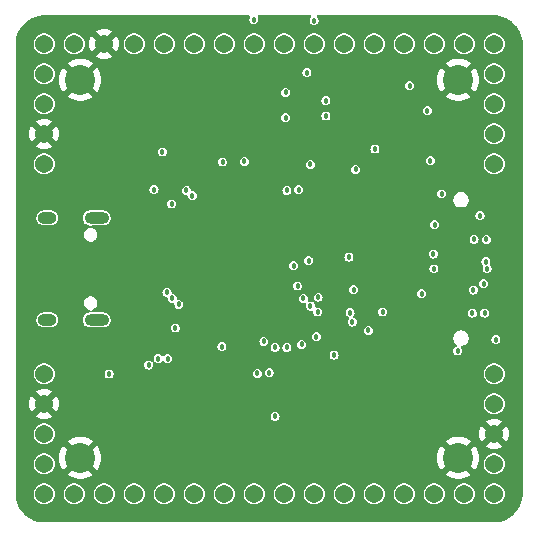
<source format=gbr>
%TF.GenerationSoftware,KiCad,Pcbnew,8.0.6-8.0.6-0~ubuntu24.04.1*%
%TF.CreationDate,2024-10-23T10:13:35-04:00*%
%TF.ProjectId,ta-expt-v2,74612d65-7870-4742-9d76-322e6b696361,rev?*%
%TF.SameCoordinates,Original*%
%TF.FileFunction,Copper,L3,Inr*%
%TF.FilePolarity,Positive*%
%FSLAX46Y46*%
G04 Gerber Fmt 4.6, Leading zero omitted, Abs format (unit mm)*
G04 Created by KiCad (PCBNEW 8.0.6-8.0.6-0~ubuntu24.04.1) date 2024-10-23 10:13:35*
%MOMM*%
%LPD*%
G01*
G04 APERTURE LIST*
%TA.AperFunction,ComponentPad*%
%ADD10O,2.100000X1.000000*%
%TD*%
%TA.AperFunction,ComponentPad*%
%ADD11O,1.600000X1.000000*%
%TD*%
%TA.AperFunction,ComponentPad*%
%ADD12C,1.540000*%
%TD*%
%TA.AperFunction,ComponentPad*%
%ADD13C,2.540000*%
%TD*%
%TA.AperFunction,ViaPad*%
%ADD14C,0.457200*%
%TD*%
G04 APERTURE END LIST*
D10*
%TO.N,unconnected-(J3-SHIELD-PadS1)*%
%TO.C,J3*%
X140390000Y-103680000D03*
D11*
X136210000Y-103680000D03*
D10*
X140390000Y-112320000D03*
D11*
X136210000Y-112320000D03*
%TD*%
D12*
%TO.N,VDD*%
%TO.C,J7*%
X135950000Y-116890000D03*
%TO.N,GND*%
X135950000Y-119430000D03*
%TO.N,/SWDIO*%
X135950000Y-121970000D03*
%TO.N,/SWCLK*%
X135950000Y-124510000D03*
%TD*%
%TO.N,unconnected-(J8-Pin_1-Pad1)*%
%TO.C,J8*%
X135950000Y-127050000D03*
%TO.N,unconnected-(J8-Pin_2-Pad2)*%
X138490000Y-127050000D03*
%TO.N,unconnected-(J8-Pin_3-Pad3)*%
X141030000Y-127050000D03*
%TO.N,unconnected-(J8-Pin_4-Pad4)*%
X143570000Y-127050000D03*
%TO.N,unconnected-(J8-Pin_5-Pad5)*%
X146110000Y-127050000D03*
%TO.N,unconnected-(J8-Pin_6-Pad6)*%
X148650000Y-127050000D03*
%TO.N,unconnected-(J8-Pin_7-Pad7)*%
X151190000Y-127050000D03*
%TO.N,/BOOT0*%
X153730000Y-127050000D03*
%TO.N,/LPUART_CTS*%
X156270000Y-127050000D03*
%TO.N,/LPUART_TX*%
X158810000Y-127050000D03*
%TO.N,/LPUART_RX*%
X161350000Y-127050000D03*
%TO.N,/LPUART_RTS*%
X163890000Y-127050000D03*
%TO.N,unconnected-(J8-Pin_13-Pad13)*%
X166430000Y-127050000D03*
%TO.N,unconnected-(J8-Pin_14-Pad14)*%
X168970000Y-127050000D03*
%TO.N,unconnected-(J8-Pin_15-Pad15)*%
X171510000Y-127050000D03*
%TO.N,unconnected-(J8-Pin_16-Pad16)*%
X174050000Y-127050000D03*
%TD*%
%TO.N,unconnected-(J1-Pin_2-Pad2)*%
%TO.C,J1*%
X174050000Y-124510000D03*
%TO.N,GND*%
X174050000Y-121970000D03*
%TO.N,unconnected-(J1-Pin_4-Pad4)*%
X174050000Y-119430000D03*
%TO.N,unconnected-(J1-Pin_5-Pad5)*%
X174050000Y-116890000D03*
%TD*%
%TO.N,unconnected-(J2-Pin_1-Pad1)*%
%TO.C,J2*%
X135950000Y-99110000D03*
%TO.N,GND*%
X135950000Y-96570000D03*
%TO.N,unconnected-(J2-Pin_3-Pad3)*%
X135950000Y-94030000D03*
%TO.N,unconnected-(J2-Pin_4-Pad4)*%
X135950000Y-91490000D03*
%TD*%
D13*
%TO.N,GND*%
%TO.C,J6*%
X139000000Y-92000000D03*
X171000000Y-92000000D03*
X139000000Y-124000000D03*
X171000000Y-124000000D03*
%TD*%
D12*
%TO.N,unconnected-(J4-Pin_2-Pad2)*%
%TO.C,J4*%
X174050000Y-99110000D03*
%TO.N,unconnected-(J4-Pin_3-Pad3)*%
X174050000Y-96570000D03*
%TO.N,unconnected-(J4-Pin_4-Pad4)*%
X174050000Y-94030000D03*
%TO.N,unconnected-(J4-Pin_5-Pad5)*%
X174050000Y-91490000D03*
%TD*%
%TO.N,unconnected-(J9-Pin_1-Pad1)*%
%TO.C,J9*%
X135950000Y-88950000D03*
%TO.N,unconnected-(J9-Pin_2-Pad2)*%
X138490000Y-88950000D03*
%TO.N,GND*%
X141030000Y-88950000D03*
%TO.N,unconnected-(J9-Pin_4-Pad4)*%
X143570000Y-88950000D03*
%TO.N,unconnected-(J9-Pin_5-Pad5)*%
X146110000Y-88950000D03*
%TO.N,unconnected-(J9-Pin_6-Pad6)*%
X148650000Y-88950000D03*
%TO.N,/NRST*%
X151190000Y-88950000D03*
%TO.N,/USART1_CK*%
X153730000Y-88950000D03*
%TO.N,/USART1_CTS*%
X156270000Y-88950000D03*
%TO.N,/USART1_TX*%
X158810000Y-88950000D03*
%TO.N,/USART1_RX*%
X161350000Y-88950000D03*
%TO.N,/USART1_RTS*%
X163890000Y-88950000D03*
%TO.N,unconnected-(J9-Pin_13-Pad13)*%
X166430000Y-88950000D03*
%TO.N,unconnected-(J9-Pin_14-Pad14)*%
X168970000Y-88950000D03*
%TO.N,unconnected-(J9-Pin_15-Pad15)*%
X171510000Y-88950000D03*
%TO.N,unconnected-(J9-Pin_16-Pad16)*%
X174050000Y-88950000D03*
%TD*%
D14*
%TO.N,GND*%
X143200000Y-102400000D03*
X169800000Y-98950000D03*
X146100000Y-118700000D03*
X164400000Y-113200000D03*
X175700000Y-101700000D03*
X166450000Y-103400000D03*
X165950000Y-98950000D03*
X142400000Y-111350000D03*
X166400000Y-121850000D03*
X167700000Y-98950000D03*
X140350000Y-100100000D03*
X164300000Y-98900000D03*
X147500000Y-99100000D03*
X166850000Y-113200000D03*
X143350000Y-97000000D03*
X158500000Y-114600000D03*
X161900000Y-104500000D03*
X159500000Y-109500000D03*
X148000000Y-96700000D03*
X161900000Y-115300000D03*
X158500000Y-101350000D03*
X166400000Y-108400000D03*
X146400000Y-113500000D03*
X164250000Y-106500000D03*
X160700000Y-96300000D03*
X151750000Y-119250000D03*
X147500000Y-123900000D03*
X144950000Y-92650000D03*
X145600000Y-123900000D03*
X169800000Y-94650000D03*
X143900000Y-113900000D03*
X164100000Y-108200000D03*
X159100000Y-97400000D03*
X148800000Y-91200000D03*
X141350000Y-102500000D03*
X164250000Y-104700000D03*
%TO.N,/VDD_FILT*%
X160500000Y-115300000D03*
X158500000Y-99150000D03*
X155500000Y-120500000D03*
X156400000Y-95200000D03*
X169600000Y-101650000D03*
X166900000Y-92500000D03*
X145950000Y-98100000D03*
X141450000Y-116900000D03*
X168400000Y-94600000D03*
X147050000Y-113000000D03*
X159000000Y-113750000D03*
X162150000Y-109750000D03*
X168650000Y-98850000D03*
X145600000Y-115600000D03*
%TO.N,Net-(IC3-PC15-OSC32_OUT)*%
X163400000Y-113200000D03*
X164600000Y-111650000D03*
%TO.N,/NRST*%
X158350000Y-107300000D03*
X152900000Y-98900000D03*
%TO.N,/LDO_OUT*%
X161850000Y-111700000D03*
X151050000Y-98950000D03*
X159150000Y-110400000D03*
X157075000Y-107725000D03*
%TO.N,/USART1_RX*%
X147350000Y-111000000D03*
%TO.N,/I2C3_SDA*%
X173350000Y-107400000D03*
X154000000Y-116850000D03*
%TO.N,/DCMI_VSYNC*%
X155500000Y-114650000D03*
X172350000Y-105500000D03*
%TO.N,/QUADSPI_BK2_IO2*%
X162330500Y-99569500D03*
X159800000Y-95050000D03*
%TO.N,/DCMI_D5*%
X155000000Y-116800000D03*
X174200000Y-114000000D03*
%TO.N,/LPUART_TX*%
X148000000Y-101350000D03*
%TO.N,/DCMI_D8*%
X158500000Y-111150000D03*
X173450000Y-108000000D03*
%TO.N,/LPUART_CTS*%
X146750000Y-102500000D03*
%TO.N,/USART1_TX*%
X146800000Y-110500000D03*
X158800000Y-87000000D03*
%TO.N,/DCMI_D7*%
X157750000Y-114400000D03*
X172300000Y-109800000D03*
%TO.N,/I2C3_SCL*%
X161750000Y-107000000D03*
X169000000Y-104250000D03*
%TO.N,/LPUART_RX*%
X148500000Y-101800000D03*
%TO.N,/Control*%
X172850000Y-103500000D03*
X167900000Y-110100000D03*
X162050000Y-112500000D03*
X156400000Y-93050000D03*
%TO.N,/SWCLK*%
X144800000Y-116150000D03*
X146400000Y-115600000D03*
%TO.N,/DCMI_D9*%
X154550000Y-114150000D03*
X168950000Y-108000000D03*
%TO.N,/USART1_CK*%
X146350000Y-110000000D03*
X153700000Y-86900000D03*
%TO.N,/DCMI_D4*%
X170950000Y-114950000D03*
X159100000Y-111650000D03*
%TO.N,/LPUART_RTS*%
X145250000Y-101300000D03*
%TO.N,/DCMI_PIXCLK*%
X168900000Y-106750000D03*
X156500000Y-101350000D03*
%TO.N,/DCMI_HSYNC*%
X157500000Y-101300000D03*
X173400000Y-105500000D03*
%TO.N,/DCMI_D2*%
X157400000Y-109450000D03*
X173250000Y-111750000D03*
%TO.N,/QUADSPI_BK2_IO1*%
X163950000Y-97850000D03*
X159800000Y-93750000D03*
%TO.N,/DCMI_D6*%
X156500000Y-114650000D03*
X173150000Y-109250000D03*
%TO.N,/DCMI_D3*%
X157900000Y-110500000D03*
X172200000Y-111750000D03*
%TO.N,/QUADSPI_BK2_NCS*%
X158200000Y-91400000D03*
X151000000Y-114600000D03*
%TD*%
%TA.AperFunction,Conductor*%
%TO.N,GND*%
G36*
X153331828Y-86545185D02*
G01*
X153377583Y-86597989D01*
X153387527Y-86667147D01*
X153375274Y-86705795D01*
X153336498Y-86781894D01*
X153336498Y-86781895D01*
X153317794Y-86899996D01*
X153317794Y-86900003D01*
X153336498Y-87018104D01*
X153336498Y-87018105D01*
X153390790Y-87124657D01*
X153475342Y-87209209D01*
X153475344Y-87209210D01*
X153475345Y-87209211D01*
X153581892Y-87263500D01*
X153581893Y-87263500D01*
X153581895Y-87263501D01*
X153699997Y-87282206D01*
X153700000Y-87282206D01*
X153700003Y-87282206D01*
X153818104Y-87263501D01*
X153818105Y-87263501D01*
X153818106Y-87263500D01*
X153818108Y-87263500D01*
X153924655Y-87209211D01*
X154009211Y-87124655D01*
X154063500Y-87018108D01*
X154063500Y-87018106D01*
X154063501Y-87018105D01*
X154063501Y-87018104D01*
X154082206Y-86900003D01*
X154082206Y-86899996D01*
X154063501Y-86781895D01*
X154063501Y-86781894D01*
X154055584Y-86766356D01*
X154024725Y-86705794D01*
X154011830Y-86637126D01*
X154038106Y-86572385D01*
X154095212Y-86532128D01*
X154135211Y-86525500D01*
X158441271Y-86525500D01*
X158508310Y-86545185D01*
X158554065Y-86597989D01*
X158564009Y-86667147D01*
X158534984Y-86730703D01*
X158528952Y-86737181D01*
X158490790Y-86775342D01*
X158436498Y-86881894D01*
X158436498Y-86881895D01*
X158417794Y-86999996D01*
X158417794Y-87000003D01*
X158436498Y-87118104D01*
X158436498Y-87118105D01*
X158490790Y-87224657D01*
X158575342Y-87309209D01*
X158575344Y-87309210D01*
X158575345Y-87309211D01*
X158681892Y-87363500D01*
X158681893Y-87363500D01*
X158681895Y-87363501D01*
X158799997Y-87382206D01*
X158800000Y-87382206D01*
X158800003Y-87382206D01*
X158918104Y-87363501D01*
X158918105Y-87363501D01*
X158918106Y-87363500D01*
X158918108Y-87363500D01*
X159024655Y-87309211D01*
X159109211Y-87224655D01*
X159163500Y-87118108D01*
X159163500Y-87118106D01*
X159163501Y-87118105D01*
X159163501Y-87118104D01*
X159182206Y-87000003D01*
X159182206Y-86999996D01*
X159163501Y-86881895D01*
X159163501Y-86881894D01*
X159112548Y-86781895D01*
X159109211Y-86775345D01*
X159109210Y-86775344D01*
X159109209Y-86775342D01*
X159071048Y-86737181D01*
X159037563Y-86675858D01*
X159042547Y-86606166D01*
X159084419Y-86550233D01*
X159149883Y-86525816D01*
X159158729Y-86525500D01*
X173933069Y-86525500D01*
X173935677Y-86525891D01*
X173952122Y-86525628D01*
X173952124Y-86525630D01*
X173956863Y-86525554D01*
X173963887Y-86525642D01*
X174236256Y-86536882D01*
X174250366Y-86538277D01*
X174516074Y-86579993D01*
X174529932Y-86582989D01*
X174789145Y-86654789D01*
X174802575Y-86659351D01*
X175051885Y-86760290D01*
X175064697Y-86766351D01*
X175300856Y-86895116D01*
X175312898Y-86902606D01*
X175532789Y-87057496D01*
X175543901Y-87066316D01*
X175744665Y-87245317D01*
X175754682Y-87255334D01*
X175851123Y-87363500D01*
X175933682Y-87456097D01*
X175942503Y-87467210D01*
X176097391Y-87687098D01*
X176104885Y-87699146D01*
X176233643Y-87935292D01*
X176239711Y-87948118D01*
X176340648Y-88197426D01*
X176345211Y-88210859D01*
X176417008Y-88470062D01*
X176420007Y-88483931D01*
X176461721Y-88749629D01*
X176463117Y-88763748D01*
X176474356Y-89036078D01*
X176474445Y-89043167D01*
X176474107Y-89064322D01*
X176474500Y-89066930D01*
X176474500Y-126933146D01*
X176474108Y-126935761D01*
X176474444Y-126956836D01*
X176474355Y-126963921D01*
X176463117Y-127236251D01*
X176461721Y-127250370D01*
X176420007Y-127516068D01*
X176417008Y-127529937D01*
X176345211Y-127789140D01*
X176340648Y-127802573D01*
X176239711Y-128051881D01*
X176233643Y-128064707D01*
X176104885Y-128300853D01*
X176097391Y-128312901D01*
X175942503Y-128532789D01*
X175933682Y-128543902D01*
X175754690Y-128744657D01*
X175744657Y-128754690D01*
X175543902Y-128933682D01*
X175532789Y-128942503D01*
X175312901Y-129097391D01*
X175300853Y-129104885D01*
X175064707Y-129233643D01*
X175051881Y-129239711D01*
X174802573Y-129340648D01*
X174789140Y-129345211D01*
X174529937Y-129417008D01*
X174516068Y-129420007D01*
X174250370Y-129461721D01*
X174236251Y-129463117D01*
X173963920Y-129474356D01*
X173956831Y-129474445D01*
X173935678Y-129474107D01*
X173933069Y-129474500D01*
X136066931Y-129474500D01*
X136064321Y-129474107D01*
X136043168Y-129474445D01*
X136036079Y-129474356D01*
X135763748Y-129463117D01*
X135749629Y-129461721D01*
X135483931Y-129420007D01*
X135470062Y-129417008D01*
X135210859Y-129345211D01*
X135197426Y-129340648D01*
X134948118Y-129239711D01*
X134935292Y-129233643D01*
X134912513Y-129221223D01*
X134699146Y-129104885D01*
X134687098Y-129097391D01*
X134467210Y-128942503D01*
X134456097Y-128933682D01*
X134405262Y-128888358D01*
X134255334Y-128754682D01*
X134245317Y-128744665D01*
X134066316Y-128543901D01*
X134057496Y-128532789D01*
X133902608Y-128312901D01*
X133895114Y-128300853D01*
X133846182Y-128211110D01*
X133766351Y-128064697D01*
X133760288Y-128051881D01*
X133718027Y-127947500D01*
X133659351Y-127802573D01*
X133654788Y-127789140D01*
X133635815Y-127720645D01*
X133582989Y-127529932D01*
X133579992Y-127516068D01*
X133564447Y-127417057D01*
X133538277Y-127250366D01*
X133536882Y-127236251D01*
X133529196Y-127050000D01*
X135047556Y-127050000D01*
X135067277Y-127237630D01*
X135125575Y-127417055D01*
X135219906Y-127580442D01*
X135346144Y-127720645D01*
X135346147Y-127720647D01*
X135498778Y-127831539D01*
X135671124Y-127908273D01*
X135671129Y-127908275D01*
X135855669Y-127947500D01*
X135855670Y-127947500D01*
X136044329Y-127947500D01*
X136044331Y-127947500D01*
X136228871Y-127908275D01*
X136401222Y-127831539D01*
X136553853Y-127720647D01*
X136680093Y-127580443D01*
X136774424Y-127417057D01*
X136832723Y-127237629D01*
X136852444Y-127050000D01*
X137587556Y-127050000D01*
X137607277Y-127237630D01*
X137665575Y-127417055D01*
X137759906Y-127580442D01*
X137886144Y-127720645D01*
X137886147Y-127720647D01*
X138038778Y-127831539D01*
X138211124Y-127908273D01*
X138211129Y-127908275D01*
X138395669Y-127947500D01*
X138395670Y-127947500D01*
X138584329Y-127947500D01*
X138584331Y-127947500D01*
X138768871Y-127908275D01*
X138941222Y-127831539D01*
X139093853Y-127720647D01*
X139220093Y-127580443D01*
X139314424Y-127417057D01*
X139372723Y-127237629D01*
X139392444Y-127050000D01*
X140127556Y-127050000D01*
X140147277Y-127237630D01*
X140205575Y-127417055D01*
X140299906Y-127580442D01*
X140426144Y-127720645D01*
X140426147Y-127720647D01*
X140578778Y-127831539D01*
X140751124Y-127908273D01*
X140751129Y-127908275D01*
X140935669Y-127947500D01*
X140935670Y-127947500D01*
X141124329Y-127947500D01*
X141124331Y-127947500D01*
X141308871Y-127908275D01*
X141481222Y-127831539D01*
X141633853Y-127720647D01*
X141760093Y-127580443D01*
X141854424Y-127417057D01*
X141912723Y-127237629D01*
X141932444Y-127050000D01*
X142667556Y-127050000D01*
X142687277Y-127237630D01*
X142745575Y-127417055D01*
X142839906Y-127580442D01*
X142966144Y-127720645D01*
X142966147Y-127720647D01*
X143118778Y-127831539D01*
X143291124Y-127908273D01*
X143291129Y-127908275D01*
X143475669Y-127947500D01*
X143475670Y-127947500D01*
X143664329Y-127947500D01*
X143664331Y-127947500D01*
X143848871Y-127908275D01*
X144021222Y-127831539D01*
X144173853Y-127720647D01*
X144300093Y-127580443D01*
X144394424Y-127417057D01*
X144452723Y-127237629D01*
X144472444Y-127050000D01*
X145207556Y-127050000D01*
X145227277Y-127237630D01*
X145285575Y-127417055D01*
X145379906Y-127580442D01*
X145506144Y-127720645D01*
X145506147Y-127720647D01*
X145658778Y-127831539D01*
X145831124Y-127908273D01*
X145831129Y-127908275D01*
X146015669Y-127947500D01*
X146015670Y-127947500D01*
X146204329Y-127947500D01*
X146204331Y-127947500D01*
X146388871Y-127908275D01*
X146561222Y-127831539D01*
X146713853Y-127720647D01*
X146840093Y-127580443D01*
X146934424Y-127417057D01*
X146992723Y-127237629D01*
X147012444Y-127050000D01*
X147747556Y-127050000D01*
X147767277Y-127237630D01*
X147825575Y-127417055D01*
X147919906Y-127580442D01*
X148046144Y-127720645D01*
X148046147Y-127720647D01*
X148198778Y-127831539D01*
X148371124Y-127908273D01*
X148371129Y-127908275D01*
X148555669Y-127947500D01*
X148555670Y-127947500D01*
X148744329Y-127947500D01*
X148744331Y-127947500D01*
X148928871Y-127908275D01*
X149101222Y-127831539D01*
X149253853Y-127720647D01*
X149380093Y-127580443D01*
X149474424Y-127417057D01*
X149532723Y-127237629D01*
X149552444Y-127050000D01*
X150287556Y-127050000D01*
X150307277Y-127237630D01*
X150365575Y-127417055D01*
X150459906Y-127580442D01*
X150586144Y-127720645D01*
X150586147Y-127720647D01*
X150738778Y-127831539D01*
X150911124Y-127908273D01*
X150911129Y-127908275D01*
X151095669Y-127947500D01*
X151095670Y-127947500D01*
X151284329Y-127947500D01*
X151284331Y-127947500D01*
X151468871Y-127908275D01*
X151641222Y-127831539D01*
X151793853Y-127720647D01*
X151920093Y-127580443D01*
X152014424Y-127417057D01*
X152072723Y-127237629D01*
X152092444Y-127050000D01*
X152827556Y-127050000D01*
X152847277Y-127237630D01*
X152905575Y-127417055D01*
X152999906Y-127580442D01*
X153126144Y-127720645D01*
X153126147Y-127720647D01*
X153278778Y-127831539D01*
X153451124Y-127908273D01*
X153451129Y-127908275D01*
X153635669Y-127947500D01*
X153635670Y-127947500D01*
X153824329Y-127947500D01*
X153824331Y-127947500D01*
X154008871Y-127908275D01*
X154181222Y-127831539D01*
X154333853Y-127720647D01*
X154460093Y-127580443D01*
X154554424Y-127417057D01*
X154612723Y-127237629D01*
X154632444Y-127050000D01*
X155367556Y-127050000D01*
X155387277Y-127237630D01*
X155445575Y-127417055D01*
X155539906Y-127580442D01*
X155666144Y-127720645D01*
X155666147Y-127720647D01*
X155818778Y-127831539D01*
X155991124Y-127908273D01*
X155991129Y-127908275D01*
X156175669Y-127947500D01*
X156175670Y-127947500D01*
X156364329Y-127947500D01*
X156364331Y-127947500D01*
X156548871Y-127908275D01*
X156721222Y-127831539D01*
X156873853Y-127720647D01*
X157000093Y-127580443D01*
X157094424Y-127417057D01*
X157152723Y-127237629D01*
X157172444Y-127050000D01*
X157907556Y-127050000D01*
X157927277Y-127237630D01*
X157985575Y-127417055D01*
X158079906Y-127580442D01*
X158206144Y-127720645D01*
X158206147Y-127720647D01*
X158358778Y-127831539D01*
X158531124Y-127908273D01*
X158531129Y-127908275D01*
X158715669Y-127947500D01*
X158715670Y-127947500D01*
X158904329Y-127947500D01*
X158904331Y-127947500D01*
X159088871Y-127908275D01*
X159261222Y-127831539D01*
X159413853Y-127720647D01*
X159540093Y-127580443D01*
X159634424Y-127417057D01*
X159692723Y-127237629D01*
X159712444Y-127050000D01*
X160447556Y-127050000D01*
X160467277Y-127237630D01*
X160525575Y-127417055D01*
X160619906Y-127580442D01*
X160746144Y-127720645D01*
X160746147Y-127720647D01*
X160898778Y-127831539D01*
X161071124Y-127908273D01*
X161071129Y-127908275D01*
X161255669Y-127947500D01*
X161255670Y-127947500D01*
X161444329Y-127947500D01*
X161444331Y-127947500D01*
X161628871Y-127908275D01*
X161801222Y-127831539D01*
X161953853Y-127720647D01*
X162080093Y-127580443D01*
X162174424Y-127417057D01*
X162232723Y-127237629D01*
X162252444Y-127050000D01*
X162987556Y-127050000D01*
X163007277Y-127237630D01*
X163065575Y-127417055D01*
X163159906Y-127580442D01*
X163286144Y-127720645D01*
X163286147Y-127720647D01*
X163438778Y-127831539D01*
X163611124Y-127908273D01*
X163611129Y-127908275D01*
X163795669Y-127947500D01*
X163795670Y-127947500D01*
X163984329Y-127947500D01*
X163984331Y-127947500D01*
X164168871Y-127908275D01*
X164341222Y-127831539D01*
X164493853Y-127720647D01*
X164620093Y-127580443D01*
X164714424Y-127417057D01*
X164772723Y-127237629D01*
X164792444Y-127050000D01*
X165527556Y-127050000D01*
X165547277Y-127237630D01*
X165605575Y-127417055D01*
X165699906Y-127580442D01*
X165826144Y-127720645D01*
X165826147Y-127720647D01*
X165978778Y-127831539D01*
X166151124Y-127908273D01*
X166151129Y-127908275D01*
X166335669Y-127947500D01*
X166335670Y-127947500D01*
X166524329Y-127947500D01*
X166524331Y-127947500D01*
X166708871Y-127908275D01*
X166881222Y-127831539D01*
X167033853Y-127720647D01*
X167160093Y-127580443D01*
X167254424Y-127417057D01*
X167312723Y-127237629D01*
X167332444Y-127050000D01*
X168067556Y-127050000D01*
X168087277Y-127237630D01*
X168145575Y-127417055D01*
X168239906Y-127580442D01*
X168366144Y-127720645D01*
X168366147Y-127720647D01*
X168518778Y-127831539D01*
X168691124Y-127908273D01*
X168691129Y-127908275D01*
X168875669Y-127947500D01*
X168875670Y-127947500D01*
X169064329Y-127947500D01*
X169064331Y-127947500D01*
X169248871Y-127908275D01*
X169421222Y-127831539D01*
X169573853Y-127720647D01*
X169700093Y-127580443D01*
X169794424Y-127417057D01*
X169852723Y-127237629D01*
X169872444Y-127050000D01*
X170607556Y-127050000D01*
X170627277Y-127237630D01*
X170685575Y-127417055D01*
X170779906Y-127580442D01*
X170906144Y-127720645D01*
X170906147Y-127720647D01*
X171058778Y-127831539D01*
X171231124Y-127908273D01*
X171231129Y-127908275D01*
X171415669Y-127947500D01*
X171415670Y-127947500D01*
X171604329Y-127947500D01*
X171604331Y-127947500D01*
X171788871Y-127908275D01*
X171961222Y-127831539D01*
X172113853Y-127720647D01*
X172240093Y-127580443D01*
X172334424Y-127417057D01*
X172392723Y-127237629D01*
X172412444Y-127050000D01*
X173147556Y-127050000D01*
X173167277Y-127237630D01*
X173225575Y-127417055D01*
X173319906Y-127580442D01*
X173446144Y-127720645D01*
X173446147Y-127720647D01*
X173598778Y-127831539D01*
X173771124Y-127908273D01*
X173771129Y-127908275D01*
X173955669Y-127947500D01*
X173955670Y-127947500D01*
X174144329Y-127947500D01*
X174144331Y-127947500D01*
X174328871Y-127908275D01*
X174501222Y-127831539D01*
X174653853Y-127720647D01*
X174780093Y-127580443D01*
X174874424Y-127417057D01*
X174932723Y-127237629D01*
X174952444Y-127050000D01*
X174932723Y-126862371D01*
X174874424Y-126682943D01*
X174780093Y-126519557D01*
X174653855Y-126379354D01*
X174577537Y-126323907D01*
X174501222Y-126268461D01*
X174501220Y-126268460D01*
X174501221Y-126268460D01*
X174328875Y-126191726D01*
X174328870Y-126191724D01*
X174183555Y-126160837D01*
X174144331Y-126152500D01*
X173955669Y-126152500D01*
X173923320Y-126159375D01*
X173771129Y-126191724D01*
X173771124Y-126191726D01*
X173598779Y-126268460D01*
X173446144Y-126379354D01*
X173319906Y-126519557D01*
X173225575Y-126682944D01*
X173167277Y-126862369D01*
X173147556Y-127050000D01*
X172412444Y-127050000D01*
X172392723Y-126862371D01*
X172334424Y-126682943D01*
X172240093Y-126519557D01*
X172113855Y-126379354D01*
X172037537Y-126323907D01*
X171961222Y-126268461D01*
X171961220Y-126268460D01*
X171961221Y-126268460D01*
X171788875Y-126191726D01*
X171788870Y-126191724D01*
X171643555Y-126160837D01*
X171604331Y-126152500D01*
X171415669Y-126152500D01*
X171383320Y-126159375D01*
X171231129Y-126191724D01*
X171231124Y-126191726D01*
X171058779Y-126268460D01*
X170906144Y-126379354D01*
X170779906Y-126519557D01*
X170685575Y-126682944D01*
X170627277Y-126862369D01*
X170607556Y-127050000D01*
X169872444Y-127050000D01*
X169852723Y-126862371D01*
X169794424Y-126682943D01*
X169700093Y-126519557D01*
X169573855Y-126379354D01*
X169497537Y-126323907D01*
X169421222Y-126268461D01*
X169421220Y-126268460D01*
X169421221Y-126268460D01*
X169248875Y-126191726D01*
X169248870Y-126191724D01*
X169103555Y-126160837D01*
X169064331Y-126152500D01*
X168875669Y-126152500D01*
X168843320Y-126159375D01*
X168691129Y-126191724D01*
X168691124Y-126191726D01*
X168518779Y-126268460D01*
X168366144Y-126379354D01*
X168239906Y-126519557D01*
X168145575Y-126682944D01*
X168087277Y-126862369D01*
X168067556Y-127050000D01*
X167332444Y-127050000D01*
X167312723Y-126862371D01*
X167254424Y-126682943D01*
X167160093Y-126519557D01*
X167033855Y-126379354D01*
X166957537Y-126323907D01*
X166881222Y-126268461D01*
X166881220Y-126268460D01*
X166881221Y-126268460D01*
X166708875Y-126191726D01*
X166708870Y-126191724D01*
X166563555Y-126160837D01*
X166524331Y-126152500D01*
X166335669Y-126152500D01*
X166303320Y-126159375D01*
X166151129Y-126191724D01*
X166151124Y-126191726D01*
X165978779Y-126268460D01*
X165826144Y-126379354D01*
X165699906Y-126519557D01*
X165605575Y-126682944D01*
X165547277Y-126862369D01*
X165527556Y-127050000D01*
X164792444Y-127050000D01*
X164772723Y-126862371D01*
X164714424Y-126682943D01*
X164620093Y-126519557D01*
X164493855Y-126379354D01*
X164417537Y-126323907D01*
X164341222Y-126268461D01*
X164341220Y-126268460D01*
X164341221Y-126268460D01*
X164168875Y-126191726D01*
X164168870Y-126191724D01*
X164023555Y-126160837D01*
X163984331Y-126152500D01*
X163795669Y-126152500D01*
X163763320Y-126159375D01*
X163611129Y-126191724D01*
X163611124Y-126191726D01*
X163438779Y-126268460D01*
X163286144Y-126379354D01*
X163159906Y-126519557D01*
X163065575Y-126682944D01*
X163007277Y-126862369D01*
X162987556Y-127050000D01*
X162252444Y-127050000D01*
X162232723Y-126862371D01*
X162174424Y-126682943D01*
X162080093Y-126519557D01*
X161953855Y-126379354D01*
X161877537Y-126323907D01*
X161801222Y-126268461D01*
X161801220Y-126268460D01*
X161801221Y-126268460D01*
X161628875Y-126191726D01*
X161628870Y-126191724D01*
X161483555Y-126160837D01*
X161444331Y-126152500D01*
X161255669Y-126152500D01*
X161223320Y-126159375D01*
X161071129Y-126191724D01*
X161071124Y-126191726D01*
X160898779Y-126268460D01*
X160746144Y-126379354D01*
X160619906Y-126519557D01*
X160525575Y-126682944D01*
X160467277Y-126862369D01*
X160447556Y-127050000D01*
X159712444Y-127050000D01*
X159692723Y-126862371D01*
X159634424Y-126682943D01*
X159540093Y-126519557D01*
X159413855Y-126379354D01*
X159337537Y-126323907D01*
X159261222Y-126268461D01*
X159261220Y-126268460D01*
X159261221Y-126268460D01*
X159088875Y-126191726D01*
X159088870Y-126191724D01*
X158943555Y-126160837D01*
X158904331Y-126152500D01*
X158715669Y-126152500D01*
X158683320Y-126159375D01*
X158531129Y-126191724D01*
X158531124Y-126191726D01*
X158358779Y-126268460D01*
X158206144Y-126379354D01*
X158079906Y-126519557D01*
X157985575Y-126682944D01*
X157927277Y-126862369D01*
X157907556Y-127050000D01*
X157172444Y-127050000D01*
X157152723Y-126862371D01*
X157094424Y-126682943D01*
X157000093Y-126519557D01*
X156873855Y-126379354D01*
X156797537Y-126323907D01*
X156721222Y-126268461D01*
X156721220Y-126268460D01*
X156721221Y-126268460D01*
X156548875Y-126191726D01*
X156548870Y-126191724D01*
X156403555Y-126160837D01*
X156364331Y-126152500D01*
X156175669Y-126152500D01*
X156143320Y-126159375D01*
X155991129Y-126191724D01*
X155991124Y-126191726D01*
X155818779Y-126268460D01*
X155666144Y-126379354D01*
X155539906Y-126519557D01*
X155445575Y-126682944D01*
X155387277Y-126862369D01*
X155367556Y-127050000D01*
X154632444Y-127050000D01*
X154612723Y-126862371D01*
X154554424Y-126682943D01*
X154460093Y-126519557D01*
X154333855Y-126379354D01*
X154257537Y-126323907D01*
X154181222Y-126268461D01*
X154181220Y-126268460D01*
X154181221Y-126268460D01*
X154008875Y-126191726D01*
X154008870Y-126191724D01*
X153863555Y-126160837D01*
X153824331Y-126152500D01*
X153635669Y-126152500D01*
X153603320Y-126159375D01*
X153451129Y-126191724D01*
X153451124Y-126191726D01*
X153278779Y-126268460D01*
X153126144Y-126379354D01*
X152999906Y-126519557D01*
X152905575Y-126682944D01*
X152847277Y-126862369D01*
X152827556Y-127050000D01*
X152092444Y-127050000D01*
X152072723Y-126862371D01*
X152014424Y-126682943D01*
X151920093Y-126519557D01*
X151793855Y-126379354D01*
X151717537Y-126323907D01*
X151641222Y-126268461D01*
X151641220Y-126268460D01*
X151641221Y-126268460D01*
X151468875Y-126191726D01*
X151468870Y-126191724D01*
X151323555Y-126160837D01*
X151284331Y-126152500D01*
X151095669Y-126152500D01*
X151063320Y-126159375D01*
X150911129Y-126191724D01*
X150911124Y-126191726D01*
X150738779Y-126268460D01*
X150586144Y-126379354D01*
X150459906Y-126519557D01*
X150365575Y-126682944D01*
X150307277Y-126862369D01*
X150287556Y-127050000D01*
X149552444Y-127050000D01*
X149532723Y-126862371D01*
X149474424Y-126682943D01*
X149380093Y-126519557D01*
X149253855Y-126379354D01*
X149177537Y-126323907D01*
X149101222Y-126268461D01*
X149101220Y-126268460D01*
X149101221Y-126268460D01*
X148928875Y-126191726D01*
X148928870Y-126191724D01*
X148783555Y-126160837D01*
X148744331Y-126152500D01*
X148555669Y-126152500D01*
X148523320Y-126159375D01*
X148371129Y-126191724D01*
X148371124Y-126191726D01*
X148198779Y-126268460D01*
X148046144Y-126379354D01*
X147919906Y-126519557D01*
X147825575Y-126682944D01*
X147767277Y-126862369D01*
X147747556Y-127050000D01*
X147012444Y-127050000D01*
X146992723Y-126862371D01*
X146934424Y-126682943D01*
X146840093Y-126519557D01*
X146713855Y-126379354D01*
X146637537Y-126323907D01*
X146561222Y-126268461D01*
X146561220Y-126268460D01*
X146561221Y-126268460D01*
X146388875Y-126191726D01*
X146388870Y-126191724D01*
X146243555Y-126160837D01*
X146204331Y-126152500D01*
X146015669Y-126152500D01*
X145983320Y-126159375D01*
X145831129Y-126191724D01*
X145831124Y-126191726D01*
X145658779Y-126268460D01*
X145506144Y-126379354D01*
X145379906Y-126519557D01*
X145285575Y-126682944D01*
X145227277Y-126862369D01*
X145207556Y-127050000D01*
X144472444Y-127050000D01*
X144452723Y-126862371D01*
X144394424Y-126682943D01*
X144300093Y-126519557D01*
X144173855Y-126379354D01*
X144097537Y-126323907D01*
X144021222Y-126268461D01*
X144021220Y-126268460D01*
X144021221Y-126268460D01*
X143848875Y-126191726D01*
X143848870Y-126191724D01*
X143703555Y-126160837D01*
X143664331Y-126152500D01*
X143475669Y-126152500D01*
X143443320Y-126159375D01*
X143291129Y-126191724D01*
X143291124Y-126191726D01*
X143118779Y-126268460D01*
X142966144Y-126379354D01*
X142839906Y-126519557D01*
X142745575Y-126682944D01*
X142687277Y-126862369D01*
X142667556Y-127050000D01*
X141932444Y-127050000D01*
X141912723Y-126862371D01*
X141854424Y-126682943D01*
X141760093Y-126519557D01*
X141633855Y-126379354D01*
X141557537Y-126323907D01*
X141481222Y-126268461D01*
X141481220Y-126268460D01*
X141481221Y-126268460D01*
X141308875Y-126191726D01*
X141308870Y-126191724D01*
X141163555Y-126160837D01*
X141124331Y-126152500D01*
X140935669Y-126152500D01*
X140903320Y-126159375D01*
X140751129Y-126191724D01*
X140751124Y-126191726D01*
X140578779Y-126268460D01*
X140426144Y-126379354D01*
X140299906Y-126519557D01*
X140205575Y-126682944D01*
X140147277Y-126862369D01*
X140127556Y-127050000D01*
X139392444Y-127050000D01*
X139372723Y-126862371D01*
X139314424Y-126682943D01*
X139220093Y-126519557D01*
X139093855Y-126379354D01*
X139017537Y-126323907D01*
X138941222Y-126268461D01*
X138941220Y-126268460D01*
X138941221Y-126268460D01*
X138768875Y-126191726D01*
X138768870Y-126191724D01*
X138623555Y-126160837D01*
X138584331Y-126152500D01*
X138395669Y-126152500D01*
X138363320Y-126159375D01*
X138211129Y-126191724D01*
X138211124Y-126191726D01*
X138038779Y-126268460D01*
X137886144Y-126379354D01*
X137759906Y-126519557D01*
X137665575Y-126682944D01*
X137607277Y-126862369D01*
X137587556Y-127050000D01*
X136852444Y-127050000D01*
X136832723Y-126862371D01*
X136774424Y-126682943D01*
X136680093Y-126519557D01*
X136553855Y-126379354D01*
X136477537Y-126323907D01*
X136401222Y-126268461D01*
X136401220Y-126268460D01*
X136401221Y-126268460D01*
X136228875Y-126191726D01*
X136228870Y-126191724D01*
X136083555Y-126160837D01*
X136044331Y-126152500D01*
X135855669Y-126152500D01*
X135823320Y-126159375D01*
X135671129Y-126191724D01*
X135671124Y-126191726D01*
X135498779Y-126268460D01*
X135346144Y-126379354D01*
X135219906Y-126519557D01*
X135125575Y-126682944D01*
X135067277Y-126862369D01*
X135047556Y-127050000D01*
X133529196Y-127050000D01*
X133525644Y-126963921D01*
X133525555Y-126956831D01*
X133525890Y-126935759D01*
X133525500Y-126933146D01*
X133525500Y-124510000D01*
X135047556Y-124510000D01*
X135067277Y-124697630D01*
X135125575Y-124877055D01*
X135219906Y-125040442D01*
X135346144Y-125180645D01*
X135346147Y-125180647D01*
X135498778Y-125291539D01*
X135671124Y-125368273D01*
X135671129Y-125368275D01*
X135855669Y-125407500D01*
X135855670Y-125407500D01*
X136044329Y-125407500D01*
X136044331Y-125407500D01*
X136228871Y-125368275D01*
X136401222Y-125291539D01*
X136553853Y-125180647D01*
X136680093Y-125040443D01*
X136774424Y-124877057D01*
X136832723Y-124697629D01*
X136852444Y-124510000D01*
X136832723Y-124322371D01*
X136774424Y-124142943D01*
X136691893Y-123999995D01*
X137225037Y-123999995D01*
X137225037Y-124000004D01*
X137244860Y-124264535D01*
X137244861Y-124264540D01*
X137303890Y-124523166D01*
X137303896Y-124523185D01*
X137400814Y-124770128D01*
X137400813Y-124770128D01*
X137533457Y-124999871D01*
X137583642Y-125062803D01*
X137583643Y-125062803D01*
X138070868Y-124575577D01*
X138168595Y-124710087D01*
X138289913Y-124831405D01*
X138424420Y-124929130D01*
X137936438Y-125417112D01*
X138112525Y-125537166D01*
X138112526Y-125537167D01*
X138351530Y-125652264D01*
X138351528Y-125652264D01*
X138605025Y-125730458D01*
X138605031Y-125730459D01*
X138867351Y-125769999D01*
X138867358Y-125770000D01*
X139132642Y-125770000D01*
X139132648Y-125769999D01*
X139394968Y-125730459D01*
X139394974Y-125730458D01*
X139648470Y-125652264D01*
X139887479Y-125537164D01*
X140063560Y-125417112D01*
X139575578Y-124929130D01*
X139710087Y-124831405D01*
X139831405Y-124710087D01*
X139929130Y-124575578D01*
X140416355Y-125062803D01*
X140416356Y-125062802D01*
X140466545Y-124999869D01*
X140599185Y-124770128D01*
X140696103Y-124523185D01*
X140696109Y-124523166D01*
X140755138Y-124264540D01*
X140755139Y-124264535D01*
X140774963Y-124000004D01*
X140774963Y-123999995D01*
X169225037Y-123999995D01*
X169225037Y-124000004D01*
X169244860Y-124264535D01*
X169244861Y-124264540D01*
X169303890Y-124523166D01*
X169303896Y-124523185D01*
X169400814Y-124770128D01*
X169400813Y-124770128D01*
X169533457Y-124999871D01*
X169583642Y-125062803D01*
X169583643Y-125062803D01*
X170070868Y-124575577D01*
X170168595Y-124710087D01*
X170289913Y-124831405D01*
X170424420Y-124929130D01*
X169936438Y-125417112D01*
X170112525Y-125537166D01*
X170112526Y-125537167D01*
X170351530Y-125652264D01*
X170351528Y-125652264D01*
X170605025Y-125730458D01*
X170605031Y-125730459D01*
X170867351Y-125769999D01*
X170867358Y-125770000D01*
X171132642Y-125770000D01*
X171132648Y-125769999D01*
X171394968Y-125730459D01*
X171394974Y-125730458D01*
X171648470Y-125652264D01*
X171887479Y-125537164D01*
X172063560Y-125417112D01*
X171575578Y-124929130D01*
X171710087Y-124831405D01*
X171831405Y-124710087D01*
X171929130Y-124575578D01*
X172416355Y-125062803D01*
X172416356Y-125062802D01*
X172466545Y-124999869D01*
X172599185Y-124770128D01*
X172696103Y-124523185D01*
X172696109Y-124523166D01*
X172699114Y-124510000D01*
X173147556Y-124510000D01*
X173167277Y-124697630D01*
X173225575Y-124877055D01*
X173319906Y-125040442D01*
X173446144Y-125180645D01*
X173446147Y-125180647D01*
X173598778Y-125291539D01*
X173771124Y-125368273D01*
X173771129Y-125368275D01*
X173955669Y-125407500D01*
X173955670Y-125407500D01*
X174144329Y-125407500D01*
X174144331Y-125407500D01*
X174328871Y-125368275D01*
X174501222Y-125291539D01*
X174653853Y-125180647D01*
X174780093Y-125040443D01*
X174874424Y-124877057D01*
X174932723Y-124697629D01*
X174952444Y-124510000D01*
X174932723Y-124322371D01*
X174874424Y-124142943D01*
X174780093Y-123979557D01*
X174721259Y-123914215D01*
X174653855Y-123839354D01*
X174523653Y-123744758D01*
X174501222Y-123728461D01*
X174501220Y-123728460D01*
X174501221Y-123728460D01*
X174328875Y-123651726D01*
X174328870Y-123651724D01*
X174183555Y-123620837D01*
X174144331Y-123612500D01*
X173955669Y-123612500D01*
X173923320Y-123619375D01*
X173771129Y-123651724D01*
X173771124Y-123651726D01*
X173598779Y-123728460D01*
X173446144Y-123839354D01*
X173319906Y-123979557D01*
X173225575Y-124142944D01*
X173167277Y-124322369D01*
X173147556Y-124510000D01*
X172699114Y-124510000D01*
X172755138Y-124264540D01*
X172755139Y-124264535D01*
X172774963Y-124000004D01*
X172774963Y-123999995D01*
X172755139Y-123735464D01*
X172755138Y-123735459D01*
X172696109Y-123476833D01*
X172696103Y-123476814D01*
X172599185Y-123229871D01*
X172599186Y-123229871D01*
X172466543Y-123000129D01*
X172466536Y-123000118D01*
X172416356Y-122937196D01*
X172416355Y-122937195D01*
X171929130Y-123424420D01*
X171831405Y-123289913D01*
X171710087Y-123168595D01*
X171575578Y-123070868D01*
X172063560Y-122582886D01*
X171887484Y-122462839D01*
X171887474Y-122462832D01*
X171648469Y-122347735D01*
X171648471Y-122347735D01*
X171394974Y-122269541D01*
X171394968Y-122269540D01*
X171132648Y-122230000D01*
X170867351Y-122230000D01*
X170605031Y-122269540D01*
X170605025Y-122269541D01*
X170351529Y-122347735D01*
X170112526Y-122462832D01*
X170112518Y-122462837D01*
X169936438Y-122582886D01*
X170424421Y-123070869D01*
X170289913Y-123168595D01*
X170168595Y-123289913D01*
X170070868Y-123424421D01*
X169583643Y-122937196D01*
X169533456Y-123000128D01*
X169400814Y-123229871D01*
X169303896Y-123476814D01*
X169303890Y-123476833D01*
X169244861Y-123735459D01*
X169244860Y-123735464D01*
X169225037Y-123999995D01*
X140774963Y-123999995D01*
X140755139Y-123735464D01*
X140755138Y-123735459D01*
X140696109Y-123476833D01*
X140696103Y-123476814D01*
X140599185Y-123229871D01*
X140599186Y-123229871D01*
X140466543Y-123000129D01*
X140466536Y-123000118D01*
X140416356Y-122937196D01*
X140416355Y-122937195D01*
X139929130Y-123424420D01*
X139831405Y-123289913D01*
X139710087Y-123168595D01*
X139575578Y-123070868D01*
X140063560Y-122582886D01*
X139887484Y-122462839D01*
X139887474Y-122462832D01*
X139648469Y-122347735D01*
X139648471Y-122347735D01*
X139394974Y-122269541D01*
X139394968Y-122269540D01*
X139132648Y-122230000D01*
X138867351Y-122230000D01*
X138605031Y-122269540D01*
X138605025Y-122269541D01*
X138351529Y-122347735D01*
X138112526Y-122462832D01*
X138112518Y-122462837D01*
X137936438Y-122582886D01*
X138424421Y-123070869D01*
X138289913Y-123168595D01*
X138168595Y-123289913D01*
X138070868Y-123424421D01*
X137583643Y-122937196D01*
X137533456Y-123000128D01*
X137400814Y-123229871D01*
X137303896Y-123476814D01*
X137303890Y-123476833D01*
X137244861Y-123735459D01*
X137244860Y-123735464D01*
X137225037Y-123999995D01*
X136691893Y-123999995D01*
X136680093Y-123979557D01*
X136621259Y-123914215D01*
X136553855Y-123839354D01*
X136423653Y-123744758D01*
X136401222Y-123728461D01*
X136401220Y-123728460D01*
X136401221Y-123728460D01*
X136228875Y-123651726D01*
X136228870Y-123651724D01*
X136083555Y-123620837D01*
X136044331Y-123612500D01*
X135855669Y-123612500D01*
X135823320Y-123619375D01*
X135671129Y-123651724D01*
X135671124Y-123651726D01*
X135498779Y-123728460D01*
X135346144Y-123839354D01*
X135219906Y-123979557D01*
X135125575Y-124142944D01*
X135067277Y-124322369D01*
X135047556Y-124510000D01*
X133525500Y-124510000D01*
X133525500Y-121970000D01*
X135047556Y-121970000D01*
X135067277Y-122157630D01*
X135125575Y-122337055D01*
X135219906Y-122500442D01*
X135346144Y-122640645D01*
X135346147Y-122640647D01*
X135498778Y-122751539D01*
X135671124Y-122828273D01*
X135671129Y-122828275D01*
X135855669Y-122867500D01*
X135855670Y-122867500D01*
X136044329Y-122867500D01*
X136044331Y-122867500D01*
X136228871Y-122828275D01*
X136401222Y-122751539D01*
X136553853Y-122640647D01*
X136680093Y-122500443D01*
X136774424Y-122337057D01*
X136832723Y-122157629D01*
X136852444Y-121970000D01*
X136852444Y-121969999D01*
X172775149Y-121969999D01*
X172775149Y-121970000D01*
X172794516Y-122191371D01*
X172794518Y-122191381D01*
X172852029Y-122406017D01*
X172852033Y-122406026D01*
X172945949Y-122607429D01*
X172992513Y-122673931D01*
X172992514Y-122673932D01*
X173567037Y-122099409D01*
X173584075Y-122162993D01*
X173649901Y-122277007D01*
X173742993Y-122370099D01*
X173857007Y-122435925D01*
X173920590Y-122452962D01*
X173346066Y-123027484D01*
X173346067Y-123027485D01*
X173412570Y-123074050D01*
X173613973Y-123167966D01*
X173613982Y-123167970D01*
X173828618Y-123225481D01*
X173828628Y-123225483D01*
X174049999Y-123244851D01*
X174050001Y-123244851D01*
X174271371Y-123225483D01*
X174271381Y-123225481D01*
X174486017Y-123167970D01*
X174486026Y-123167966D01*
X174687425Y-123074052D01*
X174753932Y-123027484D01*
X174179409Y-122452962D01*
X174242993Y-122435925D01*
X174357007Y-122370099D01*
X174450099Y-122277007D01*
X174515925Y-122162993D01*
X174532962Y-122099410D01*
X175107484Y-122673932D01*
X175154052Y-122607425D01*
X175247966Y-122406026D01*
X175247970Y-122406017D01*
X175305481Y-122191381D01*
X175305483Y-122191371D01*
X175324851Y-121970000D01*
X175324851Y-121969999D01*
X175305483Y-121748628D01*
X175305481Y-121748618D01*
X175247970Y-121533982D01*
X175247966Y-121533973D01*
X175154054Y-121332577D01*
X175107483Y-121266067D01*
X174532962Y-121840589D01*
X174515925Y-121777007D01*
X174450099Y-121662993D01*
X174357007Y-121569901D01*
X174242993Y-121504075D01*
X174179409Y-121487037D01*
X174753932Y-120912514D01*
X174753931Y-120912513D01*
X174687429Y-120865949D01*
X174486026Y-120772033D01*
X174486017Y-120772029D01*
X174271381Y-120714518D01*
X174271371Y-120714516D01*
X174050001Y-120695149D01*
X174049999Y-120695149D01*
X173828628Y-120714516D01*
X173828618Y-120714518D01*
X173613982Y-120772029D01*
X173613973Y-120772032D01*
X173412576Y-120865946D01*
X173412574Y-120865947D01*
X173346068Y-120912515D01*
X173346067Y-120912515D01*
X173920590Y-121487037D01*
X173857007Y-121504075D01*
X173742993Y-121569901D01*
X173649901Y-121662993D01*
X173584075Y-121777007D01*
X173567037Y-121840589D01*
X172992515Y-121266067D01*
X172992515Y-121266068D01*
X172945947Y-121332574D01*
X172945946Y-121332576D01*
X172852032Y-121533973D01*
X172852029Y-121533982D01*
X172794518Y-121748618D01*
X172794516Y-121748628D01*
X172775149Y-121969999D01*
X136852444Y-121969999D01*
X136832723Y-121782371D01*
X136774424Y-121602943D01*
X136680093Y-121439557D01*
X136553855Y-121299354D01*
X136477537Y-121243907D01*
X136401222Y-121188461D01*
X136401220Y-121188460D01*
X136401221Y-121188460D01*
X136228875Y-121111726D01*
X136228870Y-121111724D01*
X136083555Y-121080837D01*
X136044331Y-121072500D01*
X135855669Y-121072500D01*
X135823320Y-121079375D01*
X135671129Y-121111724D01*
X135671124Y-121111726D01*
X135498779Y-121188460D01*
X135346144Y-121299354D01*
X135219906Y-121439557D01*
X135125575Y-121602944D01*
X135067277Y-121782369D01*
X135047556Y-121970000D01*
X133525500Y-121970000D01*
X133525500Y-119429999D01*
X134675149Y-119429999D01*
X134675149Y-119430000D01*
X134694516Y-119651371D01*
X134694518Y-119651381D01*
X134752029Y-119866017D01*
X134752033Y-119866026D01*
X134845949Y-120067429D01*
X134892513Y-120133931D01*
X134892514Y-120133932D01*
X135467037Y-119559409D01*
X135484075Y-119622993D01*
X135549901Y-119737007D01*
X135642993Y-119830099D01*
X135757007Y-119895925D01*
X135820590Y-119912962D01*
X135246066Y-120487484D01*
X135246067Y-120487485D01*
X135312570Y-120534050D01*
X135513973Y-120627966D01*
X135513982Y-120627970D01*
X135728618Y-120685481D01*
X135728628Y-120685483D01*
X135949999Y-120704851D01*
X135950001Y-120704851D01*
X136171371Y-120685483D01*
X136171381Y-120685481D01*
X136386017Y-120627970D01*
X136386026Y-120627966D01*
X136587425Y-120534052D01*
X136636063Y-120499996D01*
X155117794Y-120499996D01*
X155117794Y-120500003D01*
X155136498Y-120618104D01*
X155136498Y-120618105D01*
X155190790Y-120724657D01*
X155275342Y-120809209D01*
X155275344Y-120809210D01*
X155275345Y-120809211D01*
X155381892Y-120863500D01*
X155381893Y-120863500D01*
X155381895Y-120863501D01*
X155499997Y-120882206D01*
X155500000Y-120882206D01*
X155500003Y-120882206D01*
X155618104Y-120863501D01*
X155618105Y-120863501D01*
X155618106Y-120863500D01*
X155618108Y-120863500D01*
X155724655Y-120809211D01*
X155809211Y-120724655D01*
X155863500Y-120618108D01*
X155863500Y-120618106D01*
X155863501Y-120618105D01*
X155863501Y-120618104D01*
X155882206Y-120500003D01*
X155882206Y-120499996D01*
X155863501Y-120381895D01*
X155863501Y-120381894D01*
X155863500Y-120381892D01*
X155809211Y-120275345D01*
X155809210Y-120275344D01*
X155809209Y-120275342D01*
X155724657Y-120190790D01*
X155618104Y-120136498D01*
X155500003Y-120117794D01*
X155499997Y-120117794D01*
X155381895Y-120136498D01*
X155381894Y-120136498D01*
X155275342Y-120190790D01*
X155190790Y-120275342D01*
X155136498Y-120381894D01*
X155136498Y-120381895D01*
X155117794Y-120499996D01*
X136636063Y-120499996D01*
X136653932Y-120487484D01*
X136079409Y-119912962D01*
X136142993Y-119895925D01*
X136257007Y-119830099D01*
X136350099Y-119737007D01*
X136415925Y-119622993D01*
X136432962Y-119559410D01*
X137007484Y-120133932D01*
X137054052Y-120067425D01*
X137147966Y-119866026D01*
X137147970Y-119866017D01*
X137205481Y-119651381D01*
X137205483Y-119651371D01*
X137224851Y-119430000D01*
X173147556Y-119430000D01*
X173167277Y-119617630D01*
X173225575Y-119797055D01*
X173319906Y-119960442D01*
X173446144Y-120100645D01*
X173446147Y-120100647D01*
X173598778Y-120211539D01*
X173771124Y-120288273D01*
X173771129Y-120288275D01*
X173955669Y-120327500D01*
X173955670Y-120327500D01*
X174144329Y-120327500D01*
X174144331Y-120327500D01*
X174328871Y-120288275D01*
X174501222Y-120211539D01*
X174653853Y-120100647D01*
X174780093Y-119960443D01*
X174874424Y-119797057D01*
X174932723Y-119617629D01*
X174952444Y-119430000D01*
X174932723Y-119242371D01*
X174874424Y-119062943D01*
X174780093Y-118899557D01*
X174653855Y-118759354D01*
X174577537Y-118703907D01*
X174501222Y-118648461D01*
X174501220Y-118648460D01*
X174501221Y-118648460D01*
X174328875Y-118571726D01*
X174328870Y-118571724D01*
X174183555Y-118540837D01*
X174144331Y-118532500D01*
X173955669Y-118532500D01*
X173923320Y-118539375D01*
X173771129Y-118571724D01*
X173771124Y-118571726D01*
X173598779Y-118648460D01*
X173446144Y-118759354D01*
X173319906Y-118899557D01*
X173225575Y-119062944D01*
X173167277Y-119242369D01*
X173147556Y-119430000D01*
X137224851Y-119430000D01*
X137224851Y-119429999D01*
X137205483Y-119208628D01*
X137205481Y-119208618D01*
X137147970Y-118993982D01*
X137147966Y-118993973D01*
X137054054Y-118792577D01*
X137007483Y-118726067D01*
X136432962Y-119300589D01*
X136415925Y-119237007D01*
X136350099Y-119122993D01*
X136257007Y-119029901D01*
X136142993Y-118964075D01*
X136079409Y-118947037D01*
X136653932Y-118372514D01*
X136653931Y-118372513D01*
X136587429Y-118325949D01*
X136386026Y-118232033D01*
X136386017Y-118232029D01*
X136171381Y-118174518D01*
X136171371Y-118174516D01*
X135950001Y-118155149D01*
X135949999Y-118155149D01*
X135728628Y-118174516D01*
X135728618Y-118174518D01*
X135513982Y-118232029D01*
X135513973Y-118232032D01*
X135312576Y-118325946D01*
X135312574Y-118325947D01*
X135246068Y-118372515D01*
X135246067Y-118372515D01*
X135820590Y-118947037D01*
X135757007Y-118964075D01*
X135642993Y-119029901D01*
X135549901Y-119122993D01*
X135484075Y-119237007D01*
X135467037Y-119300589D01*
X134892515Y-118726067D01*
X134892515Y-118726068D01*
X134845947Y-118792574D01*
X134845946Y-118792576D01*
X134752032Y-118993973D01*
X134752029Y-118993982D01*
X134694518Y-119208618D01*
X134694516Y-119208628D01*
X134675149Y-119429999D01*
X133525500Y-119429999D01*
X133525500Y-116890000D01*
X135047556Y-116890000D01*
X135067277Y-117077630D01*
X135117501Y-117232206D01*
X135125576Y-117257057D01*
X135140096Y-117282206D01*
X135219906Y-117420442D01*
X135346144Y-117560645D01*
X135346147Y-117560647D01*
X135498778Y-117671539D01*
X135671124Y-117748273D01*
X135671129Y-117748275D01*
X135855669Y-117787500D01*
X135855670Y-117787500D01*
X136044329Y-117787500D01*
X136044331Y-117787500D01*
X136228871Y-117748275D01*
X136401222Y-117671539D01*
X136553853Y-117560647D01*
X136680093Y-117420443D01*
X136774424Y-117257057D01*
X136832723Y-117077629D01*
X136851393Y-116899996D01*
X141067794Y-116899996D01*
X141067794Y-116900003D01*
X141086498Y-117018104D01*
X141086498Y-117018105D01*
X141140790Y-117124657D01*
X141225342Y-117209209D01*
X141225344Y-117209210D01*
X141225345Y-117209211D01*
X141331892Y-117263500D01*
X141331893Y-117263500D01*
X141331895Y-117263501D01*
X141449997Y-117282206D01*
X141450000Y-117282206D01*
X141450003Y-117282206D01*
X141568104Y-117263501D01*
X141568105Y-117263501D01*
X141568106Y-117263500D01*
X141568108Y-117263500D01*
X141674655Y-117209211D01*
X141759211Y-117124655D01*
X141813500Y-117018108D01*
X141813500Y-117018106D01*
X141813501Y-117018105D01*
X141813501Y-117018104D01*
X141832206Y-116900003D01*
X141832206Y-116899996D01*
X141824287Y-116849996D01*
X153617794Y-116849996D01*
X153617794Y-116850003D01*
X153636498Y-116968104D01*
X153636498Y-116968105D01*
X153690790Y-117074657D01*
X153775342Y-117159209D01*
X153775344Y-117159210D01*
X153775345Y-117159211D01*
X153881892Y-117213500D01*
X153881893Y-117213500D01*
X153881895Y-117213501D01*
X153999997Y-117232206D01*
X154000000Y-117232206D01*
X154000003Y-117232206D01*
X154118104Y-117213501D01*
X154118105Y-117213501D01*
X154118106Y-117213500D01*
X154118108Y-117213500D01*
X154224655Y-117159211D01*
X154309211Y-117074655D01*
X154363500Y-116968108D01*
X154381486Y-116854542D01*
X154391196Y-116834058D01*
X154382922Y-116815940D01*
X154608801Y-116815940D01*
X154626432Y-116854545D01*
X154636498Y-116918105D01*
X154690790Y-117024657D01*
X154775342Y-117109209D01*
X154775344Y-117109210D01*
X154775345Y-117109211D01*
X154881892Y-117163500D01*
X154881893Y-117163500D01*
X154881895Y-117163501D01*
X154999997Y-117182206D01*
X155000000Y-117182206D01*
X155000003Y-117182206D01*
X155118104Y-117163501D01*
X155118105Y-117163501D01*
X155118106Y-117163500D01*
X155118108Y-117163500D01*
X155224655Y-117109211D01*
X155309211Y-117024655D01*
X155363500Y-116918108D01*
X155363500Y-116918106D01*
X155363501Y-116918105D01*
X155363501Y-116918104D01*
X155367952Y-116890000D01*
X173147556Y-116890000D01*
X173167277Y-117077630D01*
X173217501Y-117232206D01*
X173225576Y-117257057D01*
X173240096Y-117282206D01*
X173319906Y-117420442D01*
X173446144Y-117560645D01*
X173446147Y-117560647D01*
X173598778Y-117671539D01*
X173771124Y-117748273D01*
X173771129Y-117748275D01*
X173955669Y-117787500D01*
X173955670Y-117787500D01*
X174144329Y-117787500D01*
X174144331Y-117787500D01*
X174328871Y-117748275D01*
X174501222Y-117671539D01*
X174653853Y-117560647D01*
X174780093Y-117420443D01*
X174874424Y-117257057D01*
X174932723Y-117077629D01*
X174952444Y-116890000D01*
X174932723Y-116702371D01*
X174874424Y-116522943D01*
X174780093Y-116359557D01*
X174653855Y-116219354D01*
X174558390Y-116149996D01*
X174501222Y-116108461D01*
X174501220Y-116108460D01*
X174501221Y-116108460D01*
X174328875Y-116031726D01*
X174328870Y-116031724D01*
X174183555Y-116000837D01*
X174144331Y-115992500D01*
X173955669Y-115992500D01*
X173923320Y-115999375D01*
X173771129Y-116031724D01*
X173771124Y-116031726D01*
X173598779Y-116108460D01*
X173446144Y-116219354D01*
X173319906Y-116359557D01*
X173225575Y-116522944D01*
X173167277Y-116702369D01*
X173147556Y-116890000D01*
X155367952Y-116890000D01*
X155382206Y-116800003D01*
X155382206Y-116799996D01*
X155363501Y-116681895D01*
X155363501Y-116681894D01*
X155360163Y-116675342D01*
X155309211Y-116575345D01*
X155309210Y-116575344D01*
X155309209Y-116575342D01*
X155224657Y-116490790D01*
X155118104Y-116436498D01*
X155000003Y-116417794D01*
X154999997Y-116417794D01*
X154881895Y-116436498D01*
X154881894Y-116436498D01*
X154775342Y-116490790D01*
X154690790Y-116575342D01*
X154636498Y-116681894D01*
X154618513Y-116795454D01*
X154608801Y-116815940D01*
X154382922Y-116815940D01*
X154373567Y-116795454D01*
X154363500Y-116731892D01*
X154309211Y-116625345D01*
X154309210Y-116625344D01*
X154309209Y-116625342D01*
X154224657Y-116540790D01*
X154171098Y-116513500D01*
X154118108Y-116486500D01*
X154118107Y-116486499D01*
X154118104Y-116486498D01*
X154000003Y-116467794D01*
X153999997Y-116467794D01*
X153881895Y-116486498D01*
X153881894Y-116486498D01*
X153775342Y-116540790D01*
X153690790Y-116625342D01*
X153636498Y-116731894D01*
X153636498Y-116731895D01*
X153617794Y-116849996D01*
X141824287Y-116849996D01*
X141813501Y-116781895D01*
X141813501Y-116781894D01*
X141788023Y-116731892D01*
X141759211Y-116675345D01*
X141759210Y-116675344D01*
X141759209Y-116675342D01*
X141674657Y-116590790D01*
X141639139Y-116572692D01*
X141568108Y-116536500D01*
X141568107Y-116536499D01*
X141568104Y-116536498D01*
X141450003Y-116517794D01*
X141449997Y-116517794D01*
X141331895Y-116536498D01*
X141331894Y-116536498D01*
X141225342Y-116590790D01*
X141140790Y-116675342D01*
X141086498Y-116781894D01*
X141086498Y-116781895D01*
X141067794Y-116899996D01*
X136851393Y-116899996D01*
X136852444Y-116890000D01*
X136832723Y-116702371D01*
X136774424Y-116522943D01*
X136680093Y-116359557D01*
X136553855Y-116219354D01*
X136458390Y-116149996D01*
X144417794Y-116149996D01*
X144417794Y-116150003D01*
X144436498Y-116268104D01*
X144436498Y-116268105D01*
X144490790Y-116374657D01*
X144575342Y-116459209D01*
X144575344Y-116459210D01*
X144575345Y-116459211D01*
X144681892Y-116513500D01*
X144681893Y-116513500D01*
X144681895Y-116513501D01*
X144799997Y-116532206D01*
X144800000Y-116532206D01*
X144800003Y-116532206D01*
X144918104Y-116513501D01*
X144918105Y-116513501D01*
X144918106Y-116513500D01*
X144918108Y-116513500D01*
X145024655Y-116459211D01*
X145109211Y-116374655D01*
X145163500Y-116268108D01*
X145163500Y-116268106D01*
X145163501Y-116268105D01*
X145163501Y-116268104D01*
X145182206Y-116150003D01*
X145182206Y-116149996D01*
X145163501Y-116031896D01*
X145162099Y-116027581D01*
X145160100Y-115957740D01*
X145196178Y-115897905D01*
X145258877Y-115867074D01*
X145328292Y-115875035D01*
X145367709Y-115901576D01*
X145375342Y-115909209D01*
X145375344Y-115909210D01*
X145375345Y-115909211D01*
X145481892Y-115963500D01*
X145481893Y-115963500D01*
X145481895Y-115963501D01*
X145599997Y-115982206D01*
X145600000Y-115982206D01*
X145600003Y-115982206D01*
X145718104Y-115963501D01*
X145718105Y-115963501D01*
X145718106Y-115963500D01*
X145718108Y-115963500D01*
X145824655Y-115909211D01*
X145866792Y-115867074D01*
X145912319Y-115821548D01*
X145973642Y-115788063D01*
X146043334Y-115793047D01*
X146087681Y-115821548D01*
X146175342Y-115909209D01*
X146175344Y-115909210D01*
X146175345Y-115909211D01*
X146281892Y-115963500D01*
X146281893Y-115963500D01*
X146281895Y-115963501D01*
X146399997Y-115982206D01*
X146400000Y-115982206D01*
X146400003Y-115982206D01*
X146518104Y-115963501D01*
X146518105Y-115963501D01*
X146518106Y-115963500D01*
X146518108Y-115963500D01*
X146624655Y-115909211D01*
X146709211Y-115824655D01*
X146763500Y-115718108D01*
X146763500Y-115718106D01*
X146763501Y-115718105D01*
X146763501Y-115718104D01*
X146782206Y-115600003D01*
X146782206Y-115599996D01*
X146763501Y-115481895D01*
X146763501Y-115481894D01*
X146731000Y-115418108D01*
X146709211Y-115375345D01*
X146709210Y-115375344D01*
X146709209Y-115375342D01*
X146633863Y-115299996D01*
X160117794Y-115299996D01*
X160117794Y-115300003D01*
X160136498Y-115418104D01*
X160136498Y-115418105D01*
X160190790Y-115524657D01*
X160275342Y-115609209D01*
X160275344Y-115609210D01*
X160275345Y-115609211D01*
X160381892Y-115663500D01*
X160381893Y-115663500D01*
X160381895Y-115663501D01*
X160499997Y-115682206D01*
X160500000Y-115682206D01*
X160500003Y-115682206D01*
X160618104Y-115663501D01*
X160618105Y-115663501D01*
X160618106Y-115663500D01*
X160618108Y-115663500D01*
X160724655Y-115609211D01*
X160809211Y-115524655D01*
X160863500Y-115418108D01*
X160863500Y-115418106D01*
X160863501Y-115418105D01*
X160863501Y-115418104D01*
X160882206Y-115300003D01*
X160882206Y-115299996D01*
X160863501Y-115181895D01*
X160863501Y-115181894D01*
X160863500Y-115181892D01*
X160809211Y-115075345D01*
X160809210Y-115075344D01*
X160809209Y-115075342D01*
X160724657Y-114990790D01*
X160644595Y-114949996D01*
X170567794Y-114949996D01*
X170567794Y-114950003D01*
X170586498Y-115068104D01*
X170586498Y-115068105D01*
X170640790Y-115174657D01*
X170725342Y-115259209D01*
X170725344Y-115259210D01*
X170725345Y-115259211D01*
X170831892Y-115313500D01*
X170831893Y-115313500D01*
X170831895Y-115313501D01*
X170949997Y-115332206D01*
X170950000Y-115332206D01*
X170950003Y-115332206D01*
X171068104Y-115313501D01*
X171068105Y-115313501D01*
X171068106Y-115313500D01*
X171068108Y-115313500D01*
X171174655Y-115259211D01*
X171259211Y-115174655D01*
X171313500Y-115068108D01*
X171313500Y-115068106D01*
X171313501Y-115068105D01*
X171313501Y-115068104D01*
X171332206Y-114950003D01*
X171332206Y-114949996D01*
X171313501Y-114831895D01*
X171313501Y-114831894D01*
X171313500Y-114831892D01*
X171259211Y-114725345D01*
X171259210Y-114725344D01*
X171259209Y-114725342D01*
X171244812Y-114710945D01*
X171211327Y-114649622D01*
X171216311Y-114579930D01*
X171258183Y-114523997D01*
X171308302Y-114501647D01*
X171314068Y-114500500D01*
X171314069Y-114500500D01*
X171439744Y-114475501D01*
X171558127Y-114426465D01*
X171664669Y-114355276D01*
X171755276Y-114264669D01*
X171826465Y-114158127D01*
X171875501Y-114039744D01*
X171883408Y-113999996D01*
X173817794Y-113999996D01*
X173817794Y-114000003D01*
X173836498Y-114118104D01*
X173836498Y-114118105D01*
X173890790Y-114224657D01*
X173975342Y-114309209D01*
X173975344Y-114309210D01*
X173975345Y-114309211D01*
X174081892Y-114363500D01*
X174081893Y-114363500D01*
X174081895Y-114363501D01*
X174199997Y-114382206D01*
X174200000Y-114382206D01*
X174200003Y-114382206D01*
X174318104Y-114363501D01*
X174318105Y-114363501D01*
X174318106Y-114363500D01*
X174318108Y-114363500D01*
X174424655Y-114309211D01*
X174509211Y-114224655D01*
X174563500Y-114118108D01*
X174563500Y-114118106D01*
X174563501Y-114118105D01*
X174563501Y-114118104D01*
X174582206Y-114000003D01*
X174582206Y-113999996D01*
X174563501Y-113881895D01*
X174563501Y-113881894D01*
X174542557Y-113840789D01*
X174509211Y-113775345D01*
X174509210Y-113775344D01*
X174509209Y-113775342D01*
X174424657Y-113690790D01*
X174318104Y-113636498D01*
X174200003Y-113617794D01*
X174199997Y-113617794D01*
X174081895Y-113636498D01*
X174081894Y-113636498D01*
X173975342Y-113690790D01*
X173890790Y-113775342D01*
X173836498Y-113881894D01*
X173836498Y-113881895D01*
X173817794Y-113999996D01*
X171883408Y-113999996D01*
X171900500Y-113914069D01*
X171900500Y-113785931D01*
X171900500Y-113785928D01*
X171875502Y-113660261D01*
X171875501Y-113660260D01*
X171875501Y-113660256D01*
X171826465Y-113541873D01*
X171826464Y-113541872D01*
X171826461Y-113541866D01*
X171755276Y-113435331D01*
X171755273Y-113435327D01*
X171664672Y-113344726D01*
X171664668Y-113344723D01*
X171558133Y-113273538D01*
X171558124Y-113273533D01*
X171439744Y-113224499D01*
X171439738Y-113224497D01*
X171314071Y-113199500D01*
X171314069Y-113199500D01*
X171185931Y-113199500D01*
X171185929Y-113199500D01*
X171060261Y-113224497D01*
X171060255Y-113224499D01*
X170941875Y-113273533D01*
X170941866Y-113273538D01*
X170835331Y-113344723D01*
X170835327Y-113344726D01*
X170744726Y-113435327D01*
X170744723Y-113435331D01*
X170673538Y-113541866D01*
X170673533Y-113541875D01*
X170624499Y-113660255D01*
X170624497Y-113660261D01*
X170599500Y-113785928D01*
X170599500Y-113785931D01*
X170599500Y-113914069D01*
X170599500Y-113914071D01*
X170599499Y-113914071D01*
X170624497Y-114039738D01*
X170624499Y-114039744D01*
X170673533Y-114158124D01*
X170673538Y-114158133D01*
X170744723Y-114264668D01*
X170744726Y-114264672D01*
X170835327Y-114355273D01*
X170835332Y-114355277D01*
X170854468Y-114368063D01*
X170899274Y-114421674D01*
X170907983Y-114490999D01*
X170877829Y-114554027D01*
X170839129Y-114579208D01*
X170840587Y-114582070D01*
X170831892Y-114586499D01*
X170831892Y-114586500D01*
X170805405Y-114599996D01*
X170725342Y-114640790D01*
X170640790Y-114725342D01*
X170586498Y-114831894D01*
X170586498Y-114831895D01*
X170567794Y-114949996D01*
X160644595Y-114949996D01*
X160618104Y-114936498D01*
X160500003Y-114917794D01*
X160499997Y-114917794D01*
X160381895Y-114936498D01*
X160381894Y-114936498D01*
X160275342Y-114990790D01*
X160190790Y-115075342D01*
X160136498Y-115181894D01*
X160136498Y-115181895D01*
X160117794Y-115299996D01*
X146633863Y-115299996D01*
X146624657Y-115290790D01*
X146518104Y-115236498D01*
X146400003Y-115217794D01*
X146399997Y-115217794D01*
X146281895Y-115236498D01*
X146281894Y-115236498D01*
X146175342Y-115290790D01*
X146087681Y-115378452D01*
X146026358Y-115411937D01*
X145956666Y-115406953D01*
X145912319Y-115378452D01*
X145824657Y-115290790D01*
X145718104Y-115236498D01*
X145600003Y-115217794D01*
X145599997Y-115217794D01*
X145481895Y-115236498D01*
X145481894Y-115236498D01*
X145375342Y-115290790D01*
X145290790Y-115375342D01*
X145236498Y-115481894D01*
X145236498Y-115481895D01*
X145217794Y-115599996D01*
X145217794Y-115600003D01*
X145236498Y-115718103D01*
X145237902Y-115722423D01*
X145239897Y-115792265D01*
X145203817Y-115852098D01*
X145141116Y-115882926D01*
X145071702Y-115874962D01*
X145032290Y-115848423D01*
X145024657Y-115840790D01*
X144929422Y-115792265D01*
X144918108Y-115786500D01*
X144918107Y-115786499D01*
X144918104Y-115786498D01*
X144800003Y-115767794D01*
X144799997Y-115767794D01*
X144681895Y-115786498D01*
X144681894Y-115786498D01*
X144575342Y-115840790D01*
X144490790Y-115925342D01*
X144436498Y-116031894D01*
X144436498Y-116031895D01*
X144417794Y-116149996D01*
X136458390Y-116149996D01*
X136401222Y-116108461D01*
X136401220Y-116108460D01*
X136401221Y-116108460D01*
X136228875Y-116031726D01*
X136228870Y-116031724D01*
X136083555Y-116000837D01*
X136044331Y-115992500D01*
X135855669Y-115992500D01*
X135823320Y-115999375D01*
X135671129Y-116031724D01*
X135671124Y-116031726D01*
X135498779Y-116108460D01*
X135346144Y-116219354D01*
X135219906Y-116359557D01*
X135125575Y-116522944D01*
X135067277Y-116702369D01*
X135047556Y-116890000D01*
X133525500Y-116890000D01*
X133525500Y-114599996D01*
X150617794Y-114599996D01*
X150617794Y-114600003D01*
X150636498Y-114718104D01*
X150636498Y-114718105D01*
X150690790Y-114824657D01*
X150775342Y-114909209D01*
X150775344Y-114909210D01*
X150775345Y-114909211D01*
X150881892Y-114963500D01*
X150881893Y-114963500D01*
X150881895Y-114963501D01*
X150999997Y-114982206D01*
X151000000Y-114982206D01*
X151000003Y-114982206D01*
X151118104Y-114963501D01*
X151118105Y-114963501D01*
X151118106Y-114963500D01*
X151118108Y-114963500D01*
X151224655Y-114909211D01*
X151309211Y-114824655D01*
X151363500Y-114718108D01*
X151363500Y-114718106D01*
X151363501Y-114718105D01*
X151363501Y-114718104D01*
X151374288Y-114649996D01*
X155117794Y-114649996D01*
X155117794Y-114650003D01*
X155136498Y-114768104D01*
X155136498Y-114768105D01*
X155190790Y-114874657D01*
X155275342Y-114959209D01*
X155275344Y-114959210D01*
X155275345Y-114959211D01*
X155381892Y-115013500D01*
X155381893Y-115013500D01*
X155381895Y-115013501D01*
X155499997Y-115032206D01*
X155500000Y-115032206D01*
X155500003Y-115032206D01*
X155618104Y-115013501D01*
X155618105Y-115013501D01*
X155618106Y-115013500D01*
X155618108Y-115013500D01*
X155724655Y-114959211D01*
X155809211Y-114874655D01*
X155863500Y-114768108D01*
X155863500Y-114768106D01*
X155863501Y-114768105D01*
X155863501Y-114768104D01*
X155877527Y-114679546D01*
X155891271Y-114650551D01*
X155890767Y-114649448D01*
X156108727Y-114649448D01*
X156122473Y-114679546D01*
X156136498Y-114768104D01*
X156136498Y-114768105D01*
X156190790Y-114874657D01*
X156275342Y-114959209D01*
X156275344Y-114959210D01*
X156275345Y-114959211D01*
X156381892Y-115013500D01*
X156381893Y-115013500D01*
X156381895Y-115013501D01*
X156499997Y-115032206D01*
X156500000Y-115032206D01*
X156500003Y-115032206D01*
X156618104Y-115013501D01*
X156618105Y-115013501D01*
X156618106Y-115013500D01*
X156618108Y-115013500D01*
X156724655Y-114959211D01*
X156809211Y-114874655D01*
X156863500Y-114768108D01*
X156863500Y-114768106D01*
X156863501Y-114768105D01*
X156863501Y-114768104D01*
X156882206Y-114650003D01*
X156882206Y-114649996D01*
X156863501Y-114531895D01*
X156863501Y-114531894D01*
X156838023Y-114481892D01*
X156809211Y-114425345D01*
X156809210Y-114425344D01*
X156809209Y-114425342D01*
X156783863Y-114399996D01*
X157367794Y-114399996D01*
X157367794Y-114400003D01*
X157386498Y-114518104D01*
X157386498Y-114518105D01*
X157440790Y-114624657D01*
X157525342Y-114709209D01*
X157525344Y-114709210D01*
X157525345Y-114709211D01*
X157631892Y-114763500D01*
X157631893Y-114763500D01*
X157631895Y-114763501D01*
X157749997Y-114782206D01*
X157750000Y-114782206D01*
X157750003Y-114782206D01*
X157868104Y-114763501D01*
X157868105Y-114763501D01*
X157868106Y-114763500D01*
X157868108Y-114763500D01*
X157974655Y-114709211D01*
X158059211Y-114624655D01*
X158113500Y-114518108D01*
X158113500Y-114518106D01*
X158113501Y-114518105D01*
X158113501Y-114518104D01*
X158132206Y-114400003D01*
X158132206Y-114399996D01*
X158113501Y-114281895D01*
X158113501Y-114281894D01*
X158059209Y-114175342D01*
X157974657Y-114090790D01*
X157868104Y-114036498D01*
X157750003Y-114017794D01*
X157749997Y-114017794D01*
X157631895Y-114036498D01*
X157631894Y-114036498D01*
X157525342Y-114090790D01*
X157440790Y-114175342D01*
X157386498Y-114281894D01*
X157386498Y-114281895D01*
X157367794Y-114399996D01*
X156783863Y-114399996D01*
X156724657Y-114340790D01*
X156662676Y-114309209D01*
X156618108Y-114286500D01*
X156618107Y-114286499D01*
X156618104Y-114286498D01*
X156500003Y-114267794D01*
X156499997Y-114267794D01*
X156381895Y-114286498D01*
X156381894Y-114286498D01*
X156275342Y-114340790D01*
X156190790Y-114425342D01*
X156136498Y-114531894D01*
X156136498Y-114531895D01*
X156122473Y-114620453D01*
X156108727Y-114649448D01*
X155890767Y-114649448D01*
X155877527Y-114620453D01*
X155863501Y-114531895D01*
X155863501Y-114531894D01*
X155838023Y-114481892D01*
X155809211Y-114425345D01*
X155809210Y-114425344D01*
X155809209Y-114425342D01*
X155724657Y-114340790D01*
X155662676Y-114309209D01*
X155618108Y-114286500D01*
X155618107Y-114286499D01*
X155618104Y-114286498D01*
X155500003Y-114267794D01*
X155499997Y-114267794D01*
X155381895Y-114286498D01*
X155381894Y-114286498D01*
X155275342Y-114340790D01*
X155190790Y-114425342D01*
X155136498Y-114531894D01*
X155136498Y-114531895D01*
X155117794Y-114649996D01*
X151374288Y-114649996D01*
X151382206Y-114600003D01*
X151382206Y-114599996D01*
X151363501Y-114481895D01*
X151363501Y-114481894D01*
X151351942Y-114459209D01*
X151309211Y-114375345D01*
X151309210Y-114375344D01*
X151309209Y-114375342D01*
X151224657Y-114290790D01*
X151118104Y-114236498D01*
X151000003Y-114217794D01*
X150999997Y-114217794D01*
X150881895Y-114236498D01*
X150881894Y-114236498D01*
X150775342Y-114290790D01*
X150690790Y-114375342D01*
X150636498Y-114481894D01*
X150636498Y-114481895D01*
X150617794Y-114599996D01*
X133525500Y-114599996D01*
X133525500Y-114149996D01*
X154167794Y-114149996D01*
X154167794Y-114150003D01*
X154186498Y-114268104D01*
X154186498Y-114268105D01*
X154240790Y-114374657D01*
X154325342Y-114459209D01*
X154325344Y-114459210D01*
X154325345Y-114459211D01*
X154431892Y-114513500D01*
X154431893Y-114513500D01*
X154431895Y-114513501D01*
X154549997Y-114532206D01*
X154550000Y-114532206D01*
X154550003Y-114532206D01*
X154668104Y-114513501D01*
X154668105Y-114513501D01*
X154668106Y-114513500D01*
X154668108Y-114513500D01*
X154774655Y-114459211D01*
X154859211Y-114374655D01*
X154913500Y-114268108D01*
X154913500Y-114268106D01*
X154913501Y-114268105D01*
X154913501Y-114268104D01*
X154932206Y-114150003D01*
X154932206Y-114149996D01*
X154913501Y-114031895D01*
X154913501Y-114031894D01*
X154906317Y-114017794D01*
X154859211Y-113925345D01*
X154859210Y-113925344D01*
X154859209Y-113925342D01*
X154774657Y-113840790D01*
X154668104Y-113786498D01*
X154550003Y-113767794D01*
X154549997Y-113767794D01*
X154431895Y-113786498D01*
X154431894Y-113786498D01*
X154325342Y-113840790D01*
X154240790Y-113925342D01*
X154186498Y-114031894D01*
X154186498Y-114031895D01*
X154167794Y-114149996D01*
X133525500Y-114149996D01*
X133525500Y-113749996D01*
X158617794Y-113749996D01*
X158617794Y-113750003D01*
X158636498Y-113868104D01*
X158636498Y-113868105D01*
X158690790Y-113974657D01*
X158775342Y-114059209D01*
X158775344Y-114059210D01*
X158775345Y-114059211D01*
X158881892Y-114113500D01*
X158881893Y-114113500D01*
X158881895Y-114113501D01*
X158999997Y-114132206D01*
X159000000Y-114132206D01*
X159000003Y-114132206D01*
X159118104Y-114113501D01*
X159118105Y-114113501D01*
X159118106Y-114113500D01*
X159118108Y-114113500D01*
X159224655Y-114059211D01*
X159309211Y-113974655D01*
X159363500Y-113868108D01*
X159363500Y-113868106D01*
X159363501Y-113868105D01*
X159363501Y-113868104D01*
X159382206Y-113750003D01*
X159382206Y-113749996D01*
X159363501Y-113631895D01*
X159363501Y-113631894D01*
X159338183Y-113582206D01*
X159309211Y-113525345D01*
X159309210Y-113525344D01*
X159309209Y-113525342D01*
X159224657Y-113440790D01*
X159118104Y-113386498D01*
X159000003Y-113367794D01*
X158999997Y-113367794D01*
X158881895Y-113386498D01*
X158881894Y-113386498D01*
X158775342Y-113440790D01*
X158690790Y-113525342D01*
X158636498Y-113631894D01*
X158636498Y-113631895D01*
X158617794Y-113749996D01*
X133525500Y-113749996D01*
X133525500Y-112999996D01*
X146667794Y-112999996D01*
X146667794Y-113000003D01*
X146686498Y-113118104D01*
X146686498Y-113118105D01*
X146740790Y-113224657D01*
X146825342Y-113309209D01*
X146825344Y-113309210D01*
X146825345Y-113309211D01*
X146931892Y-113363500D01*
X146931893Y-113363500D01*
X146931895Y-113363501D01*
X147049997Y-113382206D01*
X147050000Y-113382206D01*
X147050003Y-113382206D01*
X147168104Y-113363501D01*
X147168105Y-113363501D01*
X147168106Y-113363500D01*
X147168108Y-113363500D01*
X147274655Y-113309211D01*
X147359211Y-113224655D01*
X147371776Y-113199996D01*
X163017794Y-113199996D01*
X163017794Y-113200003D01*
X163036498Y-113318104D01*
X163036498Y-113318105D01*
X163090790Y-113424657D01*
X163175342Y-113509209D01*
X163175344Y-113509210D01*
X163175345Y-113509211D01*
X163281892Y-113563500D01*
X163281893Y-113563500D01*
X163281895Y-113563501D01*
X163399997Y-113582206D01*
X163400000Y-113582206D01*
X163400003Y-113582206D01*
X163518104Y-113563501D01*
X163518105Y-113563501D01*
X163518106Y-113563500D01*
X163518108Y-113563500D01*
X163624655Y-113509211D01*
X163709211Y-113424655D01*
X163763500Y-113318108D01*
X163763500Y-113318106D01*
X163763501Y-113318105D01*
X163763501Y-113318104D01*
X163782206Y-113200003D01*
X163782206Y-113199996D01*
X163763501Y-113081895D01*
X163763501Y-113081894D01*
X163709209Y-112975342D01*
X163624657Y-112890790D01*
X163518104Y-112836498D01*
X163400003Y-112817794D01*
X163399997Y-112817794D01*
X163281895Y-112836498D01*
X163281894Y-112836498D01*
X163175342Y-112890790D01*
X163090790Y-112975342D01*
X163036498Y-113081894D01*
X163036498Y-113081895D01*
X163017794Y-113199996D01*
X147371776Y-113199996D01*
X147413500Y-113118108D01*
X147413500Y-113118106D01*
X147413501Y-113118105D01*
X147413501Y-113118104D01*
X147432206Y-113000003D01*
X147432206Y-112999996D01*
X147413501Y-112881895D01*
X147413501Y-112881894D01*
X147380840Y-112817794D01*
X147359211Y-112775345D01*
X147359210Y-112775344D01*
X147359209Y-112775342D01*
X147274657Y-112690790D01*
X147168104Y-112636498D01*
X147050003Y-112617794D01*
X147049997Y-112617794D01*
X146931895Y-112636498D01*
X146931894Y-112636498D01*
X146825342Y-112690790D01*
X146740790Y-112775342D01*
X146686498Y-112881894D01*
X146686498Y-112881895D01*
X146667794Y-112999996D01*
X133525500Y-112999996D01*
X133525500Y-112381805D01*
X135282499Y-112381805D01*
X135306613Y-112503029D01*
X135306616Y-112503039D01*
X135353913Y-112617226D01*
X135353920Y-112617239D01*
X135422588Y-112720007D01*
X135422591Y-112720011D01*
X135509988Y-112807408D01*
X135509992Y-112807411D01*
X135612760Y-112876079D01*
X135612773Y-112876086D01*
X135726960Y-112923383D01*
X135726965Y-112923385D01*
X135726969Y-112923385D01*
X135726970Y-112923386D01*
X135848194Y-112947500D01*
X135848197Y-112947500D01*
X136571805Y-112947500D01*
X136653361Y-112931276D01*
X136693035Y-112923385D01*
X136792451Y-112882206D01*
X136807226Y-112876086D01*
X136807226Y-112876085D01*
X136807233Y-112876083D01*
X136910008Y-112807411D01*
X136997411Y-112720008D01*
X137066083Y-112617233D01*
X137113385Y-112503035D01*
X137137482Y-112381894D01*
X137137500Y-112381805D01*
X139212499Y-112381805D01*
X139236613Y-112503029D01*
X139236616Y-112503039D01*
X139283913Y-112617226D01*
X139283920Y-112617239D01*
X139352588Y-112720007D01*
X139352591Y-112720011D01*
X139439988Y-112807408D01*
X139439992Y-112807411D01*
X139542760Y-112876079D01*
X139542773Y-112876086D01*
X139656960Y-112923383D01*
X139656965Y-112923385D01*
X139656969Y-112923385D01*
X139656970Y-112923386D01*
X139778194Y-112947500D01*
X139778197Y-112947500D01*
X141001805Y-112947500D01*
X141083361Y-112931276D01*
X141123035Y-112923385D01*
X141222451Y-112882206D01*
X141237226Y-112876086D01*
X141237226Y-112876085D01*
X141237233Y-112876083D01*
X141340008Y-112807411D01*
X141427411Y-112720008D01*
X141496083Y-112617233D01*
X141543385Y-112503035D01*
X141567482Y-112381894D01*
X141567500Y-112381805D01*
X141567500Y-112258194D01*
X141543386Y-112136970D01*
X141543385Y-112136969D01*
X141543385Y-112136965D01*
X141524553Y-112091499D01*
X141496086Y-112022773D01*
X141496079Y-112022760D01*
X141427411Y-111919992D01*
X141427408Y-111919988D01*
X141340011Y-111832591D01*
X141340007Y-111832588D01*
X141237239Y-111763920D01*
X141237226Y-111763913D01*
X141123039Y-111716616D01*
X141123029Y-111716613D01*
X141001805Y-111692500D01*
X141001803Y-111692500D01*
X140060464Y-111692500D01*
X139993425Y-111672815D01*
X139947670Y-111620011D01*
X139937726Y-111550853D01*
X139966751Y-111487297D01*
X140025529Y-111449523D01*
X140028352Y-111448730D01*
X140112135Y-111426281D01*
X140243365Y-111350515D01*
X140350515Y-111243365D01*
X140426281Y-111112135D01*
X140465500Y-110965766D01*
X140465500Y-110814234D01*
X140426281Y-110667865D01*
X140350515Y-110536635D01*
X140243365Y-110429485D01*
X140160937Y-110381895D01*
X140112136Y-110353719D01*
X140038950Y-110334109D01*
X139965766Y-110314500D01*
X139814234Y-110314500D01*
X139667863Y-110353719D01*
X139536635Y-110429485D01*
X139536632Y-110429487D01*
X139429487Y-110536632D01*
X139429485Y-110536635D01*
X139353719Y-110667863D01*
X139328094Y-110763500D01*
X139314500Y-110814234D01*
X139314500Y-110965766D01*
X139323663Y-110999964D01*
X139353719Y-111112136D01*
X139375578Y-111149996D01*
X139429485Y-111243365D01*
X139536635Y-111350515D01*
X139650281Y-111416129D01*
X139666238Y-111425342D01*
X139667865Y-111426281D01*
X139771419Y-111454028D01*
X139831079Y-111490392D01*
X139861608Y-111553238D01*
X139853314Y-111622614D01*
X139808828Y-111676492D01*
X139763517Y-111695419D01*
X139656970Y-111716613D01*
X139656960Y-111716616D01*
X139542773Y-111763913D01*
X139542760Y-111763920D01*
X139439992Y-111832588D01*
X139439988Y-111832591D01*
X139352591Y-111919988D01*
X139352588Y-111919992D01*
X139283920Y-112022760D01*
X139283913Y-112022773D01*
X139236616Y-112136960D01*
X139236613Y-112136970D01*
X139212500Y-112258194D01*
X139212500Y-112258197D01*
X139212500Y-112381803D01*
X139212500Y-112381805D01*
X139212499Y-112381805D01*
X137137500Y-112381805D01*
X137137500Y-112258194D01*
X137113386Y-112136970D01*
X137113385Y-112136969D01*
X137113385Y-112136965D01*
X137094553Y-112091499D01*
X137066086Y-112022773D01*
X137066079Y-112022760D01*
X136997411Y-111919992D01*
X136997408Y-111919988D01*
X136910011Y-111832591D01*
X136910007Y-111832588D01*
X136807239Y-111763920D01*
X136807226Y-111763913D01*
X136693039Y-111716616D01*
X136693029Y-111716613D01*
X136571805Y-111692500D01*
X136571803Y-111692500D01*
X135848197Y-111692500D01*
X135848195Y-111692500D01*
X135726970Y-111716613D01*
X135726960Y-111716616D01*
X135612773Y-111763913D01*
X135612760Y-111763920D01*
X135509992Y-111832588D01*
X135509988Y-111832591D01*
X135422591Y-111919988D01*
X135422588Y-111919992D01*
X135353920Y-112022760D01*
X135353913Y-112022773D01*
X135306616Y-112136960D01*
X135306613Y-112136970D01*
X135282500Y-112258194D01*
X135282500Y-112258197D01*
X135282500Y-112381803D01*
X135282500Y-112381805D01*
X135282499Y-112381805D01*
X133525500Y-112381805D01*
X133525500Y-109999996D01*
X145967794Y-109999996D01*
X145967794Y-110000003D01*
X145986498Y-110118104D01*
X145986498Y-110118105D01*
X146040790Y-110224657D01*
X146125342Y-110309209D01*
X146125344Y-110309210D01*
X146125345Y-110309211D01*
X146231892Y-110363500D01*
X146313193Y-110376376D01*
X146376325Y-110406304D01*
X146413257Y-110465615D01*
X146417794Y-110498849D01*
X146417794Y-110500003D01*
X146436498Y-110618104D01*
X146436498Y-110618105D01*
X146490790Y-110724657D01*
X146575342Y-110809209D01*
X146575344Y-110809210D01*
X146575345Y-110809211D01*
X146681892Y-110863500D01*
X146681893Y-110863500D01*
X146681895Y-110863501D01*
X146799997Y-110882206D01*
X146800000Y-110882206D01*
X146824396Y-110878342D01*
X146893688Y-110887296D01*
X146947141Y-110932292D01*
X146965151Y-110990538D01*
X146966267Y-110990362D01*
X146967495Y-110998120D01*
X146967781Y-110999043D01*
X146967787Y-110999964D01*
X146986498Y-111118104D01*
X146986498Y-111118105D01*
X147040790Y-111224657D01*
X147125342Y-111309209D01*
X147125344Y-111309210D01*
X147125345Y-111309211D01*
X147231892Y-111363500D01*
X147231893Y-111363500D01*
X147231895Y-111363501D01*
X147349997Y-111382206D01*
X147350000Y-111382206D01*
X147350003Y-111382206D01*
X147468104Y-111363501D01*
X147468105Y-111363501D01*
X147468106Y-111363500D01*
X147468108Y-111363500D01*
X147574655Y-111309211D01*
X147659211Y-111224655D01*
X147713500Y-111118108D01*
X147713500Y-111118106D01*
X147713501Y-111118105D01*
X147713501Y-111118104D01*
X147732206Y-111000003D01*
X147732206Y-110999996D01*
X147713501Y-110881895D01*
X147713501Y-110881894D01*
X147676860Y-110809983D01*
X147659211Y-110775345D01*
X147659210Y-110775344D01*
X147659209Y-110775342D01*
X147574657Y-110690790D01*
X147468104Y-110636498D01*
X147350003Y-110617794D01*
X147350001Y-110617794D01*
X147350000Y-110617794D01*
X147338109Y-110619677D01*
X147325602Y-110621658D01*
X147256308Y-110612702D01*
X147202857Y-110567704D01*
X147184849Y-110509461D01*
X147183733Y-110509638D01*
X147182502Y-110501869D01*
X147182219Y-110500952D01*
X147182212Y-110500036D01*
X147182206Y-110499996D01*
X157517794Y-110499996D01*
X157517794Y-110500003D01*
X157536498Y-110618104D01*
X157536498Y-110618105D01*
X157590790Y-110724657D01*
X157675342Y-110809209D01*
X157675344Y-110809210D01*
X157675345Y-110809211D01*
X157781892Y-110863500D01*
X157781893Y-110863500D01*
X157781895Y-110863501D01*
X157899997Y-110882206D01*
X157900000Y-110882206D01*
X157900003Y-110882206D01*
X158000748Y-110866250D01*
X158070041Y-110875205D01*
X158123493Y-110920201D01*
X158144132Y-110986953D01*
X158138075Y-111027043D01*
X158136499Y-111031892D01*
X158117794Y-111149996D01*
X158117794Y-111150003D01*
X158136498Y-111268104D01*
X158136498Y-111268105D01*
X158190790Y-111374657D01*
X158275342Y-111459209D01*
X158275344Y-111459210D01*
X158275345Y-111459211D01*
X158381892Y-111513500D01*
X158381893Y-111513500D01*
X158381895Y-111513501D01*
X158499997Y-111532206D01*
X158500000Y-111532206D01*
X158500002Y-111532206D01*
X158553117Y-111523793D01*
X158574396Y-111520423D01*
X158643689Y-111529377D01*
X158697141Y-111574374D01*
X158717781Y-111641125D01*
X158717794Y-111642896D01*
X158717794Y-111650003D01*
X158736498Y-111768104D01*
X158736498Y-111768105D01*
X158790790Y-111874657D01*
X158875342Y-111959209D01*
X158875344Y-111959210D01*
X158875345Y-111959211D01*
X158981892Y-112013500D01*
X158981893Y-112013500D01*
X158981895Y-112013501D01*
X159099997Y-112032206D01*
X159100000Y-112032206D01*
X159100003Y-112032206D01*
X159218104Y-112013501D01*
X159218105Y-112013501D01*
X159218106Y-112013500D01*
X159218108Y-112013500D01*
X159324655Y-111959211D01*
X159409211Y-111874655D01*
X159463500Y-111768108D01*
X159463500Y-111768106D01*
X159463501Y-111768105D01*
X159463501Y-111768104D01*
X159474288Y-111699996D01*
X161467794Y-111699996D01*
X161467794Y-111700003D01*
X161486498Y-111818104D01*
X161486498Y-111818105D01*
X161540790Y-111924657D01*
X161625342Y-112009209D01*
X161625344Y-112009210D01*
X161625345Y-112009211D01*
X161726056Y-112060526D01*
X161776851Y-112108499D01*
X161793646Y-112176320D01*
X161771109Y-112242455D01*
X161757443Y-112258689D01*
X161740790Y-112275342D01*
X161686498Y-112381894D01*
X161686498Y-112381895D01*
X161667794Y-112499996D01*
X161667794Y-112500003D01*
X161686498Y-112618104D01*
X161686498Y-112618105D01*
X161740790Y-112724657D01*
X161825342Y-112809209D01*
X161825344Y-112809210D01*
X161825345Y-112809211D01*
X161931892Y-112863500D01*
X161931893Y-112863500D01*
X161931895Y-112863501D01*
X162049997Y-112882206D01*
X162050000Y-112882206D01*
X162050003Y-112882206D01*
X162168104Y-112863501D01*
X162168105Y-112863501D01*
X162168106Y-112863500D01*
X162168108Y-112863500D01*
X162274655Y-112809211D01*
X162359211Y-112724655D01*
X162413500Y-112618108D01*
X162413500Y-112618106D01*
X162413501Y-112618105D01*
X162413501Y-112618104D01*
X162432206Y-112500003D01*
X162432206Y-112499996D01*
X162413501Y-112381895D01*
X162413501Y-112381894D01*
X162359209Y-112275342D01*
X162274657Y-112190790D01*
X162246258Y-112176320D01*
X162173943Y-112139473D01*
X162123148Y-112091499D01*
X162106353Y-112023678D01*
X162128891Y-111957543D01*
X162142560Y-111941306D01*
X162159211Y-111924655D01*
X162213500Y-111818108D01*
X162213500Y-111818106D01*
X162213501Y-111818105D01*
X162213501Y-111818104D01*
X162232206Y-111700003D01*
X162232206Y-111699996D01*
X162224287Y-111649996D01*
X164217794Y-111649996D01*
X164217794Y-111650003D01*
X164236498Y-111768104D01*
X164236498Y-111768105D01*
X164290790Y-111874657D01*
X164375342Y-111959209D01*
X164375344Y-111959210D01*
X164375345Y-111959211D01*
X164481892Y-112013500D01*
X164481893Y-112013500D01*
X164481895Y-112013501D01*
X164599997Y-112032206D01*
X164600000Y-112032206D01*
X164600003Y-112032206D01*
X164718104Y-112013501D01*
X164718105Y-112013501D01*
X164718106Y-112013500D01*
X164718108Y-112013500D01*
X164824655Y-111959211D01*
X164909211Y-111874655D01*
X164963500Y-111768108D01*
X164963500Y-111768106D01*
X164963501Y-111768105D01*
X164963501Y-111768104D01*
X164966369Y-111749996D01*
X171817794Y-111749996D01*
X171817794Y-111750003D01*
X171836498Y-111868104D01*
X171836498Y-111868105D01*
X171890790Y-111974657D01*
X171975342Y-112059209D01*
X171975344Y-112059210D01*
X171975345Y-112059211D01*
X172081892Y-112113500D01*
X172081893Y-112113500D01*
X172081895Y-112113501D01*
X172199997Y-112132206D01*
X172200000Y-112132206D01*
X172200003Y-112132206D01*
X172318104Y-112113501D01*
X172318105Y-112113501D01*
X172318106Y-112113500D01*
X172318108Y-112113500D01*
X172424655Y-112059211D01*
X172509211Y-111974655D01*
X172563500Y-111868108D01*
X172563500Y-111868106D01*
X172563501Y-111868105D01*
X172563501Y-111868104D01*
X172582206Y-111750003D01*
X172582206Y-111749996D01*
X172867794Y-111749996D01*
X172867794Y-111750003D01*
X172886498Y-111868104D01*
X172886498Y-111868105D01*
X172940790Y-111974657D01*
X173025342Y-112059209D01*
X173025344Y-112059210D01*
X173025345Y-112059211D01*
X173131892Y-112113500D01*
X173131893Y-112113500D01*
X173131895Y-112113501D01*
X173249997Y-112132206D01*
X173250000Y-112132206D01*
X173250003Y-112132206D01*
X173368104Y-112113501D01*
X173368105Y-112113501D01*
X173368106Y-112113500D01*
X173368108Y-112113500D01*
X173474655Y-112059211D01*
X173559211Y-111974655D01*
X173613500Y-111868108D01*
X173613500Y-111868106D01*
X173613501Y-111868105D01*
X173613501Y-111868104D01*
X173632206Y-111750003D01*
X173632206Y-111749996D01*
X173613501Y-111631895D01*
X173613501Y-111631894D01*
X173572208Y-111550853D01*
X173559211Y-111525345D01*
X173559210Y-111525344D01*
X173559209Y-111525342D01*
X173474657Y-111440790D01*
X173439139Y-111422692D01*
X173368108Y-111386500D01*
X173368107Y-111386499D01*
X173368104Y-111386498D01*
X173250003Y-111367794D01*
X173249997Y-111367794D01*
X173131895Y-111386498D01*
X173131894Y-111386498D01*
X173025342Y-111440790D01*
X172940790Y-111525342D01*
X172886498Y-111631894D01*
X172886498Y-111631895D01*
X172867794Y-111749996D01*
X172582206Y-111749996D01*
X172563501Y-111631895D01*
X172563501Y-111631894D01*
X172522208Y-111550853D01*
X172509211Y-111525345D01*
X172509210Y-111525344D01*
X172509209Y-111525342D01*
X172424657Y-111440790D01*
X172389139Y-111422692D01*
X172318108Y-111386500D01*
X172318107Y-111386499D01*
X172318104Y-111386498D01*
X172200003Y-111367794D01*
X172199997Y-111367794D01*
X172081895Y-111386498D01*
X172081894Y-111386498D01*
X171975342Y-111440790D01*
X171890790Y-111525342D01*
X171836498Y-111631894D01*
X171836498Y-111631895D01*
X171817794Y-111749996D01*
X164966369Y-111749996D01*
X164982206Y-111650003D01*
X164982206Y-111649996D01*
X164963501Y-111531895D01*
X164963501Y-111531894D01*
X164963500Y-111531892D01*
X164909211Y-111425345D01*
X164909210Y-111425344D01*
X164909209Y-111425342D01*
X164824657Y-111340790D01*
X164718104Y-111286498D01*
X164600003Y-111267794D01*
X164599997Y-111267794D01*
X164481895Y-111286498D01*
X164481894Y-111286498D01*
X164375342Y-111340790D01*
X164290790Y-111425342D01*
X164236498Y-111531894D01*
X164236498Y-111531895D01*
X164217794Y-111649996D01*
X162224287Y-111649996D01*
X162213501Y-111581895D01*
X162213501Y-111581894D01*
X162186742Y-111529377D01*
X162159211Y-111475345D01*
X162159210Y-111475344D01*
X162159209Y-111475342D01*
X162074657Y-111390790D01*
X161995608Y-111350512D01*
X161968108Y-111336500D01*
X161968107Y-111336499D01*
X161968104Y-111336498D01*
X161850003Y-111317794D01*
X161849997Y-111317794D01*
X161731895Y-111336498D01*
X161731894Y-111336498D01*
X161625342Y-111390790D01*
X161540790Y-111475342D01*
X161486498Y-111581894D01*
X161486498Y-111581895D01*
X161467794Y-111699996D01*
X159474288Y-111699996D01*
X159482206Y-111650003D01*
X159482206Y-111649996D01*
X159463501Y-111531895D01*
X159463501Y-111531894D01*
X159463500Y-111531892D01*
X159409211Y-111425345D01*
X159409210Y-111425344D01*
X159409209Y-111425342D01*
X159324657Y-111340790D01*
X159218104Y-111286498D01*
X159100003Y-111267794D01*
X159100001Y-111267794D01*
X159100000Y-111267794D01*
X159025603Y-111279577D01*
X158956309Y-111270621D01*
X158902858Y-111225624D01*
X158882219Y-111158872D01*
X158882206Y-111157103D01*
X158882206Y-111149996D01*
X158863501Y-111031895D01*
X158863501Y-111031894D01*
X158861029Y-111027043D01*
X158809211Y-110925345D01*
X158809210Y-110925344D01*
X158809209Y-110925342D01*
X158801502Y-110917635D01*
X158768017Y-110856312D01*
X158768927Y-110843580D01*
X158704521Y-110830530D01*
X158618104Y-110786498D01*
X158500003Y-110767794D01*
X158500001Y-110767794D01*
X158500000Y-110767794D01*
X158483887Y-110770345D01*
X158399250Y-110783750D01*
X158329957Y-110774794D01*
X158276506Y-110729797D01*
X158255867Y-110663045D01*
X158261927Y-110622946D01*
X158263495Y-110618116D01*
X158263500Y-110618108D01*
X158281910Y-110501869D01*
X158282206Y-110500003D01*
X158282206Y-110499996D01*
X158266368Y-110399996D01*
X158767794Y-110399996D01*
X158767794Y-110400003D01*
X158786498Y-110518104D01*
X158786498Y-110518105D01*
X158840790Y-110624657D01*
X158848497Y-110632364D01*
X158881982Y-110693687D01*
X158881071Y-110706418D01*
X158945476Y-110719468D01*
X159031892Y-110763500D01*
X159031893Y-110763500D01*
X159031895Y-110763501D01*
X159149997Y-110782206D01*
X159150000Y-110782206D01*
X159150003Y-110782206D01*
X159268104Y-110763501D01*
X159268105Y-110763501D01*
X159268106Y-110763500D01*
X159268108Y-110763500D01*
X159374655Y-110709211D01*
X159459211Y-110624655D01*
X159513500Y-110518108D01*
X159513500Y-110518106D01*
X159513501Y-110518105D01*
X159513501Y-110518104D01*
X159532206Y-110400003D01*
X159532206Y-110399996D01*
X159513501Y-110281895D01*
X159513501Y-110281894D01*
X159481000Y-110218108D01*
X159459211Y-110175345D01*
X159459210Y-110175344D01*
X159459209Y-110175342D01*
X159374657Y-110090790D01*
X159268104Y-110036498D01*
X159150003Y-110017794D01*
X159149997Y-110017794D01*
X159031895Y-110036498D01*
X159031894Y-110036498D01*
X158925342Y-110090790D01*
X158840790Y-110175342D01*
X158786498Y-110281894D01*
X158786498Y-110281895D01*
X158767794Y-110399996D01*
X158266368Y-110399996D01*
X158263501Y-110381895D01*
X158263501Y-110381894D01*
X158234336Y-110324655D01*
X158209211Y-110275345D01*
X158209210Y-110275344D01*
X158209209Y-110275342D01*
X158124657Y-110190790D01*
X158018104Y-110136498D01*
X157900003Y-110117794D01*
X157899997Y-110117794D01*
X157781895Y-110136498D01*
X157781894Y-110136498D01*
X157675342Y-110190790D01*
X157590790Y-110275342D01*
X157536498Y-110381894D01*
X157536498Y-110381895D01*
X157517794Y-110499996D01*
X147182206Y-110499996D01*
X147163501Y-110381895D01*
X147163501Y-110381894D01*
X147134336Y-110324655D01*
X147109211Y-110275345D01*
X147109210Y-110275344D01*
X147109209Y-110275342D01*
X147024657Y-110190790D01*
X146918104Y-110136498D01*
X146836809Y-110123623D01*
X146773674Y-110093694D01*
X146736742Y-110034383D01*
X146732206Y-110001150D01*
X146732206Y-109999996D01*
X146713501Y-109881895D01*
X146713501Y-109881894D01*
X146688183Y-109832206D01*
X146659211Y-109775345D01*
X146659210Y-109775344D01*
X146659209Y-109775342D01*
X146574657Y-109690790D01*
X146468104Y-109636498D01*
X146350003Y-109617794D01*
X146349997Y-109617794D01*
X146231895Y-109636498D01*
X146231894Y-109636498D01*
X146125342Y-109690790D01*
X146040790Y-109775342D01*
X145986498Y-109881894D01*
X145986498Y-109881895D01*
X145967794Y-109999996D01*
X133525500Y-109999996D01*
X133525500Y-109449996D01*
X157017794Y-109449996D01*
X157017794Y-109450003D01*
X157036498Y-109568104D01*
X157036498Y-109568105D01*
X157090790Y-109674657D01*
X157175342Y-109759209D01*
X157175344Y-109759210D01*
X157175345Y-109759211D01*
X157281892Y-109813500D01*
X157281893Y-109813500D01*
X157281895Y-109813501D01*
X157399997Y-109832206D01*
X157400000Y-109832206D01*
X157400003Y-109832206D01*
X157518104Y-109813501D01*
X157518105Y-109813501D01*
X157518106Y-109813500D01*
X157518108Y-109813500D01*
X157624655Y-109759211D01*
X157633870Y-109749996D01*
X161767794Y-109749996D01*
X161767794Y-109750003D01*
X161786498Y-109868104D01*
X161786498Y-109868105D01*
X161840790Y-109974657D01*
X161925342Y-110059209D01*
X161925344Y-110059210D01*
X161925345Y-110059211D01*
X162031892Y-110113500D01*
X162031893Y-110113500D01*
X162031895Y-110113501D01*
X162149997Y-110132206D01*
X162150000Y-110132206D01*
X162150003Y-110132206D01*
X162268104Y-110113501D01*
X162268105Y-110113501D01*
X162268106Y-110113500D01*
X162268108Y-110113500D01*
X162294611Y-110099996D01*
X167517794Y-110099996D01*
X167517794Y-110100003D01*
X167536498Y-110218104D01*
X167536498Y-110218105D01*
X167590790Y-110324657D01*
X167675342Y-110409209D01*
X167675344Y-110409210D01*
X167675345Y-110409211D01*
X167781892Y-110463500D01*
X167781893Y-110463500D01*
X167781895Y-110463501D01*
X167899997Y-110482206D01*
X167900000Y-110482206D01*
X167900003Y-110482206D01*
X168018104Y-110463501D01*
X168018105Y-110463501D01*
X168018106Y-110463500D01*
X168018108Y-110463500D01*
X168124655Y-110409211D01*
X168209211Y-110324655D01*
X168263500Y-110218108D01*
X168263500Y-110218106D01*
X168263501Y-110218105D01*
X168263501Y-110218104D01*
X168282206Y-110100003D01*
X168282206Y-110099996D01*
X168263501Y-109981895D01*
X168263501Y-109981894D01*
X168263500Y-109981892D01*
X168209211Y-109875345D01*
X168209210Y-109875344D01*
X168209209Y-109875342D01*
X168133863Y-109799996D01*
X171917794Y-109799996D01*
X171917794Y-109800003D01*
X171936498Y-109918104D01*
X171936498Y-109918105D01*
X171990790Y-110024657D01*
X172075342Y-110109209D01*
X172075344Y-110109210D01*
X172075345Y-110109211D01*
X172181892Y-110163500D01*
X172181893Y-110163500D01*
X172181895Y-110163501D01*
X172299997Y-110182206D01*
X172300000Y-110182206D01*
X172300003Y-110182206D01*
X172418104Y-110163501D01*
X172418105Y-110163501D01*
X172418106Y-110163500D01*
X172418108Y-110163500D01*
X172524655Y-110109211D01*
X172609211Y-110024655D01*
X172663500Y-109918108D01*
X172663500Y-109918106D01*
X172663501Y-109918105D01*
X172663501Y-109918104D01*
X172682206Y-109800003D01*
X172682206Y-109799996D01*
X172663501Y-109681895D01*
X172663501Y-109681894D01*
X172663500Y-109681892D01*
X172609211Y-109575345D01*
X172609210Y-109575344D01*
X172609209Y-109575342D01*
X172524657Y-109490790D01*
X172444595Y-109449996D01*
X172418108Y-109436500D01*
X172418107Y-109436499D01*
X172418104Y-109436498D01*
X172300003Y-109417794D01*
X172299997Y-109417794D01*
X172181895Y-109436498D01*
X172181894Y-109436498D01*
X172075342Y-109490790D01*
X171990790Y-109575342D01*
X171936498Y-109681894D01*
X171936498Y-109681895D01*
X171917794Y-109799996D01*
X168133863Y-109799996D01*
X168124657Y-109790790D01*
X168018104Y-109736498D01*
X167900003Y-109717794D01*
X167899997Y-109717794D01*
X167781895Y-109736498D01*
X167781894Y-109736498D01*
X167675342Y-109790790D01*
X167590790Y-109875342D01*
X167536498Y-109981894D01*
X167536498Y-109981895D01*
X167517794Y-110099996D01*
X162294611Y-110099996D01*
X162374655Y-110059211D01*
X162459211Y-109974655D01*
X162513500Y-109868108D01*
X162513500Y-109868106D01*
X162513501Y-109868105D01*
X162513501Y-109868104D01*
X162532206Y-109750003D01*
X162532206Y-109749996D01*
X162513501Y-109631895D01*
X162513501Y-109631894D01*
X162504129Y-109613500D01*
X162459211Y-109525345D01*
X162459210Y-109525344D01*
X162459209Y-109525342D01*
X162374657Y-109440790D01*
X162268104Y-109386498D01*
X162150003Y-109367794D01*
X162149997Y-109367794D01*
X162031895Y-109386498D01*
X162031894Y-109386498D01*
X161925342Y-109440790D01*
X161840790Y-109525342D01*
X161786498Y-109631894D01*
X161786498Y-109631895D01*
X161767794Y-109749996D01*
X157633870Y-109749996D01*
X157709211Y-109674655D01*
X157763500Y-109568108D01*
X157763500Y-109568106D01*
X157763501Y-109568105D01*
X157763501Y-109568104D01*
X157782206Y-109450003D01*
X157782206Y-109449996D01*
X157763501Y-109331895D01*
X157763501Y-109331894D01*
X157721771Y-109249996D01*
X172767794Y-109249996D01*
X172767794Y-109250003D01*
X172786498Y-109368104D01*
X172786498Y-109368105D01*
X172840790Y-109474657D01*
X172925342Y-109559209D01*
X172925344Y-109559210D01*
X172925345Y-109559211D01*
X173031892Y-109613500D01*
X173031893Y-109613500D01*
X173031895Y-109613501D01*
X173149997Y-109632206D01*
X173150000Y-109632206D01*
X173150003Y-109632206D01*
X173268104Y-109613501D01*
X173268105Y-109613501D01*
X173268106Y-109613500D01*
X173268108Y-109613500D01*
X173374655Y-109559211D01*
X173459211Y-109474655D01*
X173513500Y-109368108D01*
X173513500Y-109368106D01*
X173513501Y-109368105D01*
X173513501Y-109368104D01*
X173532206Y-109250003D01*
X173532206Y-109249996D01*
X173513501Y-109131895D01*
X173513501Y-109131894D01*
X173459209Y-109025342D01*
X173374657Y-108940790D01*
X173268104Y-108886498D01*
X173150003Y-108867794D01*
X173149997Y-108867794D01*
X173031895Y-108886498D01*
X173031894Y-108886498D01*
X172925342Y-108940790D01*
X172840790Y-109025342D01*
X172786498Y-109131894D01*
X172786498Y-109131895D01*
X172767794Y-109249996D01*
X157721771Y-109249996D01*
X157709209Y-109225342D01*
X157624657Y-109140790D01*
X157518104Y-109086498D01*
X157400003Y-109067794D01*
X157399997Y-109067794D01*
X157281895Y-109086498D01*
X157281894Y-109086498D01*
X157175342Y-109140790D01*
X157090790Y-109225342D01*
X157036498Y-109331894D01*
X157036498Y-109331895D01*
X157017794Y-109449996D01*
X133525500Y-109449996D01*
X133525500Y-107724996D01*
X156692794Y-107724996D01*
X156692794Y-107725003D01*
X156711498Y-107843104D01*
X156711498Y-107843105D01*
X156765790Y-107949657D01*
X156850342Y-108034209D01*
X156850344Y-108034210D01*
X156850345Y-108034211D01*
X156956892Y-108088500D01*
X156956893Y-108088500D01*
X156956895Y-108088501D01*
X157074997Y-108107206D01*
X157075000Y-108107206D01*
X157075003Y-108107206D01*
X157193104Y-108088501D01*
X157193105Y-108088501D01*
X157193106Y-108088500D01*
X157193108Y-108088500D01*
X157299655Y-108034211D01*
X157333870Y-107999996D01*
X168567794Y-107999996D01*
X168567794Y-108000003D01*
X168586498Y-108118104D01*
X168586498Y-108118105D01*
X168640790Y-108224657D01*
X168725342Y-108309209D01*
X168725344Y-108309210D01*
X168725345Y-108309211D01*
X168831892Y-108363500D01*
X168831893Y-108363500D01*
X168831895Y-108363501D01*
X168949997Y-108382206D01*
X168950000Y-108382206D01*
X168950003Y-108382206D01*
X169068104Y-108363501D01*
X169068105Y-108363501D01*
X169068106Y-108363500D01*
X169068108Y-108363500D01*
X169174655Y-108309211D01*
X169259211Y-108224655D01*
X169313500Y-108118108D01*
X169313500Y-108118106D01*
X169313501Y-108118105D01*
X169313501Y-108118104D01*
X169332206Y-108000003D01*
X169332206Y-107999996D01*
X169313501Y-107881895D01*
X169313501Y-107881894D01*
X169259209Y-107775342D01*
X169174657Y-107690790D01*
X169068104Y-107636498D01*
X168950003Y-107617794D01*
X168949997Y-107617794D01*
X168831895Y-107636498D01*
X168831894Y-107636498D01*
X168725342Y-107690790D01*
X168640790Y-107775342D01*
X168586498Y-107881894D01*
X168586498Y-107881895D01*
X168567794Y-107999996D01*
X157333870Y-107999996D01*
X157384211Y-107949655D01*
X157438500Y-107843108D01*
X157438500Y-107843106D01*
X157438501Y-107843105D01*
X157438501Y-107843104D01*
X157457206Y-107725003D01*
X157457206Y-107724996D01*
X157438501Y-107606895D01*
X157438501Y-107606894D01*
X157423758Y-107577960D01*
X157384211Y-107500345D01*
X157384210Y-107500344D01*
X157384209Y-107500342D01*
X157299657Y-107415790D01*
X157193104Y-107361498D01*
X157075003Y-107342794D01*
X157074997Y-107342794D01*
X156956895Y-107361498D01*
X156956894Y-107361498D01*
X156850342Y-107415790D01*
X156765790Y-107500342D01*
X156711498Y-107606894D01*
X156711498Y-107606895D01*
X156692794Y-107724996D01*
X133525500Y-107724996D01*
X133525500Y-107299996D01*
X157967794Y-107299996D01*
X157967794Y-107300003D01*
X157986498Y-107418104D01*
X157986498Y-107418105D01*
X158040790Y-107524657D01*
X158125342Y-107609209D01*
X158125344Y-107609210D01*
X158125345Y-107609211D01*
X158231892Y-107663500D01*
X158231893Y-107663500D01*
X158231895Y-107663501D01*
X158349997Y-107682206D01*
X158350000Y-107682206D01*
X158350003Y-107682206D01*
X158468104Y-107663501D01*
X158468105Y-107663501D01*
X158468106Y-107663500D01*
X158468108Y-107663500D01*
X158574655Y-107609211D01*
X158659211Y-107524655D01*
X158713500Y-107418108D01*
X158713500Y-107418106D01*
X158713501Y-107418105D01*
X158713501Y-107418104D01*
X158716369Y-107399996D01*
X172967794Y-107399996D01*
X172967794Y-107400003D01*
X172986498Y-107518104D01*
X172986498Y-107518105D01*
X173040790Y-107624657D01*
X173094194Y-107678061D01*
X173127679Y-107739384D01*
X173122695Y-107809076D01*
X173116998Y-107822037D01*
X173086498Y-107881894D01*
X173086498Y-107881895D01*
X173067794Y-107999996D01*
X173067794Y-108000003D01*
X173086498Y-108118104D01*
X173086498Y-108118105D01*
X173140790Y-108224657D01*
X173225342Y-108309209D01*
X173225344Y-108309210D01*
X173225345Y-108309211D01*
X173331892Y-108363500D01*
X173331893Y-108363500D01*
X173331895Y-108363501D01*
X173449997Y-108382206D01*
X173450000Y-108382206D01*
X173450003Y-108382206D01*
X173568104Y-108363501D01*
X173568105Y-108363501D01*
X173568106Y-108363500D01*
X173568108Y-108363500D01*
X173674655Y-108309211D01*
X173759211Y-108224655D01*
X173813500Y-108118108D01*
X173813500Y-108118106D01*
X173813501Y-108118105D01*
X173813501Y-108118104D01*
X173832206Y-108000003D01*
X173832206Y-107999996D01*
X173813501Y-107881895D01*
X173813501Y-107881894D01*
X173759209Y-107775342D01*
X173705805Y-107721938D01*
X173672320Y-107660615D01*
X173677304Y-107590923D01*
X173682992Y-107577982D01*
X173713500Y-107518108D01*
X173713501Y-107518104D01*
X173732206Y-107400003D01*
X173732206Y-107399996D01*
X173713501Y-107281895D01*
X173713501Y-107281894D01*
X173662548Y-107181895D01*
X173659211Y-107175345D01*
X173659210Y-107175344D01*
X173659209Y-107175342D01*
X173574657Y-107090790D01*
X173468104Y-107036498D01*
X173350003Y-107017794D01*
X173349997Y-107017794D01*
X173231895Y-107036498D01*
X173231894Y-107036498D01*
X173125342Y-107090790D01*
X173040790Y-107175342D01*
X172986498Y-107281894D01*
X172986498Y-107281895D01*
X172967794Y-107399996D01*
X158716369Y-107399996D01*
X158732206Y-107300003D01*
X158732206Y-107299996D01*
X158713501Y-107181895D01*
X158713501Y-107181894D01*
X158681000Y-107118108D01*
X158659211Y-107075345D01*
X158659210Y-107075344D01*
X158659209Y-107075342D01*
X158583863Y-106999996D01*
X161367794Y-106999996D01*
X161367794Y-107000003D01*
X161386498Y-107118104D01*
X161386498Y-107118105D01*
X161440790Y-107224657D01*
X161525342Y-107309209D01*
X161525344Y-107309210D01*
X161525345Y-107309211D01*
X161631892Y-107363500D01*
X161631893Y-107363500D01*
X161631895Y-107363501D01*
X161749997Y-107382206D01*
X161750000Y-107382206D01*
X161750003Y-107382206D01*
X161868104Y-107363501D01*
X161868105Y-107363501D01*
X161868106Y-107363500D01*
X161868108Y-107363500D01*
X161974655Y-107309211D01*
X162059211Y-107224655D01*
X162113500Y-107118108D01*
X162113500Y-107118106D01*
X162113501Y-107118105D01*
X162113501Y-107118104D01*
X162132206Y-107000003D01*
X162132206Y-106999996D01*
X162113501Y-106881895D01*
X162113501Y-106881894D01*
X162059209Y-106775342D01*
X162033863Y-106749996D01*
X168517794Y-106749996D01*
X168517794Y-106750003D01*
X168536498Y-106868104D01*
X168536498Y-106868105D01*
X168590790Y-106974657D01*
X168675342Y-107059209D01*
X168675344Y-107059210D01*
X168675345Y-107059211D01*
X168781892Y-107113500D01*
X168781893Y-107113500D01*
X168781895Y-107113501D01*
X168899997Y-107132206D01*
X168900000Y-107132206D01*
X168900003Y-107132206D01*
X169018104Y-107113501D01*
X169018105Y-107113501D01*
X169018106Y-107113500D01*
X169018108Y-107113500D01*
X169124655Y-107059211D01*
X169209211Y-106974655D01*
X169263500Y-106868108D01*
X169263500Y-106868106D01*
X169263501Y-106868105D01*
X169263501Y-106868104D01*
X169282206Y-106750003D01*
X169282206Y-106749996D01*
X169263501Y-106631895D01*
X169263501Y-106631894D01*
X169209209Y-106525342D01*
X169124657Y-106440790D01*
X169018104Y-106386498D01*
X168900003Y-106367794D01*
X168899997Y-106367794D01*
X168781895Y-106386498D01*
X168781894Y-106386498D01*
X168675342Y-106440790D01*
X168590790Y-106525342D01*
X168536498Y-106631894D01*
X168536498Y-106631895D01*
X168517794Y-106749996D01*
X162033863Y-106749996D01*
X161974657Y-106690790D01*
X161868104Y-106636498D01*
X161750003Y-106617794D01*
X161749997Y-106617794D01*
X161631895Y-106636498D01*
X161631894Y-106636498D01*
X161525342Y-106690790D01*
X161440790Y-106775342D01*
X161386498Y-106881894D01*
X161386498Y-106881895D01*
X161367794Y-106999996D01*
X158583863Y-106999996D01*
X158574657Y-106990790D01*
X158468104Y-106936498D01*
X158350003Y-106917794D01*
X158349997Y-106917794D01*
X158231895Y-106936498D01*
X158231894Y-106936498D01*
X158125342Y-106990790D01*
X158040790Y-107075342D01*
X157986498Y-107181894D01*
X157986498Y-107181895D01*
X157967794Y-107299996D01*
X133525500Y-107299996D01*
X133525500Y-103741805D01*
X135282499Y-103741805D01*
X135306613Y-103863029D01*
X135306616Y-103863039D01*
X135353913Y-103977226D01*
X135353920Y-103977239D01*
X135422588Y-104080007D01*
X135422591Y-104080011D01*
X135509988Y-104167408D01*
X135509992Y-104167411D01*
X135612760Y-104236079D01*
X135612773Y-104236086D01*
X135726960Y-104283383D01*
X135726965Y-104283385D01*
X135726969Y-104283385D01*
X135726970Y-104283386D01*
X135848194Y-104307500D01*
X135848197Y-104307500D01*
X136571805Y-104307500D01*
X136653361Y-104291276D01*
X136693035Y-104283385D01*
X136807233Y-104236083D01*
X136910008Y-104167411D01*
X136997411Y-104080008D01*
X137066083Y-103977233D01*
X137113385Y-103863035D01*
X137121276Y-103823361D01*
X137137500Y-103741805D01*
X139212499Y-103741805D01*
X139236613Y-103863029D01*
X139236616Y-103863039D01*
X139283913Y-103977226D01*
X139283920Y-103977239D01*
X139352588Y-104080007D01*
X139352591Y-104080011D01*
X139439988Y-104167408D01*
X139439992Y-104167411D01*
X139542760Y-104236079D01*
X139542773Y-104236086D01*
X139656960Y-104283383D01*
X139656965Y-104283385D01*
X139718448Y-104295615D01*
X139763516Y-104304580D01*
X139825427Y-104336965D01*
X139860001Y-104397681D01*
X139856262Y-104467450D01*
X139815395Y-104524122D01*
X139771418Y-104545972D01*
X139667865Y-104573719D01*
X139667863Y-104573719D01*
X139667863Y-104573720D01*
X139536635Y-104649485D01*
X139536632Y-104649487D01*
X139429487Y-104756632D01*
X139429485Y-104756635D01*
X139353719Y-104887863D01*
X139314500Y-105034234D01*
X139314500Y-105185765D01*
X139353719Y-105332136D01*
X139382446Y-105381892D01*
X139429485Y-105463365D01*
X139536635Y-105570515D01*
X139667865Y-105646281D01*
X139814234Y-105685500D01*
X139814236Y-105685500D01*
X139965764Y-105685500D01*
X139965766Y-105685500D01*
X140112135Y-105646281D01*
X140243365Y-105570515D01*
X140313884Y-105499996D01*
X171967794Y-105499996D01*
X171967794Y-105500003D01*
X171986498Y-105618104D01*
X171986498Y-105618105D01*
X172040790Y-105724657D01*
X172125342Y-105809209D01*
X172125344Y-105809210D01*
X172125345Y-105809211D01*
X172231892Y-105863500D01*
X172231893Y-105863500D01*
X172231895Y-105863501D01*
X172349997Y-105882206D01*
X172350000Y-105882206D01*
X172350003Y-105882206D01*
X172468104Y-105863501D01*
X172468105Y-105863501D01*
X172468106Y-105863500D01*
X172468108Y-105863500D01*
X172574655Y-105809211D01*
X172659211Y-105724655D01*
X172713500Y-105618108D01*
X172713500Y-105618106D01*
X172713501Y-105618105D01*
X172713501Y-105618104D01*
X172732206Y-105500003D01*
X172732206Y-105499996D01*
X173017794Y-105499996D01*
X173017794Y-105500003D01*
X173036498Y-105618104D01*
X173036498Y-105618105D01*
X173090790Y-105724657D01*
X173175342Y-105809209D01*
X173175344Y-105809210D01*
X173175345Y-105809211D01*
X173281892Y-105863500D01*
X173281893Y-105863500D01*
X173281895Y-105863501D01*
X173399997Y-105882206D01*
X173400000Y-105882206D01*
X173400003Y-105882206D01*
X173518104Y-105863501D01*
X173518105Y-105863501D01*
X173518106Y-105863500D01*
X173518108Y-105863500D01*
X173624655Y-105809211D01*
X173709211Y-105724655D01*
X173763500Y-105618108D01*
X173763500Y-105618106D01*
X173763501Y-105618105D01*
X173763501Y-105618104D01*
X173782206Y-105500003D01*
X173782206Y-105499996D01*
X173763501Y-105381895D01*
X173763501Y-105381894D01*
X173709209Y-105275342D01*
X173624657Y-105190790D01*
X173518104Y-105136498D01*
X173400003Y-105117794D01*
X173399997Y-105117794D01*
X173281895Y-105136498D01*
X173281894Y-105136498D01*
X173175342Y-105190790D01*
X173090790Y-105275342D01*
X173036498Y-105381894D01*
X173036498Y-105381895D01*
X173017794Y-105499996D01*
X172732206Y-105499996D01*
X172713501Y-105381895D01*
X172713501Y-105381894D01*
X172659209Y-105275342D01*
X172574657Y-105190790D01*
X172468104Y-105136498D01*
X172350003Y-105117794D01*
X172349997Y-105117794D01*
X172231895Y-105136498D01*
X172231894Y-105136498D01*
X172125342Y-105190790D01*
X172040790Y-105275342D01*
X171986498Y-105381894D01*
X171986498Y-105381895D01*
X171967794Y-105499996D01*
X140313884Y-105499996D01*
X140350515Y-105463365D01*
X140426281Y-105332135D01*
X140465500Y-105185766D01*
X140465500Y-105034234D01*
X140426281Y-104887865D01*
X140350515Y-104756635D01*
X140243365Y-104649485D01*
X140177750Y-104611602D01*
X140112136Y-104573719D01*
X140057982Y-104559209D01*
X140028370Y-104551274D01*
X139968710Y-104514910D01*
X139938181Y-104452063D01*
X139946476Y-104382688D01*
X139990961Y-104328810D01*
X140057513Y-104307535D01*
X140060464Y-104307500D01*
X141001805Y-104307500D01*
X141083361Y-104291276D01*
X141123035Y-104283385D01*
X141203644Y-104249996D01*
X168617794Y-104249996D01*
X168617794Y-104250003D01*
X168636498Y-104368104D01*
X168636498Y-104368105D01*
X168690790Y-104474657D01*
X168775342Y-104559209D01*
X168775344Y-104559210D01*
X168775345Y-104559211D01*
X168881892Y-104613500D01*
X168881893Y-104613500D01*
X168881895Y-104613501D01*
X168999997Y-104632206D01*
X169000000Y-104632206D01*
X169000003Y-104632206D01*
X169118104Y-104613501D01*
X169118105Y-104613501D01*
X169118106Y-104613500D01*
X169118108Y-104613500D01*
X169224655Y-104559211D01*
X169309211Y-104474655D01*
X169363500Y-104368108D01*
X169363500Y-104368106D01*
X169363501Y-104368105D01*
X169363501Y-104368104D01*
X169382206Y-104250003D01*
X169382206Y-104249996D01*
X169363501Y-104131895D01*
X169363501Y-104131894D01*
X169309209Y-104025342D01*
X169224657Y-103940790D01*
X169118104Y-103886498D01*
X169000003Y-103867794D01*
X168999997Y-103867794D01*
X168881895Y-103886498D01*
X168881894Y-103886498D01*
X168775342Y-103940790D01*
X168690790Y-104025342D01*
X168636498Y-104131894D01*
X168636498Y-104131895D01*
X168617794Y-104249996D01*
X141203644Y-104249996D01*
X141237233Y-104236083D01*
X141340008Y-104167411D01*
X141427411Y-104080008D01*
X141496083Y-103977233D01*
X141543385Y-103863035D01*
X141551276Y-103823361D01*
X141567500Y-103741805D01*
X141567500Y-103618194D01*
X141543988Y-103499996D01*
X172467794Y-103499996D01*
X172467794Y-103500003D01*
X172486498Y-103618104D01*
X172486498Y-103618105D01*
X172540790Y-103724657D01*
X172625342Y-103809209D01*
X172625344Y-103809210D01*
X172625345Y-103809211D01*
X172731892Y-103863500D01*
X172731893Y-103863500D01*
X172731895Y-103863501D01*
X172849997Y-103882206D01*
X172850000Y-103882206D01*
X172850003Y-103882206D01*
X172968104Y-103863501D01*
X172968105Y-103863501D01*
X172968106Y-103863500D01*
X172968108Y-103863500D01*
X173074655Y-103809211D01*
X173159211Y-103724655D01*
X173213500Y-103618108D01*
X173213500Y-103618106D01*
X173213501Y-103618105D01*
X173213501Y-103618104D01*
X173232206Y-103500003D01*
X173232206Y-103499996D01*
X173213501Y-103381895D01*
X173213501Y-103381894D01*
X173213500Y-103381892D01*
X173159211Y-103275345D01*
X173159210Y-103275344D01*
X173159209Y-103275342D01*
X173074657Y-103190790D01*
X172968104Y-103136498D01*
X172850003Y-103117794D01*
X172849997Y-103117794D01*
X172731895Y-103136498D01*
X172731894Y-103136498D01*
X172625342Y-103190790D01*
X172540790Y-103275342D01*
X172486498Y-103381894D01*
X172486498Y-103381895D01*
X172467794Y-103499996D01*
X141543988Y-103499996D01*
X141543386Y-103496970D01*
X141543385Y-103496969D01*
X141543385Y-103496965D01*
X141543383Y-103496960D01*
X141496086Y-103382773D01*
X141496079Y-103382760D01*
X141427411Y-103279992D01*
X141427408Y-103279988D01*
X141340011Y-103192591D01*
X141340007Y-103192588D01*
X141237239Y-103123920D01*
X141237226Y-103123913D01*
X141123039Y-103076616D01*
X141123029Y-103076613D01*
X141001805Y-103052500D01*
X141001803Y-103052500D01*
X139778197Y-103052500D01*
X139778195Y-103052500D01*
X139656970Y-103076613D01*
X139656960Y-103076616D01*
X139542773Y-103123913D01*
X139542760Y-103123920D01*
X139439992Y-103192588D01*
X139439988Y-103192591D01*
X139352591Y-103279988D01*
X139352588Y-103279992D01*
X139283920Y-103382760D01*
X139283913Y-103382773D01*
X139236616Y-103496960D01*
X139236613Y-103496970D01*
X139212500Y-103618194D01*
X139212500Y-103618197D01*
X139212500Y-103741803D01*
X139212500Y-103741805D01*
X139212499Y-103741805D01*
X137137500Y-103741805D01*
X137137500Y-103618194D01*
X137113386Y-103496970D01*
X137113385Y-103496969D01*
X137113385Y-103496965D01*
X137113383Y-103496960D01*
X137066086Y-103382773D01*
X137066079Y-103382760D01*
X136997411Y-103279992D01*
X136997408Y-103279988D01*
X136910011Y-103192591D01*
X136910007Y-103192588D01*
X136807239Y-103123920D01*
X136807226Y-103123913D01*
X136693039Y-103076616D01*
X136693029Y-103076613D01*
X136571805Y-103052500D01*
X136571803Y-103052500D01*
X135848197Y-103052500D01*
X135848195Y-103052500D01*
X135726970Y-103076613D01*
X135726960Y-103076616D01*
X135612773Y-103123913D01*
X135612760Y-103123920D01*
X135509992Y-103192588D01*
X135509988Y-103192591D01*
X135422591Y-103279988D01*
X135422588Y-103279992D01*
X135353920Y-103382760D01*
X135353913Y-103382773D01*
X135306616Y-103496960D01*
X135306613Y-103496970D01*
X135282500Y-103618194D01*
X135282500Y-103618197D01*
X135282500Y-103741803D01*
X135282500Y-103741805D01*
X135282499Y-103741805D01*
X133525500Y-103741805D01*
X133525500Y-102499996D01*
X146367794Y-102499996D01*
X146367794Y-102500003D01*
X146386498Y-102618104D01*
X146386498Y-102618105D01*
X146440790Y-102724657D01*
X146525342Y-102809209D01*
X146525344Y-102809210D01*
X146525345Y-102809211D01*
X146631892Y-102863500D01*
X146631893Y-102863500D01*
X146631895Y-102863501D01*
X146749997Y-102882206D01*
X146750000Y-102882206D01*
X146750003Y-102882206D01*
X146868104Y-102863501D01*
X146868105Y-102863501D01*
X146868106Y-102863500D01*
X146868108Y-102863500D01*
X146974655Y-102809211D01*
X147059211Y-102724655D01*
X147113500Y-102618108D01*
X147113500Y-102618106D01*
X147113501Y-102618105D01*
X147113501Y-102618104D01*
X147132206Y-102500003D01*
X147132206Y-102499996D01*
X147113501Y-102381895D01*
X147113501Y-102381894D01*
X147059209Y-102275342D01*
X146997938Y-102214071D01*
X170599499Y-102214071D01*
X170624497Y-102339738D01*
X170624499Y-102339744D01*
X170673533Y-102458124D01*
X170673538Y-102458133D01*
X170744723Y-102564668D01*
X170744726Y-102564672D01*
X170835327Y-102655273D01*
X170835331Y-102655276D01*
X170941866Y-102726461D01*
X170941872Y-102726464D01*
X170941873Y-102726465D01*
X171060256Y-102775501D01*
X171060260Y-102775501D01*
X171060261Y-102775502D01*
X171185928Y-102800500D01*
X171185931Y-102800500D01*
X171314071Y-102800500D01*
X171398615Y-102783682D01*
X171439744Y-102775501D01*
X171558127Y-102726465D01*
X171664669Y-102655276D01*
X171755276Y-102564669D01*
X171826465Y-102458127D01*
X171875501Y-102339744D01*
X171900500Y-102214069D01*
X171900500Y-102085931D01*
X171900500Y-102085928D01*
X171875502Y-101960261D01*
X171875501Y-101960260D01*
X171875501Y-101960256D01*
X171826465Y-101841873D01*
X171826464Y-101841872D01*
X171826461Y-101841866D01*
X171755276Y-101735331D01*
X171755273Y-101735327D01*
X171664672Y-101644726D01*
X171664668Y-101644723D01*
X171558133Y-101573538D01*
X171558124Y-101573533D01*
X171439744Y-101524499D01*
X171439738Y-101524497D01*
X171314071Y-101499500D01*
X171314069Y-101499500D01*
X171185931Y-101499500D01*
X171185929Y-101499500D01*
X171060261Y-101524497D01*
X171060255Y-101524499D01*
X170941875Y-101573533D01*
X170941866Y-101573538D01*
X170835331Y-101644723D01*
X170835327Y-101644726D01*
X170744726Y-101735327D01*
X170744723Y-101735331D01*
X170673538Y-101841866D01*
X170673533Y-101841875D01*
X170624499Y-101960255D01*
X170624497Y-101960261D01*
X170599500Y-102085928D01*
X170599500Y-102085931D01*
X170599500Y-102214069D01*
X170599500Y-102214071D01*
X170599499Y-102214071D01*
X146997938Y-102214071D01*
X146974657Y-102190790D01*
X146868104Y-102136498D01*
X146750003Y-102117794D01*
X146749997Y-102117794D01*
X146631895Y-102136498D01*
X146631894Y-102136498D01*
X146525342Y-102190790D01*
X146440790Y-102275342D01*
X146386498Y-102381894D01*
X146386498Y-102381895D01*
X146367794Y-102499996D01*
X133525500Y-102499996D01*
X133525500Y-101299996D01*
X144867794Y-101299996D01*
X144867794Y-101300003D01*
X144886498Y-101418104D01*
X144886498Y-101418105D01*
X144940790Y-101524657D01*
X145025342Y-101609209D01*
X145025344Y-101609210D01*
X145025345Y-101609211D01*
X145131892Y-101663500D01*
X145131893Y-101663500D01*
X145131895Y-101663501D01*
X145249997Y-101682206D01*
X145250000Y-101682206D01*
X145250003Y-101682206D01*
X145368104Y-101663501D01*
X145368105Y-101663501D01*
X145368106Y-101663500D01*
X145368108Y-101663500D01*
X145474655Y-101609211D01*
X145559211Y-101524655D01*
X145613500Y-101418108D01*
X145613500Y-101418106D01*
X145613501Y-101418105D01*
X145613501Y-101418104D01*
X145624288Y-101349996D01*
X147617794Y-101349996D01*
X147617794Y-101350003D01*
X147636498Y-101468104D01*
X147636498Y-101468105D01*
X147690790Y-101574657D01*
X147775342Y-101659209D01*
X147775344Y-101659210D01*
X147775345Y-101659211D01*
X147881892Y-101713500D01*
X147881893Y-101713500D01*
X147881895Y-101713501D01*
X147999997Y-101732206D01*
X148001150Y-101732206D01*
X148002500Y-101732602D01*
X148009638Y-101733733D01*
X148009491Y-101734655D01*
X148068189Y-101751891D01*
X148113944Y-101804695D01*
X148123623Y-101836809D01*
X148136498Y-101918104D01*
X148136498Y-101918105D01*
X148190790Y-102024657D01*
X148275342Y-102109209D01*
X148275344Y-102109210D01*
X148275345Y-102109211D01*
X148381892Y-102163500D01*
X148381893Y-102163500D01*
X148381895Y-102163501D01*
X148499997Y-102182206D01*
X148500000Y-102182206D01*
X148500003Y-102182206D01*
X148618104Y-102163501D01*
X148618105Y-102163501D01*
X148618106Y-102163500D01*
X148618108Y-102163500D01*
X148724655Y-102109211D01*
X148809211Y-102024655D01*
X148863500Y-101918108D01*
X148863500Y-101918106D01*
X148863501Y-101918105D01*
X148863501Y-101918104D01*
X148882206Y-101800003D01*
X148882206Y-101799996D01*
X148863501Y-101681895D01*
X148863501Y-101681894D01*
X148851942Y-101659209D01*
X148809211Y-101575345D01*
X148809210Y-101575344D01*
X148809209Y-101575342D01*
X148724657Y-101490790D01*
X148618104Y-101436498D01*
X148500003Y-101417794D01*
X148498850Y-101417794D01*
X148497499Y-101417397D01*
X148490362Y-101416267D01*
X148490508Y-101415344D01*
X148431811Y-101398109D01*
X148390121Y-101349996D01*
X156117794Y-101349996D01*
X156117794Y-101350003D01*
X156136498Y-101468104D01*
X156136498Y-101468105D01*
X156190790Y-101574657D01*
X156275342Y-101659209D01*
X156275344Y-101659210D01*
X156275345Y-101659211D01*
X156381892Y-101713500D01*
X156381893Y-101713500D01*
X156381895Y-101713501D01*
X156499997Y-101732206D01*
X156500000Y-101732206D01*
X156500003Y-101732206D01*
X156618104Y-101713501D01*
X156618105Y-101713501D01*
X156618106Y-101713500D01*
X156618108Y-101713500D01*
X156724655Y-101659211D01*
X156809211Y-101574655D01*
X156863500Y-101468108D01*
X156881486Y-101354542D01*
X156891196Y-101334058D01*
X156882922Y-101315940D01*
X157108801Y-101315940D01*
X157126432Y-101354545D01*
X157136498Y-101418105D01*
X157190790Y-101524657D01*
X157275342Y-101609209D01*
X157275344Y-101609210D01*
X157275345Y-101609211D01*
X157381892Y-101663500D01*
X157381893Y-101663500D01*
X157381895Y-101663501D01*
X157499997Y-101682206D01*
X157500000Y-101682206D01*
X157500003Y-101682206D01*
X157618104Y-101663501D01*
X157618105Y-101663501D01*
X157618106Y-101663500D01*
X157618108Y-101663500D01*
X157644611Y-101649996D01*
X169217794Y-101649996D01*
X169217794Y-101650003D01*
X169236498Y-101768104D01*
X169236498Y-101768105D01*
X169290790Y-101874657D01*
X169375342Y-101959209D01*
X169375344Y-101959210D01*
X169375345Y-101959211D01*
X169481892Y-102013500D01*
X169481893Y-102013500D01*
X169481895Y-102013501D01*
X169599997Y-102032206D01*
X169600000Y-102032206D01*
X169600003Y-102032206D01*
X169718104Y-102013501D01*
X169718105Y-102013501D01*
X169718106Y-102013500D01*
X169718108Y-102013500D01*
X169824655Y-101959211D01*
X169909211Y-101874655D01*
X169963500Y-101768108D01*
X169963500Y-101768106D01*
X169963501Y-101768105D01*
X169963501Y-101768104D01*
X169982206Y-101650003D01*
X169982206Y-101649996D01*
X169963501Y-101531895D01*
X169963501Y-101531894D01*
X169963500Y-101531892D01*
X169909211Y-101425345D01*
X169909210Y-101425344D01*
X169909209Y-101425342D01*
X169824657Y-101340790D01*
X169718104Y-101286498D01*
X169600003Y-101267794D01*
X169599997Y-101267794D01*
X169481895Y-101286498D01*
X169481894Y-101286498D01*
X169375342Y-101340790D01*
X169290790Y-101425342D01*
X169236498Y-101531894D01*
X169236498Y-101531895D01*
X169217794Y-101649996D01*
X157644611Y-101649996D01*
X157724655Y-101609211D01*
X157809211Y-101524655D01*
X157863500Y-101418108D01*
X157863500Y-101418106D01*
X157863501Y-101418105D01*
X157863501Y-101418104D01*
X157882206Y-101300003D01*
X157882206Y-101299996D01*
X157863501Y-101181895D01*
X157863501Y-101181894D01*
X157863500Y-101181892D01*
X157809211Y-101075345D01*
X157809210Y-101075344D01*
X157809209Y-101075342D01*
X157724657Y-100990790D01*
X157618104Y-100936498D01*
X157500003Y-100917794D01*
X157499997Y-100917794D01*
X157381895Y-100936498D01*
X157381894Y-100936498D01*
X157275342Y-100990790D01*
X157190790Y-101075342D01*
X157136498Y-101181894D01*
X157118513Y-101295454D01*
X157108801Y-101315940D01*
X156882922Y-101315940D01*
X156873567Y-101295454D01*
X156863500Y-101231892D01*
X156809211Y-101125345D01*
X156809210Y-101125344D01*
X156809209Y-101125342D01*
X156724657Y-101040790D01*
X156689139Y-101022692D01*
X156618108Y-100986500D01*
X156618107Y-100986499D01*
X156618104Y-100986498D01*
X156500003Y-100967794D01*
X156499997Y-100967794D01*
X156381895Y-100986498D01*
X156381894Y-100986498D01*
X156275342Y-101040790D01*
X156190790Y-101125342D01*
X156136498Y-101231894D01*
X156136498Y-101231895D01*
X156117794Y-101349996D01*
X148390121Y-101349996D01*
X148386056Y-101345305D01*
X148376377Y-101313191D01*
X148363501Y-101231895D01*
X148363501Y-101231894D01*
X148309209Y-101125342D01*
X148224657Y-101040790D01*
X148189139Y-101022692D01*
X148118108Y-100986500D01*
X148118107Y-100986499D01*
X148118104Y-100986498D01*
X148000003Y-100967794D01*
X147999997Y-100967794D01*
X147881895Y-100986498D01*
X147881894Y-100986498D01*
X147775342Y-101040790D01*
X147690790Y-101125342D01*
X147636498Y-101231894D01*
X147636498Y-101231895D01*
X147617794Y-101349996D01*
X145624288Y-101349996D01*
X145632206Y-101300003D01*
X145632206Y-101299996D01*
X145613501Y-101181895D01*
X145613501Y-101181894D01*
X145613500Y-101181892D01*
X145559211Y-101075345D01*
X145559210Y-101075344D01*
X145559209Y-101075342D01*
X145474657Y-100990790D01*
X145368104Y-100936498D01*
X145250003Y-100917794D01*
X145249997Y-100917794D01*
X145131895Y-100936498D01*
X145131894Y-100936498D01*
X145025342Y-100990790D01*
X144940790Y-101075342D01*
X144886498Y-101181894D01*
X144886498Y-101181895D01*
X144867794Y-101299996D01*
X133525500Y-101299996D01*
X133525500Y-99110000D01*
X135047556Y-99110000D01*
X135067277Y-99297630D01*
X135125575Y-99477055D01*
X135219906Y-99640442D01*
X135346144Y-99780645D01*
X135346147Y-99780647D01*
X135498778Y-99891539D01*
X135671124Y-99968273D01*
X135671129Y-99968275D01*
X135855669Y-100007500D01*
X135855670Y-100007500D01*
X136044329Y-100007500D01*
X136044331Y-100007500D01*
X136228871Y-99968275D01*
X136401222Y-99891539D01*
X136553853Y-99780647D01*
X136680093Y-99640443D01*
X136721054Y-99569496D01*
X161948294Y-99569496D01*
X161948294Y-99569503D01*
X161966998Y-99687604D01*
X161966998Y-99687605D01*
X162021290Y-99794157D01*
X162105842Y-99878709D01*
X162105844Y-99878710D01*
X162105845Y-99878711D01*
X162212392Y-99933000D01*
X162212393Y-99933000D01*
X162212395Y-99933001D01*
X162330497Y-99951706D01*
X162330500Y-99951706D01*
X162330503Y-99951706D01*
X162448604Y-99933001D01*
X162448605Y-99933001D01*
X162448606Y-99933000D01*
X162448608Y-99933000D01*
X162555155Y-99878711D01*
X162639711Y-99794155D01*
X162694000Y-99687608D01*
X162694000Y-99687606D01*
X162694001Y-99687605D01*
X162694001Y-99687604D01*
X162712706Y-99569503D01*
X162712706Y-99569496D01*
X162694001Y-99451395D01*
X162694001Y-99451394D01*
X162639709Y-99344842D01*
X162555157Y-99260290D01*
X162448604Y-99205998D01*
X162330503Y-99187294D01*
X162330497Y-99187294D01*
X162212395Y-99205998D01*
X162212394Y-99205998D01*
X162105842Y-99260290D01*
X162021290Y-99344842D01*
X161966998Y-99451394D01*
X161966998Y-99451395D01*
X161948294Y-99569496D01*
X136721054Y-99569496D01*
X136774424Y-99477057D01*
X136832723Y-99297629D01*
X136852444Y-99110000D01*
X136835627Y-98949996D01*
X150667794Y-98949996D01*
X150667794Y-98950003D01*
X150686498Y-99068104D01*
X150686498Y-99068105D01*
X150740790Y-99174657D01*
X150825342Y-99259209D01*
X150825344Y-99259210D01*
X150825345Y-99259211D01*
X150931892Y-99313500D01*
X150931893Y-99313500D01*
X150931895Y-99313501D01*
X151049997Y-99332206D01*
X151050000Y-99332206D01*
X151050003Y-99332206D01*
X151168104Y-99313501D01*
X151168105Y-99313501D01*
X151168106Y-99313500D01*
X151168108Y-99313500D01*
X151274655Y-99259211D01*
X151359211Y-99174655D01*
X151413500Y-99068108D01*
X151413500Y-99068106D01*
X151413501Y-99068105D01*
X151413501Y-99068104D01*
X151432206Y-98950003D01*
X151432206Y-98949996D01*
X151424287Y-98899996D01*
X152517794Y-98899996D01*
X152517794Y-98900003D01*
X152536498Y-99018104D01*
X152536498Y-99018105D01*
X152590790Y-99124657D01*
X152675342Y-99209209D01*
X152675344Y-99209210D01*
X152675345Y-99209211D01*
X152781892Y-99263500D01*
X152781893Y-99263500D01*
X152781895Y-99263501D01*
X152899997Y-99282206D01*
X152900000Y-99282206D01*
X152900003Y-99282206D01*
X153018104Y-99263501D01*
X153018105Y-99263501D01*
X153018106Y-99263500D01*
X153018108Y-99263500D01*
X153124655Y-99209211D01*
X153183870Y-99149996D01*
X158117794Y-99149996D01*
X158117794Y-99150003D01*
X158136498Y-99268104D01*
X158136498Y-99268105D01*
X158190790Y-99374657D01*
X158275342Y-99459209D01*
X158275344Y-99459210D01*
X158275345Y-99459211D01*
X158381892Y-99513500D01*
X158381893Y-99513500D01*
X158381895Y-99513501D01*
X158499997Y-99532206D01*
X158500000Y-99532206D01*
X158500003Y-99532206D01*
X158618104Y-99513501D01*
X158618105Y-99513501D01*
X158618106Y-99513500D01*
X158618108Y-99513500D01*
X158724655Y-99459211D01*
X158809211Y-99374655D01*
X158863500Y-99268108D01*
X158863500Y-99268106D01*
X158863501Y-99268105D01*
X158863501Y-99268104D01*
X158882206Y-99150003D01*
X158882206Y-99149996D01*
X158863501Y-99031895D01*
X158863501Y-99031894D01*
X158831000Y-98968108D01*
X158809211Y-98925345D01*
X158809210Y-98925344D01*
X158809209Y-98925342D01*
X158733863Y-98849996D01*
X168267794Y-98849996D01*
X168267794Y-98850003D01*
X168286498Y-98968104D01*
X168286498Y-98968105D01*
X168340790Y-99074657D01*
X168425342Y-99159209D01*
X168425344Y-99159210D01*
X168425345Y-99159211D01*
X168531892Y-99213500D01*
X168531893Y-99213500D01*
X168531895Y-99213501D01*
X168649997Y-99232206D01*
X168650000Y-99232206D01*
X168650003Y-99232206D01*
X168768104Y-99213501D01*
X168768105Y-99213501D01*
X168768106Y-99213500D01*
X168768108Y-99213500D01*
X168874655Y-99159211D01*
X168923866Y-99110000D01*
X173147556Y-99110000D01*
X173167277Y-99297630D01*
X173225575Y-99477055D01*
X173319906Y-99640442D01*
X173446144Y-99780645D01*
X173446147Y-99780647D01*
X173598778Y-99891539D01*
X173771124Y-99968273D01*
X173771129Y-99968275D01*
X173955669Y-100007500D01*
X173955670Y-100007500D01*
X174144329Y-100007500D01*
X174144331Y-100007500D01*
X174328871Y-99968275D01*
X174501222Y-99891539D01*
X174653853Y-99780647D01*
X174780093Y-99640443D01*
X174874424Y-99477057D01*
X174932723Y-99297629D01*
X174952444Y-99110000D01*
X174932723Y-98922371D01*
X174874424Y-98742943D01*
X174780093Y-98579557D01*
X174745187Y-98540790D01*
X174653855Y-98439354D01*
X174577537Y-98383907D01*
X174501222Y-98328461D01*
X174501220Y-98328460D01*
X174501221Y-98328460D01*
X174328875Y-98251726D01*
X174328870Y-98251724D01*
X174183555Y-98220837D01*
X174144331Y-98212500D01*
X173955669Y-98212500D01*
X173929285Y-98218108D01*
X173771129Y-98251724D01*
X173771124Y-98251726D01*
X173598779Y-98328460D01*
X173446144Y-98439354D01*
X173319906Y-98579557D01*
X173225575Y-98742944D01*
X173167277Y-98922369D01*
X173147556Y-99110000D01*
X168923866Y-99110000D01*
X168959211Y-99074655D01*
X169013500Y-98968108D01*
X169013500Y-98968106D01*
X169013501Y-98968105D01*
X169013501Y-98968104D01*
X169032206Y-98850003D01*
X169032206Y-98849996D01*
X169013501Y-98731895D01*
X169013501Y-98731894D01*
X169010163Y-98725342D01*
X168959211Y-98625345D01*
X168959210Y-98625344D01*
X168959209Y-98625342D01*
X168874657Y-98540790D01*
X168768104Y-98486498D01*
X168650003Y-98467794D01*
X168649997Y-98467794D01*
X168531895Y-98486498D01*
X168531894Y-98486498D01*
X168425342Y-98540790D01*
X168340790Y-98625342D01*
X168286498Y-98731894D01*
X168286498Y-98731895D01*
X168267794Y-98849996D01*
X158733863Y-98849996D01*
X158724657Y-98840790D01*
X158618104Y-98786498D01*
X158500003Y-98767794D01*
X158499997Y-98767794D01*
X158381895Y-98786498D01*
X158381894Y-98786498D01*
X158275342Y-98840790D01*
X158190790Y-98925342D01*
X158136498Y-99031894D01*
X158136498Y-99031895D01*
X158117794Y-99149996D01*
X153183870Y-99149996D01*
X153209211Y-99124655D01*
X153263500Y-99018108D01*
X153263500Y-99018106D01*
X153263501Y-99018105D01*
X153263501Y-99018104D01*
X153282206Y-98900003D01*
X153282206Y-98899996D01*
X153263501Y-98781895D01*
X153263501Y-98781894D01*
X153238023Y-98731892D01*
X153209211Y-98675345D01*
X153209210Y-98675344D01*
X153209209Y-98675342D01*
X153124657Y-98590790D01*
X153079525Y-98567794D01*
X153018108Y-98536500D01*
X153018107Y-98536499D01*
X153018104Y-98536498D01*
X152900003Y-98517794D01*
X152899997Y-98517794D01*
X152781895Y-98536498D01*
X152781894Y-98536498D01*
X152675342Y-98590790D01*
X152590790Y-98675342D01*
X152536498Y-98781894D01*
X152536498Y-98781895D01*
X152517794Y-98899996D01*
X151424287Y-98899996D01*
X151413501Y-98831895D01*
X151413501Y-98831894D01*
X151368178Y-98742944D01*
X151359211Y-98725345D01*
X151359210Y-98725344D01*
X151359209Y-98725342D01*
X151274657Y-98640790D01*
X151239139Y-98622692D01*
X151168108Y-98586500D01*
X151168107Y-98586499D01*
X151168104Y-98586498D01*
X151050003Y-98567794D01*
X151049997Y-98567794D01*
X150931895Y-98586498D01*
X150931894Y-98586498D01*
X150825342Y-98640790D01*
X150740790Y-98725342D01*
X150686498Y-98831894D01*
X150686498Y-98831895D01*
X150667794Y-98949996D01*
X136835627Y-98949996D01*
X136832723Y-98922371D01*
X136774424Y-98742943D01*
X136680093Y-98579557D01*
X136645187Y-98540790D01*
X136553855Y-98439354D01*
X136477537Y-98383907D01*
X136401222Y-98328461D01*
X136401220Y-98328460D01*
X136401221Y-98328460D01*
X136228875Y-98251726D01*
X136228870Y-98251724D01*
X136083555Y-98220837D01*
X136044331Y-98212500D01*
X135855669Y-98212500D01*
X135829285Y-98218108D01*
X135671129Y-98251724D01*
X135671124Y-98251726D01*
X135498779Y-98328460D01*
X135346144Y-98439354D01*
X135219906Y-98579557D01*
X135125575Y-98742944D01*
X135067277Y-98922369D01*
X135047556Y-99110000D01*
X133525500Y-99110000D01*
X133525500Y-98099996D01*
X145567794Y-98099996D01*
X145567794Y-98100003D01*
X145586498Y-98218104D01*
X145586498Y-98218105D01*
X145640790Y-98324657D01*
X145725342Y-98409209D01*
X145725344Y-98409210D01*
X145725345Y-98409211D01*
X145831892Y-98463500D01*
X145831893Y-98463500D01*
X145831895Y-98463501D01*
X145949997Y-98482206D01*
X145950000Y-98482206D01*
X145950003Y-98482206D01*
X146068104Y-98463501D01*
X146068105Y-98463501D01*
X146068106Y-98463500D01*
X146068108Y-98463500D01*
X146174655Y-98409211D01*
X146259211Y-98324655D01*
X146313500Y-98218108D01*
X146313500Y-98218106D01*
X146313501Y-98218105D01*
X146313501Y-98218104D01*
X146332206Y-98100003D01*
X146332206Y-98099996D01*
X146313501Y-97981895D01*
X146313501Y-97981894D01*
X146259209Y-97875342D01*
X146233863Y-97849996D01*
X163567794Y-97849996D01*
X163567794Y-97850003D01*
X163586498Y-97968104D01*
X163586498Y-97968105D01*
X163640790Y-98074657D01*
X163725342Y-98159209D01*
X163725344Y-98159210D01*
X163725345Y-98159211D01*
X163831892Y-98213500D01*
X163831893Y-98213500D01*
X163831895Y-98213501D01*
X163949997Y-98232206D01*
X163950000Y-98232206D01*
X163950003Y-98232206D01*
X164068104Y-98213501D01*
X164068105Y-98213501D01*
X164068106Y-98213500D01*
X164068108Y-98213500D01*
X164174655Y-98159211D01*
X164259211Y-98074655D01*
X164313500Y-97968108D01*
X164313500Y-97968106D01*
X164313501Y-97968105D01*
X164313501Y-97968104D01*
X164332206Y-97850003D01*
X164332206Y-97849996D01*
X164313501Y-97731895D01*
X164313501Y-97731894D01*
X164306317Y-97717794D01*
X164259211Y-97625345D01*
X164259210Y-97625344D01*
X164259209Y-97625342D01*
X164174657Y-97540790D01*
X164068104Y-97486498D01*
X163950003Y-97467794D01*
X163949997Y-97467794D01*
X163831895Y-97486498D01*
X163831894Y-97486498D01*
X163725342Y-97540790D01*
X163640790Y-97625342D01*
X163586498Y-97731894D01*
X163586498Y-97731895D01*
X163567794Y-97849996D01*
X146233863Y-97849996D01*
X146174657Y-97790790D01*
X146068104Y-97736498D01*
X145950003Y-97717794D01*
X145949997Y-97717794D01*
X145831895Y-97736498D01*
X145831894Y-97736498D01*
X145725342Y-97790790D01*
X145640790Y-97875342D01*
X145586498Y-97981894D01*
X145586498Y-97981895D01*
X145567794Y-98099996D01*
X133525500Y-98099996D01*
X133525500Y-96569999D01*
X134675149Y-96569999D01*
X134675149Y-96570000D01*
X134694516Y-96791371D01*
X134694518Y-96791381D01*
X134752029Y-97006017D01*
X134752033Y-97006026D01*
X134845949Y-97207429D01*
X134892513Y-97273931D01*
X134892514Y-97273932D01*
X135467037Y-96699409D01*
X135484075Y-96762993D01*
X135549901Y-96877007D01*
X135642993Y-96970099D01*
X135757007Y-97035925D01*
X135820590Y-97052962D01*
X135246066Y-97627484D01*
X135246067Y-97627485D01*
X135312570Y-97674050D01*
X135513973Y-97767966D01*
X135513982Y-97767970D01*
X135728618Y-97825481D01*
X135728628Y-97825483D01*
X135949999Y-97844851D01*
X135950001Y-97844851D01*
X136171371Y-97825483D01*
X136171381Y-97825481D01*
X136386017Y-97767970D01*
X136386026Y-97767966D01*
X136587425Y-97674052D01*
X136653932Y-97627484D01*
X136079409Y-97052962D01*
X136142993Y-97035925D01*
X136257007Y-96970099D01*
X136350099Y-96877007D01*
X136415925Y-96762993D01*
X136432962Y-96699410D01*
X137007484Y-97273932D01*
X137054052Y-97207425D01*
X137147966Y-97006026D01*
X137147970Y-97006017D01*
X137205481Y-96791381D01*
X137205483Y-96791371D01*
X137224851Y-96570000D01*
X173147556Y-96570000D01*
X173167277Y-96757630D01*
X173225575Y-96937055D01*
X173319906Y-97100442D01*
X173446144Y-97240645D01*
X173446147Y-97240647D01*
X173598778Y-97351539D01*
X173771124Y-97428273D01*
X173771129Y-97428275D01*
X173955669Y-97467500D01*
X173955670Y-97467500D01*
X174144329Y-97467500D01*
X174144331Y-97467500D01*
X174328871Y-97428275D01*
X174501222Y-97351539D01*
X174653853Y-97240647D01*
X174780093Y-97100443D01*
X174874424Y-96937057D01*
X174932723Y-96757629D01*
X174952444Y-96570000D01*
X174932723Y-96382371D01*
X174874424Y-96202943D01*
X174780093Y-96039557D01*
X174653855Y-95899354D01*
X174577537Y-95843907D01*
X174501222Y-95788461D01*
X174501220Y-95788460D01*
X174501221Y-95788460D01*
X174328875Y-95711726D01*
X174328870Y-95711724D01*
X174183555Y-95680837D01*
X174144331Y-95672500D01*
X173955669Y-95672500D01*
X173923320Y-95679375D01*
X173771129Y-95711724D01*
X173771124Y-95711726D01*
X173598779Y-95788460D01*
X173446144Y-95899354D01*
X173319906Y-96039557D01*
X173225575Y-96202944D01*
X173167277Y-96382369D01*
X173147556Y-96570000D01*
X137224851Y-96570000D01*
X137224851Y-96569999D01*
X137205483Y-96348628D01*
X137205481Y-96348618D01*
X137147970Y-96133982D01*
X137147966Y-96133973D01*
X137054054Y-95932577D01*
X137007483Y-95866067D01*
X136432962Y-96440589D01*
X136415925Y-96377007D01*
X136350099Y-96262993D01*
X136257007Y-96169901D01*
X136142993Y-96104075D01*
X136079409Y-96087037D01*
X136653932Y-95512514D01*
X136653931Y-95512513D01*
X136587429Y-95465949D01*
X136386026Y-95372033D01*
X136386017Y-95372029D01*
X136171381Y-95314518D01*
X136171371Y-95314516D01*
X135950001Y-95295149D01*
X135949999Y-95295149D01*
X135728628Y-95314516D01*
X135728618Y-95314518D01*
X135513982Y-95372029D01*
X135513973Y-95372032D01*
X135312576Y-95465946D01*
X135312574Y-95465947D01*
X135246068Y-95512515D01*
X135246067Y-95512515D01*
X135820590Y-96087037D01*
X135757007Y-96104075D01*
X135642993Y-96169901D01*
X135549901Y-96262993D01*
X135484075Y-96377007D01*
X135467037Y-96440589D01*
X134892515Y-95866067D01*
X134892515Y-95866068D01*
X134845947Y-95932574D01*
X134845946Y-95932576D01*
X134752032Y-96133973D01*
X134752029Y-96133982D01*
X134694518Y-96348618D01*
X134694516Y-96348628D01*
X134675149Y-96569999D01*
X133525500Y-96569999D01*
X133525500Y-95199996D01*
X156017794Y-95199996D01*
X156017794Y-95200003D01*
X156036498Y-95318104D01*
X156036498Y-95318105D01*
X156090790Y-95424657D01*
X156175342Y-95509209D01*
X156175344Y-95509210D01*
X156175345Y-95509211D01*
X156281892Y-95563500D01*
X156281893Y-95563500D01*
X156281895Y-95563501D01*
X156399997Y-95582206D01*
X156400000Y-95582206D01*
X156400003Y-95582206D01*
X156518104Y-95563501D01*
X156518105Y-95563501D01*
X156518106Y-95563500D01*
X156518108Y-95563500D01*
X156624655Y-95509211D01*
X156709211Y-95424655D01*
X156763500Y-95318108D01*
X156763500Y-95318106D01*
X156763501Y-95318105D01*
X156763501Y-95318104D01*
X156782206Y-95200003D01*
X156782206Y-95199996D01*
X156763501Y-95081895D01*
X156763501Y-95081894D01*
X156763500Y-95081892D01*
X156747248Y-95049996D01*
X159417794Y-95049996D01*
X159417794Y-95050003D01*
X159436498Y-95168104D01*
X159436498Y-95168105D01*
X159490790Y-95274657D01*
X159575342Y-95359209D01*
X159575344Y-95359210D01*
X159575345Y-95359211D01*
X159681892Y-95413500D01*
X159681893Y-95413500D01*
X159681895Y-95413501D01*
X159799997Y-95432206D01*
X159800000Y-95432206D01*
X159800003Y-95432206D01*
X159918104Y-95413501D01*
X159918105Y-95413501D01*
X159918106Y-95413500D01*
X159918108Y-95413500D01*
X160024655Y-95359211D01*
X160109211Y-95274655D01*
X160163500Y-95168108D01*
X160163500Y-95168106D01*
X160163501Y-95168105D01*
X160163501Y-95168104D01*
X160182206Y-95050003D01*
X160182206Y-95049996D01*
X160163501Y-94931895D01*
X160163501Y-94931894D01*
X160141275Y-94888273D01*
X160109211Y-94825345D01*
X160109210Y-94825344D01*
X160109209Y-94825342D01*
X160024657Y-94740790D01*
X159918104Y-94686498D01*
X159800003Y-94667794D01*
X159799997Y-94667794D01*
X159681895Y-94686498D01*
X159681894Y-94686498D01*
X159575342Y-94740790D01*
X159490790Y-94825342D01*
X159436498Y-94931894D01*
X159436498Y-94931895D01*
X159417794Y-95049996D01*
X156747248Y-95049996D01*
X156709211Y-94975345D01*
X156709210Y-94975344D01*
X156709209Y-94975342D01*
X156624657Y-94890790D01*
X156518104Y-94836498D01*
X156400003Y-94817794D01*
X156399997Y-94817794D01*
X156281895Y-94836498D01*
X156281894Y-94836498D01*
X156175342Y-94890790D01*
X156090790Y-94975342D01*
X156036498Y-95081894D01*
X156036498Y-95081895D01*
X156017794Y-95199996D01*
X133525500Y-95199996D01*
X133525500Y-94030000D01*
X135047556Y-94030000D01*
X135067277Y-94217630D01*
X135125575Y-94397055D01*
X135219906Y-94560442D01*
X135346144Y-94700645D01*
X135346147Y-94700647D01*
X135498778Y-94811539D01*
X135671124Y-94888273D01*
X135671129Y-94888275D01*
X135855669Y-94927500D01*
X135855670Y-94927500D01*
X136044329Y-94927500D01*
X136044331Y-94927500D01*
X136228871Y-94888275D01*
X136401222Y-94811539D01*
X136553853Y-94700647D01*
X136644479Y-94599996D01*
X168017794Y-94599996D01*
X168017794Y-94600003D01*
X168036498Y-94718104D01*
X168036498Y-94718105D01*
X168090790Y-94824657D01*
X168175342Y-94909209D01*
X168175344Y-94909210D01*
X168175345Y-94909211D01*
X168281892Y-94963500D01*
X168281893Y-94963500D01*
X168281895Y-94963501D01*
X168399997Y-94982206D01*
X168400000Y-94982206D01*
X168400003Y-94982206D01*
X168518104Y-94963501D01*
X168518105Y-94963501D01*
X168518106Y-94963500D01*
X168518108Y-94963500D01*
X168624655Y-94909211D01*
X168709211Y-94824655D01*
X168763500Y-94718108D01*
X168763500Y-94718106D01*
X168763501Y-94718105D01*
X168763501Y-94718104D01*
X168782206Y-94600003D01*
X168782206Y-94599996D01*
X168763501Y-94481895D01*
X168763501Y-94481894D01*
X168709209Y-94375342D01*
X168624657Y-94290790D01*
X168518104Y-94236498D01*
X168400003Y-94217794D01*
X168399997Y-94217794D01*
X168281895Y-94236498D01*
X168281894Y-94236498D01*
X168175342Y-94290790D01*
X168090790Y-94375342D01*
X168036498Y-94481894D01*
X168036498Y-94481895D01*
X168017794Y-94599996D01*
X136644479Y-94599996D01*
X136680093Y-94560443D01*
X136774424Y-94397057D01*
X136832723Y-94217629D01*
X136852444Y-94030000D01*
X136832723Y-93842371D01*
X136774424Y-93662943D01*
X136680093Y-93499557D01*
X136553855Y-93359354D01*
X136437275Y-93274655D01*
X136401222Y-93248461D01*
X136401220Y-93248460D01*
X136401221Y-93248460D01*
X136228875Y-93171726D01*
X136228870Y-93171724D01*
X136083555Y-93140837D01*
X136044331Y-93132500D01*
X135855669Y-93132500D01*
X135823320Y-93139375D01*
X135671129Y-93171724D01*
X135671124Y-93171726D01*
X135498779Y-93248460D01*
X135346144Y-93359354D01*
X135219906Y-93499557D01*
X135125575Y-93662944D01*
X135067277Y-93842369D01*
X135047556Y-94030000D01*
X133525500Y-94030000D01*
X133525500Y-91490000D01*
X135047556Y-91490000D01*
X135067277Y-91677630D01*
X135125575Y-91857055D01*
X135219906Y-92020442D01*
X135346144Y-92160645D01*
X135346147Y-92160647D01*
X135498778Y-92271539D01*
X135671124Y-92348273D01*
X135671129Y-92348275D01*
X135855669Y-92387500D01*
X135855670Y-92387500D01*
X136044329Y-92387500D01*
X136044331Y-92387500D01*
X136228871Y-92348275D01*
X136401222Y-92271539D01*
X136553853Y-92160647D01*
X136680093Y-92020443D01*
X136691899Y-91999995D01*
X137225037Y-91999995D01*
X137225037Y-92000004D01*
X137244860Y-92264535D01*
X137244861Y-92264540D01*
X137303890Y-92523166D01*
X137303896Y-92523185D01*
X137400814Y-92770128D01*
X137400813Y-92770128D01*
X137533457Y-92999871D01*
X137583642Y-93062803D01*
X137583643Y-93062803D01*
X138070868Y-92575577D01*
X138168595Y-92710087D01*
X138289913Y-92831405D01*
X138424420Y-92929130D01*
X137936438Y-93417112D01*
X138112525Y-93537166D01*
X138112526Y-93537167D01*
X138351530Y-93652264D01*
X138351528Y-93652264D01*
X138605025Y-93730458D01*
X138605031Y-93730459D01*
X138867351Y-93769999D01*
X138867358Y-93770000D01*
X139132642Y-93770000D01*
X139132648Y-93769999D01*
X139265354Y-93749996D01*
X159417794Y-93749996D01*
X159417794Y-93750003D01*
X159436498Y-93868104D01*
X159436498Y-93868105D01*
X159490790Y-93974657D01*
X159575342Y-94059209D01*
X159575344Y-94059210D01*
X159575345Y-94059211D01*
X159681892Y-94113500D01*
X159681893Y-94113500D01*
X159681895Y-94113501D01*
X159799997Y-94132206D01*
X159800000Y-94132206D01*
X159800003Y-94132206D01*
X159918104Y-94113501D01*
X159918105Y-94113501D01*
X159918106Y-94113500D01*
X159918108Y-94113500D01*
X160024655Y-94059211D01*
X160053866Y-94030000D01*
X173147556Y-94030000D01*
X173167277Y-94217630D01*
X173225575Y-94397055D01*
X173319906Y-94560442D01*
X173446144Y-94700645D01*
X173446147Y-94700647D01*
X173598778Y-94811539D01*
X173771124Y-94888273D01*
X173771129Y-94888275D01*
X173955669Y-94927500D01*
X173955670Y-94927500D01*
X174144329Y-94927500D01*
X174144331Y-94927500D01*
X174328871Y-94888275D01*
X174501222Y-94811539D01*
X174653853Y-94700647D01*
X174780093Y-94560443D01*
X174874424Y-94397057D01*
X174932723Y-94217629D01*
X174952444Y-94030000D01*
X174932723Y-93842371D01*
X174874424Y-93662943D01*
X174780093Y-93499557D01*
X174653855Y-93359354D01*
X174537275Y-93274655D01*
X174501222Y-93248461D01*
X174501220Y-93248460D01*
X174501221Y-93248460D01*
X174328875Y-93171726D01*
X174328870Y-93171724D01*
X174183555Y-93140837D01*
X174144331Y-93132500D01*
X173955669Y-93132500D01*
X173923320Y-93139375D01*
X173771129Y-93171724D01*
X173771124Y-93171726D01*
X173598779Y-93248460D01*
X173446144Y-93359354D01*
X173319906Y-93499557D01*
X173225575Y-93662944D01*
X173167277Y-93842369D01*
X173147556Y-94030000D01*
X160053866Y-94030000D01*
X160109211Y-93974655D01*
X160163500Y-93868108D01*
X160163500Y-93868106D01*
X160163501Y-93868105D01*
X160163501Y-93868104D01*
X160182206Y-93750003D01*
X160182206Y-93749996D01*
X160163501Y-93631895D01*
X160163501Y-93631894D01*
X160163500Y-93631892D01*
X160109211Y-93525345D01*
X160109210Y-93525344D01*
X160109209Y-93525342D01*
X160024657Y-93440790D01*
X159918104Y-93386498D01*
X159800003Y-93367794D01*
X159799997Y-93367794D01*
X159681895Y-93386498D01*
X159681894Y-93386498D01*
X159575342Y-93440790D01*
X159490790Y-93525342D01*
X159436498Y-93631894D01*
X159436498Y-93631895D01*
X159417794Y-93749996D01*
X139265354Y-93749996D01*
X139394968Y-93730459D01*
X139394974Y-93730458D01*
X139648470Y-93652264D01*
X139887479Y-93537164D01*
X140063560Y-93417112D01*
X139575578Y-92929130D01*
X139710087Y-92831405D01*
X139831405Y-92710087D01*
X139929130Y-92575578D01*
X140416355Y-93062803D01*
X140416356Y-93062802D01*
X140426569Y-93049996D01*
X156017794Y-93049996D01*
X156017794Y-93050003D01*
X156036498Y-93168104D01*
X156036498Y-93168105D01*
X156090790Y-93274657D01*
X156175342Y-93359209D01*
X156175344Y-93359210D01*
X156175345Y-93359211D01*
X156281892Y-93413500D01*
X156281893Y-93413500D01*
X156281895Y-93413501D01*
X156399997Y-93432206D01*
X156400000Y-93432206D01*
X156400003Y-93432206D01*
X156518104Y-93413501D01*
X156518105Y-93413501D01*
X156518106Y-93413500D01*
X156518108Y-93413500D01*
X156624655Y-93359211D01*
X156709211Y-93274655D01*
X156763500Y-93168108D01*
X156763500Y-93168106D01*
X156763501Y-93168105D01*
X156763501Y-93168104D01*
X156782206Y-93050003D01*
X156782206Y-93049996D01*
X156763501Y-92931895D01*
X156763501Y-92931894D01*
X156738183Y-92882206D01*
X156709211Y-92825345D01*
X156709210Y-92825344D01*
X156709209Y-92825342D01*
X156624657Y-92740790D01*
X156518104Y-92686498D01*
X156400003Y-92667794D01*
X156399997Y-92667794D01*
X156281895Y-92686498D01*
X156281894Y-92686498D01*
X156175342Y-92740790D01*
X156090790Y-92825342D01*
X156036498Y-92931894D01*
X156036498Y-92931895D01*
X156017794Y-93049996D01*
X140426569Y-93049996D01*
X140466545Y-92999869D01*
X140599185Y-92770128D01*
X140696103Y-92523185D01*
X140696109Y-92523166D01*
X140701397Y-92499996D01*
X166517794Y-92499996D01*
X166517794Y-92500003D01*
X166536498Y-92618104D01*
X166536498Y-92618105D01*
X166590790Y-92724657D01*
X166675342Y-92809209D01*
X166675344Y-92809210D01*
X166675345Y-92809211D01*
X166781892Y-92863500D01*
X166781893Y-92863500D01*
X166781895Y-92863501D01*
X166899997Y-92882206D01*
X166900000Y-92882206D01*
X166900003Y-92882206D01*
X167018104Y-92863501D01*
X167018105Y-92863501D01*
X167018106Y-92863500D01*
X167018108Y-92863500D01*
X167124655Y-92809211D01*
X167209211Y-92724655D01*
X167263500Y-92618108D01*
X167263500Y-92618106D01*
X167263501Y-92618105D01*
X167263501Y-92618104D01*
X167282206Y-92500003D01*
X167282206Y-92499996D01*
X167263501Y-92381895D01*
X167263501Y-92381894D01*
X167209209Y-92275342D01*
X167124657Y-92190790D01*
X167018104Y-92136498D01*
X166900003Y-92117794D01*
X166899997Y-92117794D01*
X166781895Y-92136498D01*
X166781894Y-92136498D01*
X166675342Y-92190790D01*
X166590790Y-92275342D01*
X166536498Y-92381894D01*
X166536498Y-92381895D01*
X166517794Y-92499996D01*
X140701397Y-92499996D01*
X140755138Y-92264540D01*
X140755139Y-92264535D01*
X140774963Y-92000004D01*
X140774963Y-91999995D01*
X169225037Y-91999995D01*
X169225037Y-92000004D01*
X169244860Y-92264535D01*
X169244861Y-92264540D01*
X169303890Y-92523166D01*
X169303896Y-92523185D01*
X169400814Y-92770128D01*
X169400813Y-92770128D01*
X169533457Y-92999871D01*
X169583642Y-93062803D01*
X169583643Y-93062803D01*
X170070868Y-92575577D01*
X170168595Y-92710087D01*
X170289913Y-92831405D01*
X170424420Y-92929130D01*
X169936438Y-93417112D01*
X170112525Y-93537166D01*
X170112526Y-93537167D01*
X170351530Y-93652264D01*
X170351528Y-93652264D01*
X170605025Y-93730458D01*
X170605031Y-93730459D01*
X170867351Y-93769999D01*
X170867358Y-93770000D01*
X171132642Y-93770000D01*
X171132648Y-93769999D01*
X171394968Y-93730459D01*
X171394974Y-93730458D01*
X171648470Y-93652264D01*
X171887479Y-93537164D01*
X172063560Y-93417112D01*
X171575578Y-92929130D01*
X171710087Y-92831405D01*
X171831405Y-92710087D01*
X171929130Y-92575578D01*
X172416355Y-93062803D01*
X172416356Y-93062802D01*
X172466545Y-92999869D01*
X172599185Y-92770128D01*
X172696103Y-92523185D01*
X172696109Y-92523166D01*
X172755138Y-92264540D01*
X172755139Y-92264535D01*
X172774963Y-92000004D01*
X172774963Y-91999995D01*
X172755139Y-91735464D01*
X172755138Y-91735459D01*
X172699114Y-91490000D01*
X173147556Y-91490000D01*
X173167277Y-91677630D01*
X173225575Y-91857055D01*
X173319906Y-92020442D01*
X173446144Y-92160645D01*
X173446147Y-92160647D01*
X173598778Y-92271539D01*
X173771124Y-92348273D01*
X173771129Y-92348275D01*
X173955669Y-92387500D01*
X173955670Y-92387500D01*
X174144329Y-92387500D01*
X174144331Y-92387500D01*
X174328871Y-92348275D01*
X174501222Y-92271539D01*
X174653853Y-92160647D01*
X174780093Y-92020443D01*
X174874424Y-91857057D01*
X174932723Y-91677629D01*
X174952444Y-91490000D01*
X174932723Y-91302371D01*
X174874424Y-91122943D01*
X174780093Y-90959557D01*
X174735472Y-90910000D01*
X174653855Y-90819354D01*
X174577537Y-90763907D01*
X174501222Y-90708461D01*
X174501220Y-90708460D01*
X174501221Y-90708460D01*
X174328875Y-90631726D01*
X174328870Y-90631724D01*
X174183555Y-90600837D01*
X174144331Y-90592500D01*
X173955669Y-90592500D01*
X173923320Y-90599375D01*
X173771129Y-90631724D01*
X173771124Y-90631726D01*
X173598779Y-90708460D01*
X173446144Y-90819354D01*
X173319906Y-90959557D01*
X173225575Y-91122944D01*
X173167277Y-91302369D01*
X173147556Y-91490000D01*
X172699114Y-91490000D01*
X172696109Y-91476833D01*
X172696103Y-91476814D01*
X172599185Y-91229871D01*
X172599186Y-91229871D01*
X172466543Y-91000129D01*
X172466536Y-91000118D01*
X172416356Y-90937196D01*
X172416355Y-90937195D01*
X171929130Y-91424420D01*
X171831405Y-91289913D01*
X171710087Y-91168595D01*
X171575578Y-91070868D01*
X172063560Y-90582886D01*
X171887484Y-90462839D01*
X171887474Y-90462832D01*
X171648469Y-90347735D01*
X171648471Y-90347735D01*
X171394974Y-90269541D01*
X171394968Y-90269540D01*
X171132648Y-90230000D01*
X170867351Y-90230000D01*
X170605031Y-90269540D01*
X170605025Y-90269541D01*
X170351529Y-90347735D01*
X170112526Y-90462832D01*
X170112518Y-90462837D01*
X169936438Y-90582886D01*
X170424421Y-91070869D01*
X170289913Y-91168595D01*
X170168595Y-91289913D01*
X170070868Y-91424421D01*
X169583643Y-90937196D01*
X169533456Y-91000128D01*
X169400814Y-91229871D01*
X169303896Y-91476814D01*
X169303890Y-91476833D01*
X169244861Y-91735459D01*
X169244860Y-91735464D01*
X169225037Y-91999995D01*
X140774963Y-91999995D01*
X140755139Y-91735464D01*
X140755138Y-91735459D01*
X140696109Y-91476833D01*
X140696103Y-91476814D01*
X140665954Y-91399996D01*
X157817794Y-91399996D01*
X157817794Y-91400003D01*
X157836498Y-91518104D01*
X157836498Y-91518105D01*
X157890790Y-91624657D01*
X157975342Y-91709209D01*
X157975344Y-91709210D01*
X157975345Y-91709211D01*
X158081892Y-91763500D01*
X158081893Y-91763500D01*
X158081895Y-91763501D01*
X158199997Y-91782206D01*
X158200000Y-91782206D01*
X158200003Y-91782206D01*
X158318104Y-91763501D01*
X158318105Y-91763501D01*
X158318106Y-91763500D01*
X158318108Y-91763500D01*
X158424655Y-91709211D01*
X158509211Y-91624655D01*
X158563500Y-91518108D01*
X158563500Y-91518106D01*
X158563501Y-91518105D01*
X158563501Y-91518104D01*
X158582206Y-91400003D01*
X158582206Y-91399996D01*
X158563501Y-91281895D01*
X158563501Y-91281894D01*
X158563500Y-91281892D01*
X158509211Y-91175345D01*
X158509210Y-91175344D01*
X158509209Y-91175342D01*
X158424657Y-91090790D01*
X158318104Y-91036498D01*
X158200003Y-91017794D01*
X158199997Y-91017794D01*
X158081895Y-91036498D01*
X158081894Y-91036498D01*
X157975342Y-91090790D01*
X157890790Y-91175342D01*
X157836498Y-91281894D01*
X157836498Y-91281895D01*
X157817794Y-91399996D01*
X140665954Y-91399996D01*
X140599185Y-91229871D01*
X140599186Y-91229871D01*
X140466543Y-91000129D01*
X140466536Y-91000118D01*
X140416356Y-90937196D01*
X140416355Y-90937195D01*
X139929130Y-91424420D01*
X139831405Y-91289913D01*
X139710087Y-91168595D01*
X139575578Y-91070868D01*
X140063560Y-90582886D01*
X139887484Y-90462839D01*
X139887474Y-90462832D01*
X139648469Y-90347735D01*
X139648471Y-90347735D01*
X139394974Y-90269541D01*
X139394968Y-90269540D01*
X139132648Y-90230000D01*
X138867351Y-90230000D01*
X138605031Y-90269540D01*
X138605025Y-90269541D01*
X138351529Y-90347735D01*
X138112526Y-90462832D01*
X138112518Y-90462837D01*
X137936438Y-90582886D01*
X138424421Y-91070869D01*
X138289913Y-91168595D01*
X138168595Y-91289913D01*
X138070868Y-91424421D01*
X137583643Y-90937196D01*
X137533456Y-91000128D01*
X137400814Y-91229871D01*
X137303896Y-91476814D01*
X137303890Y-91476833D01*
X137244861Y-91735459D01*
X137244860Y-91735464D01*
X137225037Y-91999995D01*
X136691899Y-91999995D01*
X136774424Y-91857057D01*
X136832723Y-91677629D01*
X136852444Y-91490000D01*
X136832723Y-91302371D01*
X136774424Y-91122943D01*
X136680093Y-90959557D01*
X136635472Y-90910000D01*
X136553855Y-90819354D01*
X136477537Y-90763907D01*
X136401222Y-90708461D01*
X136401220Y-90708460D01*
X136401221Y-90708460D01*
X136228875Y-90631726D01*
X136228870Y-90631724D01*
X136083555Y-90600837D01*
X136044331Y-90592500D01*
X135855669Y-90592500D01*
X135823320Y-90599375D01*
X135671129Y-90631724D01*
X135671124Y-90631726D01*
X135498779Y-90708460D01*
X135346144Y-90819354D01*
X135219906Y-90959557D01*
X135125575Y-91122944D01*
X135067277Y-91302369D01*
X135047556Y-91490000D01*
X133525500Y-91490000D01*
X133525500Y-89066930D01*
X133525891Y-89064323D01*
X133525628Y-89047877D01*
X133525630Y-89047876D01*
X133525554Y-89043135D01*
X133525642Y-89036112D01*
X133529196Y-88950000D01*
X135047556Y-88950000D01*
X135067277Y-89137630D01*
X135125575Y-89317055D01*
X135219906Y-89480442D01*
X135346144Y-89620645D01*
X135346147Y-89620647D01*
X135498778Y-89731539D01*
X135671124Y-89808273D01*
X135671129Y-89808275D01*
X135855669Y-89847500D01*
X135855670Y-89847500D01*
X136044329Y-89847500D01*
X136044331Y-89847500D01*
X136228871Y-89808275D01*
X136401222Y-89731539D01*
X136553853Y-89620647D01*
X136680093Y-89480443D01*
X136774424Y-89317057D01*
X136832723Y-89137629D01*
X136852444Y-88950000D01*
X137587556Y-88950000D01*
X137607277Y-89137630D01*
X137665575Y-89317055D01*
X137759906Y-89480442D01*
X137886144Y-89620645D01*
X137886147Y-89620647D01*
X138038778Y-89731539D01*
X138211124Y-89808273D01*
X138211129Y-89808275D01*
X138395669Y-89847500D01*
X138395670Y-89847500D01*
X138584329Y-89847500D01*
X138584331Y-89847500D01*
X138768871Y-89808275D01*
X138941222Y-89731539D01*
X139093853Y-89620647D01*
X139220093Y-89480443D01*
X139314424Y-89317057D01*
X139372723Y-89137629D01*
X139392444Y-88950000D01*
X139392444Y-88949999D01*
X139755149Y-88949999D01*
X139755149Y-88950000D01*
X139774516Y-89171371D01*
X139774518Y-89171381D01*
X139832029Y-89386017D01*
X139832033Y-89386026D01*
X139925949Y-89587429D01*
X139972513Y-89653931D01*
X139972514Y-89653932D01*
X140547037Y-89079409D01*
X140564075Y-89142993D01*
X140629901Y-89257007D01*
X140722993Y-89350099D01*
X140837007Y-89415925D01*
X140900590Y-89432962D01*
X140326066Y-90007484D01*
X140326067Y-90007485D01*
X140392570Y-90054050D01*
X140593973Y-90147966D01*
X140593982Y-90147970D01*
X140808618Y-90205481D01*
X140808628Y-90205483D01*
X141029999Y-90224851D01*
X141030001Y-90224851D01*
X141251371Y-90205483D01*
X141251381Y-90205481D01*
X141466017Y-90147970D01*
X141466026Y-90147966D01*
X141667425Y-90054052D01*
X141733932Y-90007484D01*
X141159409Y-89432962D01*
X141222993Y-89415925D01*
X141337007Y-89350099D01*
X141430099Y-89257007D01*
X141495925Y-89142993D01*
X141512962Y-89079409D01*
X142087484Y-89653932D01*
X142134052Y-89587425D01*
X142227966Y-89386026D01*
X142227970Y-89386017D01*
X142285481Y-89171381D01*
X142285483Y-89171371D01*
X142304851Y-88950000D01*
X142667556Y-88950000D01*
X142687277Y-89137630D01*
X142745575Y-89317055D01*
X142839906Y-89480442D01*
X142966144Y-89620645D01*
X142966147Y-89620647D01*
X143118778Y-89731539D01*
X143291124Y-89808273D01*
X143291129Y-89808275D01*
X143475669Y-89847500D01*
X143475670Y-89847500D01*
X143664329Y-89847500D01*
X143664331Y-89847500D01*
X143848871Y-89808275D01*
X144021222Y-89731539D01*
X144173853Y-89620647D01*
X144300093Y-89480443D01*
X144394424Y-89317057D01*
X144452723Y-89137629D01*
X144472444Y-88950000D01*
X145207556Y-88950000D01*
X145227277Y-89137630D01*
X145285575Y-89317055D01*
X145379906Y-89480442D01*
X145506144Y-89620645D01*
X145506147Y-89620647D01*
X145658778Y-89731539D01*
X145831124Y-89808273D01*
X145831129Y-89808275D01*
X146015669Y-89847500D01*
X146015670Y-89847500D01*
X146204329Y-89847500D01*
X146204331Y-89847500D01*
X146388871Y-89808275D01*
X146561222Y-89731539D01*
X146713853Y-89620647D01*
X146840093Y-89480443D01*
X146934424Y-89317057D01*
X146992723Y-89137629D01*
X147012444Y-88950000D01*
X147747556Y-88950000D01*
X147767277Y-89137630D01*
X147825575Y-89317055D01*
X147919906Y-89480442D01*
X148046144Y-89620645D01*
X148046147Y-89620647D01*
X148198778Y-89731539D01*
X148371124Y-89808273D01*
X148371129Y-89808275D01*
X148555669Y-89847500D01*
X148555670Y-89847500D01*
X148744329Y-89847500D01*
X148744331Y-89847500D01*
X148928871Y-89808275D01*
X149101222Y-89731539D01*
X149253853Y-89620647D01*
X149380093Y-89480443D01*
X149474424Y-89317057D01*
X149532723Y-89137629D01*
X149552444Y-88950000D01*
X150287556Y-88950000D01*
X150307277Y-89137630D01*
X150365575Y-89317055D01*
X150459906Y-89480442D01*
X150586144Y-89620645D01*
X150586147Y-89620647D01*
X150738778Y-89731539D01*
X150911124Y-89808273D01*
X150911129Y-89808275D01*
X151095669Y-89847500D01*
X151095670Y-89847500D01*
X151284329Y-89847500D01*
X151284331Y-89847500D01*
X151468871Y-89808275D01*
X151641222Y-89731539D01*
X151793853Y-89620647D01*
X151920093Y-89480443D01*
X152014424Y-89317057D01*
X152072723Y-89137629D01*
X152092444Y-88950000D01*
X152827556Y-88950000D01*
X152847277Y-89137630D01*
X152905575Y-89317055D01*
X152999906Y-89480442D01*
X153126144Y-89620645D01*
X153126147Y-89620647D01*
X153278778Y-89731539D01*
X153451124Y-89808273D01*
X153451129Y-89808275D01*
X153635669Y-89847500D01*
X153635670Y-89847500D01*
X153824329Y-89847500D01*
X153824331Y-89847500D01*
X154008871Y-89808275D01*
X154181222Y-89731539D01*
X154333853Y-89620647D01*
X154460093Y-89480443D01*
X154554424Y-89317057D01*
X154612723Y-89137629D01*
X154632444Y-88950000D01*
X155367556Y-88950000D01*
X155387277Y-89137630D01*
X155445575Y-89317055D01*
X155539906Y-89480442D01*
X155666144Y-89620645D01*
X155666147Y-89620647D01*
X155818778Y-89731539D01*
X155991124Y-89808273D01*
X155991129Y-89808275D01*
X156175669Y-89847500D01*
X156175670Y-89847500D01*
X156364329Y-89847500D01*
X156364331Y-89847500D01*
X156548871Y-89808275D01*
X156721222Y-89731539D01*
X156873853Y-89620647D01*
X157000093Y-89480443D01*
X157094424Y-89317057D01*
X157152723Y-89137629D01*
X157172444Y-88950000D01*
X157907556Y-88950000D01*
X157927277Y-89137630D01*
X157985575Y-89317055D01*
X158079906Y-89480442D01*
X158206144Y-89620645D01*
X158206147Y-89620647D01*
X158358778Y-89731539D01*
X158531124Y-89808273D01*
X158531129Y-89808275D01*
X158715669Y-89847500D01*
X158715670Y-89847500D01*
X158904329Y-89847500D01*
X158904331Y-89847500D01*
X159088871Y-89808275D01*
X159261222Y-89731539D01*
X159413853Y-89620647D01*
X159540093Y-89480443D01*
X159634424Y-89317057D01*
X159692723Y-89137629D01*
X159712444Y-88950000D01*
X160447556Y-88950000D01*
X160467277Y-89137630D01*
X160525575Y-89317055D01*
X160619906Y-89480442D01*
X160746144Y-89620645D01*
X160746147Y-89620647D01*
X160898778Y-89731539D01*
X161071124Y-89808273D01*
X161071129Y-89808275D01*
X161255669Y-89847500D01*
X161255670Y-89847500D01*
X161444329Y-89847500D01*
X161444331Y-89847500D01*
X161628871Y-89808275D01*
X161801222Y-89731539D01*
X161953853Y-89620647D01*
X162080093Y-89480443D01*
X162174424Y-89317057D01*
X162232723Y-89137629D01*
X162252444Y-88950000D01*
X162987556Y-88950000D01*
X163007277Y-89137630D01*
X163065575Y-89317055D01*
X163159906Y-89480442D01*
X163286144Y-89620645D01*
X163286147Y-89620647D01*
X163438778Y-89731539D01*
X163611124Y-89808273D01*
X163611129Y-89808275D01*
X163795669Y-89847500D01*
X163795670Y-89847500D01*
X163984329Y-89847500D01*
X163984331Y-89847500D01*
X164168871Y-89808275D01*
X164341222Y-89731539D01*
X164493853Y-89620647D01*
X164620093Y-89480443D01*
X164714424Y-89317057D01*
X164772723Y-89137629D01*
X164792444Y-88950000D01*
X165527556Y-88950000D01*
X165547277Y-89137630D01*
X165605575Y-89317055D01*
X165699906Y-89480442D01*
X165826144Y-89620645D01*
X165826147Y-89620647D01*
X165978778Y-89731539D01*
X166151124Y-89808273D01*
X166151129Y-89808275D01*
X166335669Y-89847500D01*
X166335670Y-89847500D01*
X166524329Y-89847500D01*
X166524331Y-89847500D01*
X166708871Y-89808275D01*
X166881222Y-89731539D01*
X167033853Y-89620647D01*
X167160093Y-89480443D01*
X167254424Y-89317057D01*
X167312723Y-89137629D01*
X167332444Y-88950000D01*
X168067556Y-88950000D01*
X168087277Y-89137630D01*
X168145575Y-89317055D01*
X168239906Y-89480442D01*
X168366144Y-89620645D01*
X168366147Y-89620647D01*
X168518778Y-89731539D01*
X168691124Y-89808273D01*
X168691129Y-89808275D01*
X168875669Y-89847500D01*
X168875670Y-89847500D01*
X169064329Y-89847500D01*
X169064331Y-89847500D01*
X169248871Y-89808275D01*
X169421222Y-89731539D01*
X169573853Y-89620647D01*
X169700093Y-89480443D01*
X169794424Y-89317057D01*
X169852723Y-89137629D01*
X169872444Y-88950000D01*
X170607556Y-88950000D01*
X170627277Y-89137630D01*
X170685575Y-89317055D01*
X170779906Y-89480442D01*
X170906144Y-89620645D01*
X170906147Y-89620647D01*
X171058778Y-89731539D01*
X171231124Y-89808273D01*
X171231129Y-89808275D01*
X171415669Y-89847500D01*
X171415670Y-89847500D01*
X171604329Y-89847500D01*
X171604331Y-89847500D01*
X171788871Y-89808275D01*
X171961222Y-89731539D01*
X172113853Y-89620647D01*
X172240093Y-89480443D01*
X172334424Y-89317057D01*
X172392723Y-89137629D01*
X172412444Y-88950000D01*
X173147556Y-88950000D01*
X173167277Y-89137630D01*
X173225575Y-89317055D01*
X173319906Y-89480442D01*
X173446144Y-89620645D01*
X173446147Y-89620647D01*
X173598778Y-89731539D01*
X173771124Y-89808273D01*
X173771129Y-89808275D01*
X173955669Y-89847500D01*
X173955670Y-89847500D01*
X174144329Y-89847500D01*
X174144331Y-89847500D01*
X174328871Y-89808275D01*
X174501222Y-89731539D01*
X174653853Y-89620647D01*
X174780093Y-89480443D01*
X174874424Y-89317057D01*
X174932723Y-89137629D01*
X174952444Y-88950000D01*
X174932723Y-88762371D01*
X174874424Y-88582943D01*
X174780093Y-88419557D01*
X174653855Y-88279354D01*
X174541089Y-88197426D01*
X174501222Y-88168461D01*
X174501220Y-88168460D01*
X174501221Y-88168460D01*
X174328875Y-88091726D01*
X174328870Y-88091724D01*
X174183555Y-88060837D01*
X174144331Y-88052500D01*
X173955669Y-88052500D01*
X173923320Y-88059375D01*
X173771129Y-88091724D01*
X173771124Y-88091726D01*
X173598779Y-88168460D01*
X173446144Y-88279354D01*
X173319906Y-88419557D01*
X173225575Y-88582944D01*
X173167277Y-88762369D01*
X173147556Y-88950000D01*
X172412444Y-88950000D01*
X172392723Y-88762371D01*
X172334424Y-88582943D01*
X172240093Y-88419557D01*
X172113855Y-88279354D01*
X172001089Y-88197426D01*
X171961222Y-88168461D01*
X171961220Y-88168460D01*
X171961221Y-88168460D01*
X171788875Y-88091726D01*
X171788870Y-88091724D01*
X171643555Y-88060837D01*
X171604331Y-88052500D01*
X171415669Y-88052500D01*
X171383320Y-88059375D01*
X171231129Y-88091724D01*
X171231124Y-88091726D01*
X171058779Y-88168460D01*
X170906144Y-88279354D01*
X170779906Y-88419557D01*
X170685575Y-88582944D01*
X170627277Y-88762369D01*
X170607556Y-88950000D01*
X169872444Y-88950000D01*
X169852723Y-88762371D01*
X169794424Y-88582943D01*
X169700093Y-88419557D01*
X169573855Y-88279354D01*
X169461089Y-88197426D01*
X169421222Y-88168461D01*
X169421220Y-88168460D01*
X169421221Y-88168460D01*
X169248875Y-88091726D01*
X169248870Y-88091724D01*
X169103555Y-88060837D01*
X169064331Y-88052500D01*
X168875669Y-88052500D01*
X168843320Y-88059375D01*
X168691129Y-88091724D01*
X168691124Y-88091726D01*
X168518779Y-88168460D01*
X168366144Y-88279354D01*
X168239906Y-88419557D01*
X168145575Y-88582944D01*
X168087277Y-88762369D01*
X168067556Y-88950000D01*
X167332444Y-88950000D01*
X167312723Y-88762371D01*
X167254424Y-88582943D01*
X167160093Y-88419557D01*
X167033855Y-88279354D01*
X166921089Y-88197426D01*
X166881222Y-88168461D01*
X166881220Y-88168460D01*
X166881221Y-88168460D01*
X166708875Y-88091726D01*
X166708870Y-88091724D01*
X166563555Y-88060837D01*
X166524331Y-88052500D01*
X166335669Y-88052500D01*
X166303320Y-88059375D01*
X166151129Y-88091724D01*
X166151124Y-88091726D01*
X165978779Y-88168460D01*
X165826144Y-88279354D01*
X165699906Y-88419557D01*
X165605575Y-88582944D01*
X165547277Y-88762369D01*
X165527556Y-88950000D01*
X164792444Y-88950000D01*
X164772723Y-88762371D01*
X164714424Y-88582943D01*
X164620093Y-88419557D01*
X164493855Y-88279354D01*
X164381089Y-88197426D01*
X164341222Y-88168461D01*
X164341220Y-88168460D01*
X164341221Y-88168460D01*
X164168875Y-88091726D01*
X164168870Y-88091724D01*
X164023555Y-88060837D01*
X163984331Y-88052500D01*
X163795669Y-88052500D01*
X163763320Y-88059375D01*
X163611129Y-88091724D01*
X163611124Y-88091726D01*
X163438779Y-88168460D01*
X163286144Y-88279354D01*
X163159906Y-88419557D01*
X163065575Y-88582944D01*
X163007277Y-88762369D01*
X162987556Y-88950000D01*
X162252444Y-88950000D01*
X162232723Y-88762371D01*
X162174424Y-88582943D01*
X162080093Y-88419557D01*
X161953855Y-88279354D01*
X161841089Y-88197426D01*
X161801222Y-88168461D01*
X161801220Y-88168460D01*
X161801221Y-88168460D01*
X161628875Y-88091726D01*
X161628870Y-88091724D01*
X161483555Y-88060837D01*
X161444331Y-88052500D01*
X161255669Y-88052500D01*
X161223320Y-88059375D01*
X161071129Y-88091724D01*
X161071124Y-88091726D01*
X160898779Y-88168460D01*
X160746144Y-88279354D01*
X160619906Y-88419557D01*
X160525575Y-88582944D01*
X160467277Y-88762369D01*
X160447556Y-88950000D01*
X159712444Y-88950000D01*
X159692723Y-88762371D01*
X159634424Y-88582943D01*
X159540093Y-88419557D01*
X159413855Y-88279354D01*
X159301089Y-88197426D01*
X159261222Y-88168461D01*
X159261220Y-88168460D01*
X159261221Y-88168460D01*
X159088875Y-88091726D01*
X159088870Y-88091724D01*
X158943555Y-88060837D01*
X158904331Y-88052500D01*
X158715669Y-88052500D01*
X158683320Y-88059375D01*
X158531129Y-88091724D01*
X158531124Y-88091726D01*
X158358779Y-88168460D01*
X158206144Y-88279354D01*
X158079906Y-88419557D01*
X157985575Y-88582944D01*
X157927277Y-88762369D01*
X157907556Y-88950000D01*
X157172444Y-88950000D01*
X157152723Y-88762371D01*
X157094424Y-88582943D01*
X157000093Y-88419557D01*
X156873855Y-88279354D01*
X156761089Y-88197426D01*
X156721222Y-88168461D01*
X156721220Y-88168460D01*
X156721221Y-88168460D01*
X156548875Y-88091726D01*
X156548870Y-88091724D01*
X156403555Y-88060837D01*
X156364331Y-88052500D01*
X156175669Y-88052500D01*
X156143320Y-88059375D01*
X155991129Y-88091724D01*
X155991124Y-88091726D01*
X155818779Y-88168460D01*
X155666144Y-88279354D01*
X155539906Y-88419557D01*
X155445575Y-88582944D01*
X155387277Y-88762369D01*
X155367556Y-88950000D01*
X154632444Y-88950000D01*
X154612723Y-88762371D01*
X154554424Y-88582943D01*
X154460093Y-88419557D01*
X154333855Y-88279354D01*
X154221089Y-88197426D01*
X154181222Y-88168461D01*
X154181220Y-88168460D01*
X154181221Y-88168460D01*
X154008875Y-88091726D01*
X154008870Y-88091724D01*
X153863555Y-88060837D01*
X153824331Y-88052500D01*
X153635669Y-88052500D01*
X153603320Y-88059375D01*
X153451129Y-88091724D01*
X153451124Y-88091726D01*
X153278779Y-88168460D01*
X153126144Y-88279354D01*
X152999906Y-88419557D01*
X152905575Y-88582944D01*
X152847277Y-88762369D01*
X152827556Y-88950000D01*
X152092444Y-88950000D01*
X152072723Y-88762371D01*
X152014424Y-88582943D01*
X151920093Y-88419557D01*
X151793855Y-88279354D01*
X151681089Y-88197426D01*
X151641222Y-88168461D01*
X151641220Y-88168460D01*
X151641221Y-88168460D01*
X151468875Y-88091726D01*
X151468870Y-88091724D01*
X151323555Y-88060837D01*
X151284331Y-88052500D01*
X151095669Y-88052500D01*
X151063320Y-88059375D01*
X150911129Y-88091724D01*
X150911124Y-88091726D01*
X150738779Y-88168460D01*
X150586144Y-88279354D01*
X150459906Y-88419557D01*
X150365575Y-88582944D01*
X150307277Y-88762369D01*
X150287556Y-88950000D01*
X149552444Y-88950000D01*
X149532723Y-88762371D01*
X149474424Y-88582943D01*
X149380093Y-88419557D01*
X149253855Y-88279354D01*
X149141089Y-88197426D01*
X149101222Y-88168461D01*
X149101220Y-88168460D01*
X149101221Y-88168460D01*
X148928875Y-88091726D01*
X148928870Y-88091724D01*
X148783555Y-88060837D01*
X148744331Y-88052500D01*
X148555669Y-88052500D01*
X148523320Y-88059375D01*
X148371129Y-88091724D01*
X148371124Y-88091726D01*
X148198779Y-88168460D01*
X148046144Y-88279354D01*
X147919906Y-88419557D01*
X147825575Y-88582944D01*
X147767277Y-88762369D01*
X147747556Y-88950000D01*
X147012444Y-88950000D01*
X146992723Y-88762371D01*
X146934424Y-88582943D01*
X146840093Y-88419557D01*
X146713855Y-88279354D01*
X146601089Y-88197426D01*
X146561222Y-88168461D01*
X146561220Y-88168460D01*
X146561221Y-88168460D01*
X146388875Y-88091726D01*
X146388870Y-88091724D01*
X146243555Y-88060837D01*
X146204331Y-88052500D01*
X146015669Y-88052500D01*
X145983320Y-88059375D01*
X145831129Y-88091724D01*
X145831124Y-88091726D01*
X145658779Y-88168460D01*
X145506144Y-88279354D01*
X145379906Y-88419557D01*
X145285575Y-88582944D01*
X145227277Y-88762369D01*
X145207556Y-88950000D01*
X144472444Y-88950000D01*
X144452723Y-88762371D01*
X144394424Y-88582943D01*
X144300093Y-88419557D01*
X144173855Y-88279354D01*
X144061089Y-88197426D01*
X144021222Y-88168461D01*
X144021220Y-88168460D01*
X144021221Y-88168460D01*
X143848875Y-88091726D01*
X143848870Y-88091724D01*
X143703555Y-88060837D01*
X143664331Y-88052500D01*
X143475669Y-88052500D01*
X143443320Y-88059375D01*
X143291129Y-88091724D01*
X143291124Y-88091726D01*
X143118779Y-88168460D01*
X142966144Y-88279354D01*
X142839906Y-88419557D01*
X142745575Y-88582944D01*
X142687277Y-88762369D01*
X142667556Y-88950000D01*
X142304851Y-88950000D01*
X142304851Y-88949999D01*
X142285483Y-88728628D01*
X142285481Y-88728618D01*
X142227970Y-88513982D01*
X142227966Y-88513973D01*
X142134054Y-88312577D01*
X142087483Y-88246067D01*
X141512962Y-88820589D01*
X141495925Y-88757007D01*
X141430099Y-88642993D01*
X141337007Y-88549901D01*
X141222993Y-88484075D01*
X141159409Y-88467037D01*
X141733932Y-87892514D01*
X141733931Y-87892513D01*
X141667429Y-87845949D01*
X141466026Y-87752033D01*
X141466017Y-87752029D01*
X141251381Y-87694518D01*
X141251371Y-87694516D01*
X141030001Y-87675149D01*
X141029999Y-87675149D01*
X140808628Y-87694516D01*
X140808618Y-87694518D01*
X140593982Y-87752029D01*
X140593973Y-87752032D01*
X140392576Y-87845946D01*
X140392574Y-87845947D01*
X140326068Y-87892515D01*
X140326067Y-87892515D01*
X140900590Y-88467037D01*
X140837007Y-88484075D01*
X140722993Y-88549901D01*
X140629901Y-88642993D01*
X140564075Y-88757007D01*
X140547037Y-88820589D01*
X139972515Y-88246067D01*
X139972515Y-88246068D01*
X139925947Y-88312574D01*
X139925946Y-88312576D01*
X139832032Y-88513973D01*
X139832029Y-88513982D01*
X139774518Y-88728618D01*
X139774516Y-88728628D01*
X139755149Y-88949999D01*
X139392444Y-88949999D01*
X139372723Y-88762371D01*
X139314424Y-88582943D01*
X139220093Y-88419557D01*
X139093855Y-88279354D01*
X138981089Y-88197426D01*
X138941222Y-88168461D01*
X138941220Y-88168460D01*
X138941221Y-88168460D01*
X138768875Y-88091726D01*
X138768870Y-88091724D01*
X138623555Y-88060837D01*
X138584331Y-88052500D01*
X138395669Y-88052500D01*
X138363320Y-88059375D01*
X138211129Y-88091724D01*
X138211124Y-88091726D01*
X138038779Y-88168460D01*
X137886144Y-88279354D01*
X137759906Y-88419557D01*
X137665575Y-88582944D01*
X137607277Y-88762369D01*
X137587556Y-88950000D01*
X136852444Y-88950000D01*
X136832723Y-88762371D01*
X136774424Y-88582943D01*
X136680093Y-88419557D01*
X136553855Y-88279354D01*
X136441089Y-88197426D01*
X136401222Y-88168461D01*
X136401220Y-88168460D01*
X136401221Y-88168460D01*
X136228875Y-88091726D01*
X136228870Y-88091724D01*
X136083555Y-88060837D01*
X136044331Y-88052500D01*
X135855669Y-88052500D01*
X135823320Y-88059375D01*
X135671129Y-88091724D01*
X135671124Y-88091726D01*
X135498779Y-88168460D01*
X135346144Y-88279354D01*
X135219906Y-88419557D01*
X135125575Y-88582944D01*
X135067277Y-88762369D01*
X135047556Y-88950000D01*
X133529196Y-88950000D01*
X133536882Y-88763741D01*
X133538278Y-88749629D01*
X133579994Y-88483921D01*
X133582989Y-88470071D01*
X133654791Y-88210849D01*
X133659351Y-88197426D01*
X133671078Y-88168461D01*
X133760292Y-87948107D01*
X133766347Y-87935309D01*
X133895120Y-87699134D01*
X133902600Y-87687109D01*
X134057503Y-87467200D01*
X134066309Y-87456106D01*
X134245326Y-87255324D01*
X134255324Y-87245326D01*
X134456106Y-87066309D01*
X134467200Y-87057503D01*
X134687109Y-86902600D01*
X134699134Y-86895120D01*
X134935309Y-86766347D01*
X134948107Y-86760292D01*
X135197430Y-86659349D01*
X135210849Y-86654791D01*
X135470071Y-86582989D01*
X135483921Y-86579994D01*
X135749635Y-86538277D01*
X135763741Y-86536882D01*
X136036113Y-86525642D01*
X136043135Y-86525554D01*
X136047876Y-86525630D01*
X136047877Y-86525628D01*
X136064322Y-86525891D01*
X136066931Y-86525500D01*
X153264789Y-86525500D01*
X153331828Y-86545185D01*
G37*
%TD.AperFunction*%
%TD*%
M02*

</source>
